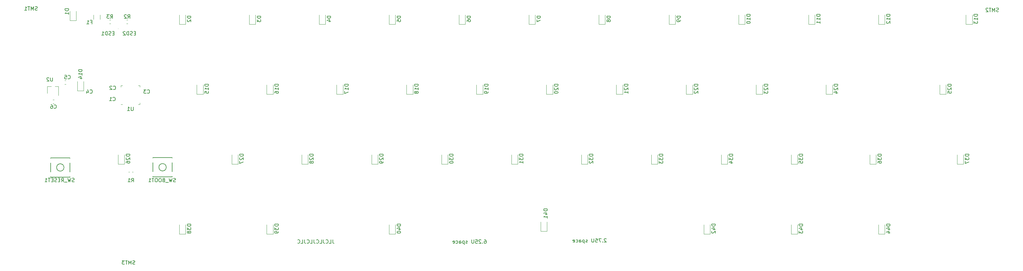
<source format=gbo>
G04 #@! TF.GenerationSoftware,KiCad,Pcbnew,(5.1.4-0-10_14)*
G04 #@! TF.CreationDate,2020-05-16T01:02:51+09:00*
G04 #@! TF.ProjectId,chavdai40,63686176-6461-4693-9430-2e6b69636164,rev?*
G04 #@! TF.SameCoordinates,Original*
G04 #@! TF.FileFunction,Legend,Bot*
G04 #@! TF.FilePolarity,Positive*
%FSLAX46Y46*%
G04 Gerber Fmt 4.6, Leading zero omitted, Abs format (unit mm)*
G04 Created by KiCad (PCBNEW (5.1.4-0-10_14)) date 2020-05-16 01:02:51*
%MOMM*%
%LPD*%
G04 APERTURE LIST*
%ADD10C,0.150000*%
%ADD11C,0.120000*%
%ADD12C,0.100000*%
%ADD13C,0.692000*%
%ADD14C,0.977000*%
%ADD15C,1.449000*%
%ADD16C,1.852000*%
%ADD17C,2.352000*%
%ADD18C,4.089800*%
%ADD19C,3.150000*%
%ADD20R,1.902000X1.202000*%
%ADD21R,0.602000X0.602000*%
%ADD22C,3.552000*%
%ADD23C,0.352000*%
%ADD24R,0.752000X1.322000*%
%ADD25O,1.102000X1.702000*%
%ADD26O,1.102000X2.202000*%
%ADD27C,0.752000*%
%ADD28R,1.102000X1.102000*%
%ADD29O,1.102000X1.102000*%
%ADD30C,1.352000*%
G04 APERTURE END LIST*
D10*
X104519047Y-86152380D02*
X104519047Y-86866666D01*
X104566666Y-87009523D01*
X104661904Y-87104761D01*
X104804761Y-87152380D01*
X104900000Y-87152380D01*
X103566666Y-87152380D02*
X104042857Y-87152380D01*
X104042857Y-86152380D01*
X102661904Y-87057142D02*
X102709523Y-87104761D01*
X102852380Y-87152380D01*
X102947619Y-87152380D01*
X103090476Y-87104761D01*
X103185714Y-87009523D01*
X103233333Y-86914285D01*
X103280952Y-86723809D01*
X103280952Y-86580952D01*
X103233333Y-86390476D01*
X103185714Y-86295238D01*
X103090476Y-86200000D01*
X102947619Y-86152380D01*
X102852380Y-86152380D01*
X102709523Y-86200000D01*
X102661904Y-86247619D01*
X101947619Y-86152380D02*
X101947619Y-86866666D01*
X101995238Y-87009523D01*
X102090476Y-87104761D01*
X102233333Y-87152380D01*
X102328571Y-87152380D01*
X100995238Y-87152380D02*
X101471428Y-87152380D01*
X101471428Y-86152380D01*
X100090476Y-87057142D02*
X100138095Y-87104761D01*
X100280952Y-87152380D01*
X100376190Y-87152380D01*
X100519047Y-87104761D01*
X100614285Y-87009523D01*
X100661904Y-86914285D01*
X100709523Y-86723809D01*
X100709523Y-86580952D01*
X100661904Y-86390476D01*
X100614285Y-86295238D01*
X100519047Y-86200000D01*
X100376190Y-86152380D01*
X100280952Y-86152380D01*
X100138095Y-86200000D01*
X100090476Y-86247619D01*
X99376190Y-86152380D02*
X99376190Y-86866666D01*
X99423809Y-87009523D01*
X99519047Y-87104761D01*
X99661904Y-87152380D01*
X99757142Y-87152380D01*
X98423809Y-87152380D02*
X98900000Y-87152380D01*
X98900000Y-86152380D01*
X97519047Y-87057142D02*
X97566666Y-87104761D01*
X97709523Y-87152380D01*
X97804761Y-87152380D01*
X97947619Y-87104761D01*
X98042857Y-87009523D01*
X98090476Y-86914285D01*
X98138095Y-86723809D01*
X98138095Y-86580952D01*
X98090476Y-86390476D01*
X98042857Y-86295238D01*
X97947619Y-86200000D01*
X97804761Y-86152380D01*
X97709523Y-86152380D01*
X97566666Y-86200000D01*
X97519047Y-86247619D01*
X96804761Y-86152380D02*
X96804761Y-86866666D01*
X96852380Y-87009523D01*
X96947619Y-87104761D01*
X97090476Y-87152380D01*
X97185714Y-87152380D01*
X95852380Y-87152380D02*
X96328571Y-87152380D01*
X96328571Y-86152380D01*
X94947619Y-87057142D02*
X94995238Y-87104761D01*
X95138095Y-87152380D01*
X95233333Y-87152380D01*
X95376190Y-87104761D01*
X95471428Y-87009523D01*
X95519047Y-86914285D01*
X95566666Y-86723809D01*
X95566666Y-86580952D01*
X95519047Y-86390476D01*
X95471428Y-86295238D01*
X95376190Y-86200000D01*
X95233333Y-86152380D01*
X95138095Y-86152380D01*
X94995238Y-86200000D01*
X94947619Y-86247619D01*
X179047619Y-85947619D02*
X179000000Y-85900000D01*
X178904761Y-85852380D01*
X178666666Y-85852380D01*
X178571428Y-85900000D01*
X178523809Y-85947619D01*
X178476190Y-86042857D01*
X178476190Y-86138095D01*
X178523809Y-86280952D01*
X179095238Y-86852380D01*
X178476190Y-86852380D01*
X178047619Y-86757142D02*
X178000000Y-86804761D01*
X178047619Y-86852380D01*
X178095238Y-86804761D01*
X178047619Y-86757142D01*
X178047619Y-86852380D01*
X177666666Y-85852380D02*
X177000000Y-85852380D01*
X177428571Y-86852380D01*
X176142857Y-85852380D02*
X176619047Y-85852380D01*
X176666666Y-86328571D01*
X176619047Y-86280952D01*
X176523809Y-86233333D01*
X176285714Y-86233333D01*
X176190476Y-86280952D01*
X176142857Y-86328571D01*
X176095238Y-86423809D01*
X176095238Y-86661904D01*
X176142857Y-86757142D01*
X176190476Y-86804761D01*
X176285714Y-86852380D01*
X176523809Y-86852380D01*
X176619047Y-86804761D01*
X176666666Y-86757142D01*
X175666666Y-85852380D02*
X175666666Y-86661904D01*
X175619047Y-86757142D01*
X175571428Y-86804761D01*
X175476190Y-86852380D01*
X175285714Y-86852380D01*
X175190476Y-86804761D01*
X175142857Y-86757142D01*
X175095238Y-86661904D01*
X175095238Y-85852380D01*
X173904761Y-86804761D02*
X173809523Y-86852380D01*
X173619047Y-86852380D01*
X173523809Y-86804761D01*
X173476190Y-86709523D01*
X173476190Y-86661904D01*
X173523809Y-86566666D01*
X173619047Y-86519047D01*
X173761904Y-86519047D01*
X173857142Y-86471428D01*
X173904761Y-86376190D01*
X173904761Y-86328571D01*
X173857142Y-86233333D01*
X173761904Y-86185714D01*
X173619047Y-86185714D01*
X173523809Y-86233333D01*
X173047619Y-86185714D02*
X173047619Y-87185714D01*
X173047619Y-86233333D02*
X172952380Y-86185714D01*
X172761904Y-86185714D01*
X172666666Y-86233333D01*
X172619047Y-86280952D01*
X172571428Y-86376190D01*
X172571428Y-86661904D01*
X172619047Y-86757142D01*
X172666666Y-86804761D01*
X172761904Y-86852380D01*
X172952380Y-86852380D01*
X173047619Y-86804761D01*
X171714285Y-86852380D02*
X171714285Y-86328571D01*
X171761904Y-86233333D01*
X171857142Y-86185714D01*
X172047619Y-86185714D01*
X172142857Y-86233333D01*
X171714285Y-86804761D02*
X171809523Y-86852380D01*
X172047619Y-86852380D01*
X172142857Y-86804761D01*
X172190476Y-86709523D01*
X172190476Y-86614285D01*
X172142857Y-86519047D01*
X172047619Y-86471428D01*
X171809523Y-86471428D01*
X171714285Y-86423809D01*
X170809523Y-86804761D02*
X170904761Y-86852380D01*
X171095238Y-86852380D01*
X171190476Y-86804761D01*
X171238095Y-86757142D01*
X171285714Y-86661904D01*
X171285714Y-86376190D01*
X171238095Y-86280952D01*
X171190476Y-86233333D01*
X171095238Y-86185714D01*
X170904761Y-86185714D01*
X170809523Y-86233333D01*
X170000000Y-86804761D02*
X170095238Y-86852380D01*
X170285714Y-86852380D01*
X170380952Y-86804761D01*
X170428571Y-86709523D01*
X170428571Y-86328571D01*
X170380952Y-86233333D01*
X170285714Y-86185714D01*
X170095238Y-86185714D01*
X170000000Y-86233333D01*
X169952380Y-86328571D01*
X169952380Y-86423809D01*
X170428571Y-86519047D01*
X145871428Y-86152380D02*
X146061904Y-86152380D01*
X146157142Y-86200000D01*
X146204761Y-86247619D01*
X146300000Y-86390476D01*
X146347619Y-86580952D01*
X146347619Y-86961904D01*
X146300000Y-87057142D01*
X146252380Y-87104761D01*
X146157142Y-87152380D01*
X145966666Y-87152380D01*
X145871428Y-87104761D01*
X145823809Y-87057142D01*
X145776190Y-86961904D01*
X145776190Y-86723809D01*
X145823809Y-86628571D01*
X145871428Y-86580952D01*
X145966666Y-86533333D01*
X146157142Y-86533333D01*
X146252380Y-86580952D01*
X146300000Y-86628571D01*
X146347619Y-86723809D01*
X145347619Y-87057142D02*
X145300000Y-87104761D01*
X145347619Y-87152380D01*
X145395238Y-87104761D01*
X145347619Y-87057142D01*
X145347619Y-87152380D01*
X144919047Y-86247619D02*
X144871428Y-86200000D01*
X144776190Y-86152380D01*
X144538095Y-86152380D01*
X144442857Y-86200000D01*
X144395238Y-86247619D01*
X144347619Y-86342857D01*
X144347619Y-86438095D01*
X144395238Y-86580952D01*
X144966666Y-87152380D01*
X144347619Y-87152380D01*
X143442857Y-86152380D02*
X143919047Y-86152380D01*
X143966666Y-86628571D01*
X143919047Y-86580952D01*
X143823809Y-86533333D01*
X143585714Y-86533333D01*
X143490476Y-86580952D01*
X143442857Y-86628571D01*
X143395238Y-86723809D01*
X143395238Y-86961904D01*
X143442857Y-87057142D01*
X143490476Y-87104761D01*
X143585714Y-87152380D01*
X143823809Y-87152380D01*
X143919047Y-87104761D01*
X143966666Y-87057142D01*
X142966666Y-86152380D02*
X142966666Y-86961904D01*
X142919047Y-87057142D01*
X142871428Y-87104761D01*
X142776190Y-87152380D01*
X142585714Y-87152380D01*
X142490476Y-87104761D01*
X142442857Y-87057142D01*
X142395238Y-86961904D01*
X142395238Y-86152380D01*
X141204761Y-87104761D02*
X141109523Y-87152380D01*
X140919047Y-87152380D01*
X140823809Y-87104761D01*
X140776190Y-87009523D01*
X140776190Y-86961904D01*
X140823809Y-86866666D01*
X140919047Y-86819047D01*
X141061904Y-86819047D01*
X141157142Y-86771428D01*
X141204761Y-86676190D01*
X141204761Y-86628571D01*
X141157142Y-86533333D01*
X141061904Y-86485714D01*
X140919047Y-86485714D01*
X140823809Y-86533333D01*
X140347619Y-86485714D02*
X140347619Y-87485714D01*
X140347619Y-86533333D02*
X140252380Y-86485714D01*
X140061904Y-86485714D01*
X139966666Y-86533333D01*
X139919047Y-86580952D01*
X139871428Y-86676190D01*
X139871428Y-86961904D01*
X139919047Y-87057142D01*
X139966666Y-87104761D01*
X140061904Y-87152380D01*
X140252380Y-87152380D01*
X140347619Y-87104761D01*
X139014285Y-87152380D02*
X139014285Y-86628571D01*
X139061904Y-86533333D01*
X139157142Y-86485714D01*
X139347619Y-86485714D01*
X139442857Y-86533333D01*
X139014285Y-87104761D02*
X139109523Y-87152380D01*
X139347619Y-87152380D01*
X139442857Y-87104761D01*
X139490476Y-87009523D01*
X139490476Y-86914285D01*
X139442857Y-86819047D01*
X139347619Y-86771428D01*
X139109523Y-86771428D01*
X139014285Y-86723809D01*
X138109523Y-87104761D02*
X138204761Y-87152380D01*
X138395238Y-87152380D01*
X138490476Y-87104761D01*
X138538095Y-87057142D01*
X138585714Y-86961904D01*
X138585714Y-86676190D01*
X138538095Y-86580952D01*
X138490476Y-86533333D01*
X138395238Y-86485714D01*
X138204761Y-86485714D01*
X138109523Y-86533333D01*
X137300000Y-87104761D02*
X137395238Y-87152380D01*
X137585714Y-87152380D01*
X137680952Y-87104761D01*
X137728571Y-87009523D01*
X137728571Y-86628571D01*
X137680952Y-86533333D01*
X137585714Y-86485714D01*
X137395238Y-86485714D01*
X137300000Y-86533333D01*
X137252380Y-86628571D01*
X137252380Y-86723809D01*
X137728571Y-86819047D01*
D11*
X28285221Y-48004000D02*
X28610779Y-48004000D01*
X28285221Y-49024000D02*
X28610779Y-49024000D01*
X31460221Y-42797000D02*
X31785779Y-42797000D01*
X31460221Y-43817000D02*
X31785779Y-43817000D01*
D10*
X31301000Y-66476000D02*
G75*
G03X31301000Y-66476000I-1000000J0D01*
G01*
X32901000Y-69076000D02*
X32901000Y-63876000D01*
X27701000Y-69076000D02*
X32901000Y-69076000D01*
X27701000Y-63876000D02*
X27701000Y-69076000D01*
X32901000Y-63876000D02*
X27701000Y-63876000D01*
D11*
X183507750Y-46532750D02*
X181807750Y-46532750D01*
X181807750Y-46532750D02*
X181807750Y-43982750D01*
X183507750Y-46532750D02*
X183507750Y-43982750D01*
X51538000Y-49321500D02*
X52013000Y-49321500D01*
X52013000Y-49321500D02*
X52013000Y-48846500D01*
X47268000Y-44101500D02*
X46793000Y-44101500D01*
X46793000Y-44101500D02*
X46793000Y-44576500D01*
X51538000Y-44101500D02*
X52013000Y-44101500D01*
X52013000Y-44101500D02*
X52013000Y-44576500D01*
X47268000Y-49321500D02*
X46793000Y-49321500D01*
X29831000Y-44449000D02*
X29831000Y-46879000D01*
X29821000Y-44429000D02*
X28821000Y-44429000D01*
X26771000Y-44429000D02*
X26771000Y-46279000D01*
X27821000Y-44429000D02*
X26771000Y-44429000D01*
D10*
X59166000Y-66421000D02*
G75*
G03X59166000Y-66421000I-1000000J0D01*
G01*
X60766000Y-69021000D02*
X60766000Y-63821000D01*
X55566000Y-69021000D02*
X60766000Y-69021000D01*
X55566000Y-63821000D02*
X55566000Y-69021000D01*
X60766000Y-63821000D02*
X55566000Y-63821000D01*
D11*
X43977779Y-26287000D02*
X43652221Y-26287000D01*
X43977779Y-27307000D02*
X43652221Y-27307000D01*
X49020000Y-67553721D02*
X49020000Y-67879279D01*
X50040000Y-67553721D02*
X50040000Y-67879279D01*
X48351221Y-27307000D02*
X48676779Y-27307000D01*
X48351221Y-26287000D02*
X48676779Y-26287000D01*
X41169000Y-26132064D02*
X41169000Y-24927936D01*
X39349000Y-26132064D02*
X39349000Y-24927936D01*
D12*
X48511000Y-28702000D02*
G75*
G03X48511000Y-28702000I-50000J0D01*
G01*
X46098000Y-28702000D02*
G75*
G03X46098000Y-28702000I-50000J0D01*
G01*
D11*
X254945250Y-84632750D02*
X253245250Y-84632750D01*
X253245250Y-84632750D02*
X253245250Y-82082750D01*
X254945250Y-84632750D02*
X254945250Y-82082750D01*
X231132750Y-84632750D02*
X229432750Y-84632750D01*
X229432750Y-84632750D02*
X229432750Y-82082750D01*
X231132750Y-84632750D02*
X231132750Y-82082750D01*
X207320250Y-84632750D02*
X205620250Y-84632750D01*
X205620250Y-84632750D02*
X205620250Y-82082750D01*
X207320250Y-84632750D02*
X207320250Y-82082750D01*
X162870250Y-83827750D02*
X161170250Y-83827750D01*
X161170250Y-83827750D02*
X161170250Y-81277750D01*
X162870250Y-83827750D02*
X162870250Y-81277750D01*
X121595250Y-84632750D02*
X119895250Y-84632750D01*
X119895250Y-84632750D02*
X119895250Y-82082750D01*
X121595250Y-84632750D02*
X121595250Y-82082750D01*
X88257750Y-84632750D02*
X86557750Y-84632750D01*
X86557750Y-84632750D02*
X86557750Y-82082750D01*
X88257750Y-84632750D02*
X88257750Y-82082750D01*
X64445250Y-84632750D02*
X62745250Y-84632750D01*
X62745250Y-84632750D02*
X62745250Y-82082750D01*
X64445250Y-84632750D02*
X64445250Y-82082750D01*
X276376500Y-65582750D02*
X274676500Y-65582750D01*
X274676500Y-65582750D02*
X274676500Y-63032750D01*
X276376500Y-65582750D02*
X276376500Y-63032750D01*
X252564000Y-65582750D02*
X250864000Y-65582750D01*
X250864000Y-65582750D02*
X250864000Y-63032750D01*
X252564000Y-65582750D02*
X252564000Y-63032750D01*
X231132750Y-65582750D02*
X229432750Y-65582750D01*
X229432750Y-65582750D02*
X229432750Y-63032750D01*
X231132750Y-65582750D02*
X231132750Y-63032750D01*
X212082750Y-65582750D02*
X210382750Y-65582750D01*
X210382750Y-65582750D02*
X210382750Y-63032750D01*
X212082750Y-65582750D02*
X212082750Y-63032750D01*
X193032750Y-65582750D02*
X191332750Y-65582750D01*
X191332750Y-65582750D02*
X191332750Y-63032750D01*
X193032750Y-65582750D02*
X193032750Y-63032750D01*
X173982750Y-65582750D02*
X172282750Y-65582750D01*
X172282750Y-65582750D02*
X172282750Y-63032750D01*
X173982750Y-65582750D02*
X173982750Y-63032750D01*
X154932750Y-65582750D02*
X153232750Y-65582750D01*
X153232750Y-65582750D02*
X153232750Y-63032750D01*
X154932750Y-65582750D02*
X154932750Y-63032750D01*
X135882750Y-65582750D02*
X134182750Y-65582750D01*
X134182750Y-65582750D02*
X134182750Y-63032750D01*
X135882750Y-65582750D02*
X135882750Y-63032750D01*
X116832750Y-65582750D02*
X115132750Y-65582750D01*
X115132750Y-65582750D02*
X115132750Y-63032750D01*
X116832750Y-65582750D02*
X116832750Y-63032750D01*
X97782750Y-65582750D02*
X96082750Y-65582750D01*
X96082750Y-65582750D02*
X96082750Y-63032750D01*
X97782750Y-65582750D02*
X97782750Y-63032750D01*
X78732750Y-65582750D02*
X77032750Y-65582750D01*
X77032750Y-65582750D02*
X77032750Y-63032750D01*
X78732750Y-65582750D02*
X78732750Y-63032750D01*
X47776500Y-65582750D02*
X46076500Y-65582750D01*
X46076500Y-65582750D02*
X46076500Y-63032750D01*
X47776500Y-65582750D02*
X47776500Y-63032750D01*
X271614000Y-46532750D02*
X269914000Y-46532750D01*
X269914000Y-46532750D02*
X269914000Y-43982750D01*
X271614000Y-46532750D02*
X271614000Y-43982750D01*
X240657750Y-46532750D02*
X238957750Y-46532750D01*
X238957750Y-46532750D02*
X238957750Y-43982750D01*
X240657750Y-46532750D02*
X240657750Y-43982750D01*
X221607750Y-46532750D02*
X219907750Y-46532750D01*
X219907750Y-46532750D02*
X219907750Y-43982750D01*
X221607750Y-46532750D02*
X221607750Y-43982750D01*
X202557750Y-46532750D02*
X200857750Y-46532750D01*
X200857750Y-46532750D02*
X200857750Y-43982750D01*
X202557750Y-46532750D02*
X202557750Y-43982750D01*
X164457750Y-46532750D02*
X162757750Y-46532750D01*
X162757750Y-46532750D02*
X162757750Y-43982750D01*
X164457750Y-46532750D02*
X164457750Y-43982750D01*
X145407750Y-46532750D02*
X143707750Y-46532750D01*
X143707750Y-46532750D02*
X143707750Y-43982750D01*
X145407750Y-46532750D02*
X145407750Y-43982750D01*
X126357750Y-46532750D02*
X124657750Y-46532750D01*
X124657750Y-46532750D02*
X124657750Y-43982750D01*
X126357750Y-46532750D02*
X126357750Y-43982750D01*
X107307750Y-46532750D02*
X105607750Y-46532750D01*
X105607750Y-46532750D02*
X105607750Y-43982750D01*
X107307750Y-46532750D02*
X107307750Y-43982750D01*
X88257750Y-46532750D02*
X86557750Y-46532750D01*
X86557750Y-46532750D02*
X86557750Y-43982750D01*
X88257750Y-46532750D02*
X88257750Y-43982750D01*
X69207750Y-46532750D02*
X67507750Y-46532750D01*
X67507750Y-46532750D02*
X67507750Y-43982750D01*
X69207750Y-46532750D02*
X69207750Y-43982750D01*
X36664000Y-45612000D02*
X34964000Y-45612000D01*
X34964000Y-45612000D02*
X34964000Y-43062000D01*
X36664000Y-45612000D02*
X36664000Y-43062000D01*
X278757750Y-27482750D02*
X277057750Y-27482750D01*
X277057750Y-27482750D02*
X277057750Y-24932750D01*
X278757750Y-27482750D02*
X278757750Y-24932750D01*
X254945250Y-27482750D02*
X253245250Y-27482750D01*
X253245250Y-27482750D02*
X253245250Y-24932750D01*
X254945250Y-27482750D02*
X254945250Y-24932750D01*
X235895250Y-27482750D02*
X234195250Y-27482750D01*
X234195250Y-27482750D02*
X234195250Y-24932750D01*
X235895250Y-27482750D02*
X235895250Y-24932750D01*
X216845250Y-27482750D02*
X215145250Y-27482750D01*
X215145250Y-27482750D02*
X215145250Y-24932750D01*
X216845250Y-27482750D02*
X216845250Y-24932750D01*
X197827000Y-27482750D02*
X196127000Y-27482750D01*
X196127000Y-27482750D02*
X196127000Y-24932750D01*
X197827000Y-27482750D02*
X197827000Y-24932750D01*
X178745250Y-27482750D02*
X177045250Y-27482750D01*
X177045250Y-27482750D02*
X177045250Y-24932750D01*
X178745250Y-27482750D02*
X178745250Y-24932750D01*
X159695250Y-27482750D02*
X157995250Y-27482750D01*
X157995250Y-27482750D02*
X157995250Y-24932750D01*
X159695250Y-27482750D02*
X159695250Y-24932750D01*
X140645250Y-27482750D02*
X138945250Y-27482750D01*
X138945250Y-27482750D02*
X138945250Y-24932750D01*
X140645250Y-27482750D02*
X140645250Y-24932750D01*
X121595250Y-27482750D02*
X119895250Y-27482750D01*
X119895250Y-27482750D02*
X119895250Y-24932750D01*
X121595250Y-27482750D02*
X121595250Y-24932750D01*
X102545250Y-27482750D02*
X100845250Y-27482750D01*
X100845250Y-27482750D02*
X100845250Y-24932750D01*
X102545250Y-27482750D02*
X102545250Y-24932750D01*
X83495250Y-27482750D02*
X81795250Y-27482750D01*
X81795250Y-27482750D02*
X81795250Y-24932750D01*
X83495250Y-27482750D02*
X83495250Y-24932750D01*
X64445250Y-27482750D02*
X62745250Y-27482750D01*
X62745250Y-27482750D02*
X62745250Y-24932750D01*
X64445250Y-27482750D02*
X64445250Y-24932750D01*
X34632000Y-26435000D02*
X32932000Y-26435000D01*
X32932000Y-26435000D02*
X32932000Y-23885000D01*
X34632000Y-26435000D02*
X34632000Y-23885000D01*
D10*
X38393666Y-46204142D02*
X38441285Y-46251761D01*
X38584142Y-46299380D01*
X38679380Y-46299380D01*
X38822238Y-46251761D01*
X38917476Y-46156523D01*
X38965095Y-46061285D01*
X39012714Y-45870809D01*
X39012714Y-45727952D01*
X38965095Y-45537476D01*
X38917476Y-45442238D01*
X38822238Y-45347000D01*
X38679380Y-45299380D01*
X38584142Y-45299380D01*
X38441285Y-45347000D01*
X38393666Y-45394619D01*
X37536523Y-45632714D02*
X37536523Y-46299380D01*
X37774619Y-45251761D02*
X38012714Y-45966047D01*
X37393666Y-45966047D01*
X54014666Y-46204142D02*
X54062285Y-46251761D01*
X54205142Y-46299380D01*
X54300380Y-46299380D01*
X54443238Y-46251761D01*
X54538476Y-46156523D01*
X54586095Y-46061285D01*
X54633714Y-45870809D01*
X54633714Y-45727952D01*
X54586095Y-45537476D01*
X54538476Y-45442238D01*
X54443238Y-45347000D01*
X54300380Y-45299380D01*
X54205142Y-45299380D01*
X54062285Y-45347000D01*
X54014666Y-45394619D01*
X53681333Y-45299380D02*
X53062285Y-45299380D01*
X53395619Y-45680333D01*
X53252761Y-45680333D01*
X53157523Y-45727952D01*
X53109904Y-45775571D01*
X53062285Y-45870809D01*
X53062285Y-46108904D01*
X53109904Y-46204142D01*
X53157523Y-46251761D01*
X53252761Y-46299380D01*
X53538476Y-46299380D01*
X53633714Y-46251761D01*
X53681333Y-46204142D01*
X44743666Y-45188142D02*
X44791285Y-45235761D01*
X44934142Y-45283380D01*
X45029380Y-45283380D01*
X45172238Y-45235761D01*
X45267476Y-45140523D01*
X45315095Y-45045285D01*
X45362714Y-44854809D01*
X45362714Y-44711952D01*
X45315095Y-44521476D01*
X45267476Y-44426238D01*
X45172238Y-44331000D01*
X45029380Y-44283380D01*
X44934142Y-44283380D01*
X44791285Y-44331000D01*
X44743666Y-44378619D01*
X44362714Y-44378619D02*
X44315095Y-44331000D01*
X44219857Y-44283380D01*
X43981761Y-44283380D01*
X43886523Y-44331000D01*
X43838904Y-44378619D01*
X43791285Y-44473857D01*
X43791285Y-44569095D01*
X43838904Y-44711952D01*
X44410333Y-45283380D01*
X43791285Y-45283380D01*
X44642166Y-48236142D02*
X44689785Y-48283761D01*
X44832642Y-48331380D01*
X44927880Y-48331380D01*
X45070738Y-48283761D01*
X45165976Y-48188523D01*
X45213595Y-48093285D01*
X45261214Y-47902809D01*
X45261214Y-47759952D01*
X45213595Y-47569476D01*
X45165976Y-47474238D01*
X45070738Y-47379000D01*
X44927880Y-47331380D01*
X44832642Y-47331380D01*
X44689785Y-47379000D01*
X44642166Y-47426619D01*
X43689785Y-48331380D02*
X44261214Y-48331380D01*
X43975500Y-48331380D02*
X43975500Y-47331380D01*
X44070738Y-47474238D01*
X44165976Y-47569476D01*
X44261214Y-47617095D01*
X28614666Y-50301142D02*
X28662285Y-50348761D01*
X28805142Y-50396380D01*
X28900380Y-50396380D01*
X29043238Y-50348761D01*
X29138476Y-50253523D01*
X29186095Y-50158285D01*
X29233714Y-49967809D01*
X29233714Y-49824952D01*
X29186095Y-49634476D01*
X29138476Y-49539238D01*
X29043238Y-49444000D01*
X28900380Y-49396380D01*
X28805142Y-49396380D01*
X28662285Y-49444000D01*
X28614666Y-49491619D01*
X27757523Y-49396380D02*
X27948000Y-49396380D01*
X28043238Y-49444000D01*
X28090857Y-49491619D01*
X28186095Y-49634476D01*
X28233714Y-49824952D01*
X28233714Y-50205904D01*
X28186095Y-50301142D01*
X28138476Y-50348761D01*
X28043238Y-50396380D01*
X27852761Y-50396380D01*
X27757523Y-50348761D01*
X27709904Y-50301142D01*
X27662285Y-50205904D01*
X27662285Y-49967809D01*
X27709904Y-49872571D01*
X27757523Y-49824952D01*
X27852761Y-49777333D01*
X28043238Y-49777333D01*
X28138476Y-49824952D01*
X28186095Y-49872571D01*
X28233714Y-49967809D01*
X32424666Y-42267142D02*
X32472285Y-42314761D01*
X32615142Y-42362380D01*
X32710380Y-42362380D01*
X32853238Y-42314761D01*
X32948476Y-42219523D01*
X32996095Y-42124285D01*
X33043714Y-41933809D01*
X33043714Y-41790952D01*
X32996095Y-41600476D01*
X32948476Y-41505238D01*
X32853238Y-41410000D01*
X32710380Y-41362380D01*
X32615142Y-41362380D01*
X32472285Y-41410000D01*
X32424666Y-41457619D01*
X31519904Y-41362380D02*
X31996095Y-41362380D01*
X32043714Y-41838571D01*
X31996095Y-41790952D01*
X31900857Y-41743333D01*
X31662761Y-41743333D01*
X31567523Y-41790952D01*
X31519904Y-41838571D01*
X31472285Y-41933809D01*
X31472285Y-42171904D01*
X31519904Y-42267142D01*
X31567523Y-42314761D01*
X31662761Y-42362380D01*
X31900857Y-42362380D01*
X31996095Y-42314761D01*
X32043714Y-42267142D01*
X50614285Y-92804761D02*
X50471428Y-92852380D01*
X50233333Y-92852380D01*
X50138095Y-92804761D01*
X50090476Y-92757142D01*
X50042857Y-92661904D01*
X50042857Y-92566666D01*
X50090476Y-92471428D01*
X50138095Y-92423809D01*
X50233333Y-92376190D01*
X50423809Y-92328571D01*
X50519047Y-92280952D01*
X50566666Y-92233333D01*
X50614285Y-92138095D01*
X50614285Y-92042857D01*
X50566666Y-91947619D01*
X50519047Y-91900000D01*
X50423809Y-91852380D01*
X50185714Y-91852380D01*
X50042857Y-91900000D01*
X49614285Y-92852380D02*
X49614285Y-91852380D01*
X49280952Y-92566666D01*
X48947619Y-91852380D01*
X48947619Y-92852380D01*
X48614285Y-91852380D02*
X48042857Y-91852380D01*
X48328571Y-92852380D02*
X48328571Y-91852380D01*
X47804761Y-91852380D02*
X47185714Y-91852380D01*
X47519047Y-92233333D01*
X47376190Y-92233333D01*
X47280952Y-92280952D01*
X47233333Y-92328571D01*
X47185714Y-92423809D01*
X47185714Y-92661904D01*
X47233333Y-92757142D01*
X47280952Y-92804761D01*
X47376190Y-92852380D01*
X47661904Y-92852380D01*
X47757142Y-92804761D01*
X47804761Y-92757142D01*
X285914285Y-24004761D02*
X285771428Y-24052380D01*
X285533333Y-24052380D01*
X285438095Y-24004761D01*
X285390476Y-23957142D01*
X285342857Y-23861904D01*
X285342857Y-23766666D01*
X285390476Y-23671428D01*
X285438095Y-23623809D01*
X285533333Y-23576190D01*
X285723809Y-23528571D01*
X285819047Y-23480952D01*
X285866666Y-23433333D01*
X285914285Y-23338095D01*
X285914285Y-23242857D01*
X285866666Y-23147619D01*
X285819047Y-23100000D01*
X285723809Y-23052380D01*
X285485714Y-23052380D01*
X285342857Y-23100000D01*
X284914285Y-24052380D02*
X284914285Y-23052380D01*
X284580952Y-23766666D01*
X284247619Y-23052380D01*
X284247619Y-24052380D01*
X283914285Y-23052380D02*
X283342857Y-23052380D01*
X283628571Y-24052380D02*
X283628571Y-23052380D01*
X283057142Y-23147619D02*
X283009523Y-23100000D01*
X282914285Y-23052380D01*
X282676190Y-23052380D01*
X282580952Y-23100000D01*
X282533333Y-23147619D01*
X282485714Y-23242857D01*
X282485714Y-23338095D01*
X282533333Y-23480952D01*
X283104761Y-24052380D01*
X282485714Y-24052380D01*
X24014285Y-23604761D02*
X23871428Y-23652380D01*
X23633333Y-23652380D01*
X23538095Y-23604761D01*
X23490476Y-23557142D01*
X23442857Y-23461904D01*
X23442857Y-23366666D01*
X23490476Y-23271428D01*
X23538095Y-23223809D01*
X23633333Y-23176190D01*
X23823809Y-23128571D01*
X23919047Y-23080952D01*
X23966666Y-23033333D01*
X24014285Y-22938095D01*
X24014285Y-22842857D01*
X23966666Y-22747619D01*
X23919047Y-22700000D01*
X23823809Y-22652380D01*
X23585714Y-22652380D01*
X23442857Y-22700000D01*
X23014285Y-23652380D02*
X23014285Y-22652380D01*
X22680952Y-23366666D01*
X22347619Y-22652380D01*
X22347619Y-23652380D01*
X22014285Y-22652380D02*
X21442857Y-22652380D01*
X21728571Y-23652380D02*
X21728571Y-22652380D01*
X20585714Y-23652380D02*
X21157142Y-23652380D01*
X20871428Y-23652380D02*
X20871428Y-22652380D01*
X20966666Y-22795238D01*
X21061904Y-22890476D01*
X21157142Y-22938095D01*
X34075190Y-70364761D02*
X33932333Y-70412380D01*
X33694238Y-70412380D01*
X33599000Y-70364761D01*
X33551380Y-70317142D01*
X33503761Y-70221904D01*
X33503761Y-70126666D01*
X33551380Y-70031428D01*
X33599000Y-69983809D01*
X33694238Y-69936190D01*
X33884714Y-69888571D01*
X33979952Y-69840952D01*
X34027571Y-69793333D01*
X34075190Y-69698095D01*
X34075190Y-69602857D01*
X34027571Y-69507619D01*
X33979952Y-69460000D01*
X33884714Y-69412380D01*
X33646619Y-69412380D01*
X33503761Y-69460000D01*
X33170428Y-69412380D02*
X32932333Y-70412380D01*
X32741857Y-69698095D01*
X32551380Y-70412380D01*
X32313285Y-69412380D01*
X32170428Y-70507619D02*
X31408523Y-70507619D01*
X30599000Y-70412380D02*
X30932333Y-69936190D01*
X31170428Y-70412380D02*
X31170428Y-69412380D01*
X30789476Y-69412380D01*
X30694238Y-69460000D01*
X30646619Y-69507619D01*
X30599000Y-69602857D01*
X30599000Y-69745714D01*
X30646619Y-69840952D01*
X30694238Y-69888571D01*
X30789476Y-69936190D01*
X31170428Y-69936190D01*
X30170428Y-69888571D02*
X29837095Y-69888571D01*
X29694238Y-70412380D02*
X30170428Y-70412380D01*
X30170428Y-69412380D01*
X29694238Y-69412380D01*
X29313285Y-70364761D02*
X29170428Y-70412380D01*
X28932333Y-70412380D01*
X28837095Y-70364761D01*
X28789476Y-70317142D01*
X28741857Y-70221904D01*
X28741857Y-70126666D01*
X28789476Y-70031428D01*
X28837095Y-69983809D01*
X28932333Y-69936190D01*
X29122809Y-69888571D01*
X29218047Y-69840952D01*
X29265666Y-69793333D01*
X29313285Y-69698095D01*
X29313285Y-69602857D01*
X29265666Y-69507619D01*
X29218047Y-69460000D01*
X29122809Y-69412380D01*
X28884714Y-69412380D01*
X28741857Y-69460000D01*
X28313285Y-69888571D02*
X27979952Y-69888571D01*
X27837095Y-70412380D02*
X28313285Y-70412380D01*
X28313285Y-69412380D01*
X27837095Y-69412380D01*
X27551380Y-69412380D02*
X26979952Y-69412380D01*
X27265666Y-70412380D02*
X27265666Y-69412380D01*
X26122809Y-70412380D02*
X26694238Y-70412380D01*
X26408523Y-70412380D02*
X26408523Y-69412380D01*
X26503761Y-69555238D01*
X26599000Y-69650476D01*
X26694238Y-69698095D01*
X184960130Y-43818464D02*
X183960130Y-43818464D01*
X183960130Y-44056559D01*
X184007750Y-44199416D01*
X184102988Y-44294654D01*
X184198226Y-44342273D01*
X184388702Y-44389892D01*
X184531559Y-44389892D01*
X184722035Y-44342273D01*
X184817273Y-44294654D01*
X184912511Y-44199416D01*
X184960130Y-44056559D01*
X184960130Y-43818464D01*
X184055369Y-44770845D02*
X184007750Y-44818464D01*
X183960130Y-44913702D01*
X183960130Y-45151797D01*
X184007750Y-45247035D01*
X184055369Y-45294654D01*
X184150607Y-45342273D01*
X184245845Y-45342273D01*
X184388702Y-45294654D01*
X184960130Y-44723226D01*
X184960130Y-45342273D01*
X184960130Y-46294654D02*
X184960130Y-45723226D01*
X184960130Y-46008940D02*
X183960130Y-46008940D01*
X184102988Y-45913702D01*
X184198226Y-45818464D01*
X184245845Y-45723226D01*
X50164904Y-49983880D02*
X50164904Y-50793404D01*
X50117285Y-50888642D01*
X50069666Y-50936261D01*
X49974428Y-50983880D01*
X49783952Y-50983880D01*
X49688714Y-50936261D01*
X49641095Y-50888642D01*
X49593476Y-50793404D01*
X49593476Y-49983880D01*
X48593476Y-50983880D02*
X49164904Y-50983880D01*
X48879190Y-50983880D02*
X48879190Y-49983880D01*
X48974428Y-50126738D01*
X49069666Y-50221976D01*
X49164904Y-50269595D01*
X28193904Y-41997380D02*
X28193904Y-42806904D01*
X28146285Y-42902142D01*
X28098666Y-42949761D01*
X28003428Y-42997380D01*
X27812952Y-42997380D01*
X27717714Y-42949761D01*
X27670095Y-42902142D01*
X27622476Y-42806904D01*
X27622476Y-41997380D01*
X27193904Y-42092619D02*
X27146285Y-42045000D01*
X27051047Y-41997380D01*
X26812952Y-41997380D01*
X26717714Y-42045000D01*
X26670095Y-42092619D01*
X26622476Y-42187857D01*
X26622476Y-42283095D01*
X26670095Y-42425952D01*
X27241523Y-42997380D01*
X26622476Y-42997380D01*
X61681857Y-70381761D02*
X61539000Y-70429380D01*
X61300904Y-70429380D01*
X61205666Y-70381761D01*
X61158047Y-70334142D01*
X61110428Y-70238904D01*
X61110428Y-70143666D01*
X61158047Y-70048428D01*
X61205666Y-70000809D01*
X61300904Y-69953190D01*
X61491380Y-69905571D01*
X61586619Y-69857952D01*
X61634238Y-69810333D01*
X61681857Y-69715095D01*
X61681857Y-69619857D01*
X61634238Y-69524619D01*
X61586619Y-69477000D01*
X61491380Y-69429380D01*
X61253285Y-69429380D01*
X61110428Y-69477000D01*
X60777095Y-69429380D02*
X60539000Y-70429380D01*
X60348523Y-69715095D01*
X60158047Y-70429380D01*
X59919952Y-69429380D01*
X59777095Y-70524619D02*
X59015190Y-70524619D01*
X58443761Y-69905571D02*
X58300904Y-69953190D01*
X58253285Y-70000809D01*
X58205666Y-70096047D01*
X58205666Y-70238904D01*
X58253285Y-70334142D01*
X58300904Y-70381761D01*
X58396142Y-70429380D01*
X58777095Y-70429380D01*
X58777095Y-69429380D01*
X58443761Y-69429380D01*
X58348523Y-69477000D01*
X58300904Y-69524619D01*
X58253285Y-69619857D01*
X58253285Y-69715095D01*
X58300904Y-69810333D01*
X58348523Y-69857952D01*
X58443761Y-69905571D01*
X58777095Y-69905571D01*
X57586619Y-69429380D02*
X57396142Y-69429380D01*
X57300904Y-69477000D01*
X57205666Y-69572238D01*
X57158047Y-69762714D01*
X57158047Y-70096047D01*
X57205666Y-70286523D01*
X57300904Y-70381761D01*
X57396142Y-70429380D01*
X57586619Y-70429380D01*
X57681857Y-70381761D01*
X57777095Y-70286523D01*
X57824714Y-70096047D01*
X57824714Y-69762714D01*
X57777095Y-69572238D01*
X57681857Y-69477000D01*
X57586619Y-69429380D01*
X56539000Y-69429380D02*
X56348523Y-69429380D01*
X56253285Y-69477000D01*
X56158047Y-69572238D01*
X56110428Y-69762714D01*
X56110428Y-70096047D01*
X56158047Y-70286523D01*
X56253285Y-70381761D01*
X56348523Y-70429380D01*
X56539000Y-70429380D01*
X56634238Y-70381761D01*
X56729476Y-70286523D01*
X56777095Y-70096047D01*
X56777095Y-69762714D01*
X56729476Y-69572238D01*
X56634238Y-69477000D01*
X56539000Y-69429380D01*
X55824714Y-69429380D02*
X55253285Y-69429380D01*
X55539000Y-70429380D02*
X55539000Y-69429380D01*
X54396142Y-70429380D02*
X54967571Y-70429380D01*
X54681857Y-70429380D02*
X54681857Y-69429380D01*
X54777095Y-69572238D01*
X54872333Y-69667476D01*
X54967571Y-69715095D01*
X43981666Y-25852380D02*
X44315000Y-25376190D01*
X44553095Y-25852380D02*
X44553095Y-24852380D01*
X44172142Y-24852380D01*
X44076904Y-24900000D01*
X44029285Y-24947619D01*
X43981666Y-25042857D01*
X43981666Y-25185714D01*
X44029285Y-25280952D01*
X44076904Y-25328571D01*
X44172142Y-25376190D01*
X44553095Y-25376190D01*
X43648333Y-24852380D02*
X43029285Y-24852380D01*
X43362619Y-25233333D01*
X43219761Y-25233333D01*
X43124523Y-25280952D01*
X43076904Y-25328571D01*
X43029285Y-25423809D01*
X43029285Y-25661904D01*
X43076904Y-25757142D01*
X43124523Y-25804761D01*
X43219761Y-25852380D01*
X43505476Y-25852380D01*
X43600714Y-25804761D01*
X43648333Y-25757142D01*
X49696666Y-70429380D02*
X50030000Y-69953190D01*
X50268095Y-70429380D02*
X50268095Y-69429380D01*
X49887142Y-69429380D01*
X49791904Y-69477000D01*
X49744285Y-69524619D01*
X49696666Y-69619857D01*
X49696666Y-69762714D01*
X49744285Y-69857952D01*
X49791904Y-69905571D01*
X49887142Y-69953190D01*
X50268095Y-69953190D01*
X48744285Y-70429380D02*
X49315714Y-70429380D01*
X49030000Y-70429380D02*
X49030000Y-69429380D01*
X49125238Y-69572238D01*
X49220476Y-69667476D01*
X49315714Y-69715095D01*
X48680666Y-25852380D02*
X49014000Y-25376190D01*
X49252095Y-25852380D02*
X49252095Y-24852380D01*
X48871142Y-24852380D01*
X48775904Y-24900000D01*
X48728285Y-24947619D01*
X48680666Y-25042857D01*
X48680666Y-25185714D01*
X48728285Y-25280952D01*
X48775904Y-25328571D01*
X48871142Y-25376190D01*
X49252095Y-25376190D01*
X48299714Y-24947619D02*
X48252095Y-24900000D01*
X48156857Y-24852380D01*
X47918761Y-24852380D01*
X47823523Y-24900000D01*
X47775904Y-24947619D01*
X47728285Y-25042857D01*
X47728285Y-25138095D01*
X47775904Y-25280952D01*
X48347333Y-25852380D01*
X47728285Y-25852380D01*
X38560333Y-26852571D02*
X38893666Y-26852571D01*
X38893666Y-27376380D02*
X38893666Y-26376380D01*
X38417476Y-26376380D01*
X37512714Y-27376380D02*
X38084142Y-27376380D01*
X37798428Y-27376380D02*
X37798428Y-26376380D01*
X37893666Y-26519238D01*
X37988904Y-26614476D01*
X38084142Y-26662095D01*
X50815666Y-29900571D02*
X50482333Y-29900571D01*
X50339476Y-30424380D02*
X50815666Y-30424380D01*
X50815666Y-29424380D01*
X50339476Y-29424380D01*
X49958523Y-30376761D02*
X49815666Y-30424380D01*
X49577571Y-30424380D01*
X49482333Y-30376761D01*
X49434714Y-30329142D01*
X49387095Y-30233904D01*
X49387095Y-30138666D01*
X49434714Y-30043428D01*
X49482333Y-29995809D01*
X49577571Y-29948190D01*
X49768047Y-29900571D01*
X49863285Y-29852952D01*
X49910904Y-29805333D01*
X49958523Y-29710095D01*
X49958523Y-29614857D01*
X49910904Y-29519619D01*
X49863285Y-29472000D01*
X49768047Y-29424380D01*
X49529952Y-29424380D01*
X49387095Y-29472000D01*
X48958523Y-30424380D02*
X48958523Y-29424380D01*
X48720428Y-29424380D01*
X48577571Y-29472000D01*
X48482333Y-29567238D01*
X48434714Y-29662476D01*
X48387095Y-29852952D01*
X48387095Y-29995809D01*
X48434714Y-30186285D01*
X48482333Y-30281523D01*
X48577571Y-30376761D01*
X48720428Y-30424380D01*
X48958523Y-30424380D01*
X48006142Y-29519619D02*
X47958523Y-29472000D01*
X47863285Y-29424380D01*
X47625190Y-29424380D01*
X47529952Y-29472000D01*
X47482333Y-29519619D01*
X47434714Y-29614857D01*
X47434714Y-29710095D01*
X47482333Y-29852952D01*
X48053761Y-30424380D01*
X47434714Y-30424380D01*
X44973666Y-29900571D02*
X44640333Y-29900571D01*
X44497476Y-30424380D02*
X44973666Y-30424380D01*
X44973666Y-29424380D01*
X44497476Y-29424380D01*
X44116523Y-30376761D02*
X43973666Y-30424380D01*
X43735571Y-30424380D01*
X43640333Y-30376761D01*
X43592714Y-30329142D01*
X43545095Y-30233904D01*
X43545095Y-30138666D01*
X43592714Y-30043428D01*
X43640333Y-29995809D01*
X43735571Y-29948190D01*
X43926047Y-29900571D01*
X44021285Y-29852952D01*
X44068904Y-29805333D01*
X44116523Y-29710095D01*
X44116523Y-29614857D01*
X44068904Y-29519619D01*
X44021285Y-29472000D01*
X43926047Y-29424380D01*
X43687952Y-29424380D01*
X43545095Y-29472000D01*
X43116523Y-30424380D02*
X43116523Y-29424380D01*
X42878428Y-29424380D01*
X42735571Y-29472000D01*
X42640333Y-29567238D01*
X42592714Y-29662476D01*
X42545095Y-29852952D01*
X42545095Y-29995809D01*
X42592714Y-30186285D01*
X42640333Y-30281523D01*
X42735571Y-30376761D01*
X42878428Y-30424380D01*
X43116523Y-30424380D01*
X41592714Y-30424380D02*
X42164142Y-30424380D01*
X41878428Y-30424380D02*
X41878428Y-29424380D01*
X41973666Y-29567238D01*
X42068904Y-29662476D01*
X42164142Y-29710095D01*
X256397630Y-81918464D02*
X255397630Y-81918464D01*
X255397630Y-82156559D01*
X255445250Y-82299416D01*
X255540488Y-82394654D01*
X255635726Y-82442273D01*
X255826202Y-82489892D01*
X255969059Y-82489892D01*
X256159535Y-82442273D01*
X256254773Y-82394654D01*
X256350011Y-82299416D01*
X256397630Y-82156559D01*
X256397630Y-81918464D01*
X255730964Y-83347035D02*
X256397630Y-83347035D01*
X255350011Y-83108940D02*
X256064297Y-82870845D01*
X256064297Y-83489892D01*
X255730964Y-84299416D02*
X256397630Y-84299416D01*
X255350011Y-84061321D02*
X256064297Y-83823226D01*
X256064297Y-84442273D01*
X232585130Y-81918464D02*
X231585130Y-81918464D01*
X231585130Y-82156559D01*
X231632750Y-82299416D01*
X231727988Y-82394654D01*
X231823226Y-82442273D01*
X232013702Y-82489892D01*
X232156559Y-82489892D01*
X232347035Y-82442273D01*
X232442273Y-82394654D01*
X232537511Y-82299416D01*
X232585130Y-82156559D01*
X232585130Y-81918464D01*
X231918464Y-83347035D02*
X232585130Y-83347035D01*
X231537511Y-83108940D02*
X232251797Y-82870845D01*
X232251797Y-83489892D01*
X231585130Y-83775607D02*
X231585130Y-84394654D01*
X231966083Y-84061321D01*
X231966083Y-84204178D01*
X232013702Y-84299416D01*
X232061321Y-84347035D01*
X232156559Y-84394654D01*
X232394654Y-84394654D01*
X232489892Y-84347035D01*
X232537511Y-84299416D01*
X232585130Y-84204178D01*
X232585130Y-83918464D01*
X232537511Y-83823226D01*
X232489892Y-83775607D01*
X208772630Y-81918464D02*
X207772630Y-81918464D01*
X207772630Y-82156559D01*
X207820250Y-82299416D01*
X207915488Y-82394654D01*
X208010726Y-82442273D01*
X208201202Y-82489892D01*
X208344059Y-82489892D01*
X208534535Y-82442273D01*
X208629773Y-82394654D01*
X208725011Y-82299416D01*
X208772630Y-82156559D01*
X208772630Y-81918464D01*
X208105964Y-83347035D02*
X208772630Y-83347035D01*
X207725011Y-83108940D02*
X208439297Y-82870845D01*
X208439297Y-83489892D01*
X207867869Y-83823226D02*
X207820250Y-83870845D01*
X207772630Y-83966083D01*
X207772630Y-84204178D01*
X207820250Y-84299416D01*
X207867869Y-84347035D01*
X207963107Y-84394654D01*
X208058345Y-84394654D01*
X208201202Y-84347035D01*
X208772630Y-83775607D01*
X208772630Y-84394654D01*
X163012380Y-77779714D02*
X162012380Y-77779714D01*
X162012380Y-78017809D01*
X162060000Y-78160666D01*
X162155238Y-78255904D01*
X162250476Y-78303523D01*
X162440952Y-78351142D01*
X162583809Y-78351142D01*
X162774285Y-78303523D01*
X162869523Y-78255904D01*
X162964761Y-78160666D01*
X163012380Y-78017809D01*
X163012380Y-77779714D01*
X162345714Y-79208285D02*
X163012380Y-79208285D01*
X161964761Y-78970190D02*
X162679047Y-78732095D01*
X162679047Y-79351142D01*
X163012380Y-80255904D02*
X163012380Y-79684476D01*
X163012380Y-79970190D02*
X162012380Y-79970190D01*
X162155238Y-79874952D01*
X162250476Y-79779714D01*
X162298095Y-79684476D01*
X123047630Y-81918464D02*
X122047630Y-81918464D01*
X122047630Y-82156559D01*
X122095250Y-82299416D01*
X122190488Y-82394654D01*
X122285726Y-82442273D01*
X122476202Y-82489892D01*
X122619059Y-82489892D01*
X122809535Y-82442273D01*
X122904773Y-82394654D01*
X123000011Y-82299416D01*
X123047630Y-82156559D01*
X123047630Y-81918464D01*
X122380964Y-83347035D02*
X123047630Y-83347035D01*
X122000011Y-83108940D02*
X122714297Y-82870845D01*
X122714297Y-83489892D01*
X122047630Y-84061321D02*
X122047630Y-84156559D01*
X122095250Y-84251797D01*
X122142869Y-84299416D01*
X122238107Y-84347035D01*
X122428583Y-84394654D01*
X122666678Y-84394654D01*
X122857154Y-84347035D01*
X122952392Y-84299416D01*
X123000011Y-84251797D01*
X123047630Y-84156559D01*
X123047630Y-84061321D01*
X123000011Y-83966083D01*
X122952392Y-83918464D01*
X122857154Y-83870845D01*
X122666678Y-83823226D01*
X122428583Y-83823226D01*
X122238107Y-83870845D01*
X122142869Y-83918464D01*
X122095250Y-83966083D01*
X122047630Y-84061321D01*
X89710130Y-81918464D02*
X88710130Y-81918464D01*
X88710130Y-82156559D01*
X88757750Y-82299416D01*
X88852988Y-82394654D01*
X88948226Y-82442273D01*
X89138702Y-82489892D01*
X89281559Y-82489892D01*
X89472035Y-82442273D01*
X89567273Y-82394654D01*
X89662511Y-82299416D01*
X89710130Y-82156559D01*
X89710130Y-81918464D01*
X88710130Y-82823226D02*
X88710130Y-83442273D01*
X89091083Y-83108940D01*
X89091083Y-83251797D01*
X89138702Y-83347035D01*
X89186321Y-83394654D01*
X89281559Y-83442273D01*
X89519654Y-83442273D01*
X89614892Y-83394654D01*
X89662511Y-83347035D01*
X89710130Y-83251797D01*
X89710130Y-82966083D01*
X89662511Y-82870845D01*
X89614892Y-82823226D01*
X89710130Y-83918464D02*
X89710130Y-84108940D01*
X89662511Y-84204178D01*
X89614892Y-84251797D01*
X89472035Y-84347035D01*
X89281559Y-84394654D01*
X88900607Y-84394654D01*
X88805369Y-84347035D01*
X88757750Y-84299416D01*
X88710130Y-84204178D01*
X88710130Y-84013702D01*
X88757750Y-83918464D01*
X88805369Y-83870845D01*
X88900607Y-83823226D01*
X89138702Y-83823226D01*
X89233940Y-83870845D01*
X89281559Y-83918464D01*
X89329178Y-84013702D01*
X89329178Y-84204178D01*
X89281559Y-84299416D01*
X89233940Y-84347035D01*
X89138702Y-84394654D01*
X65897630Y-81918464D02*
X64897630Y-81918464D01*
X64897630Y-82156559D01*
X64945250Y-82299416D01*
X65040488Y-82394654D01*
X65135726Y-82442273D01*
X65326202Y-82489892D01*
X65469059Y-82489892D01*
X65659535Y-82442273D01*
X65754773Y-82394654D01*
X65850011Y-82299416D01*
X65897630Y-82156559D01*
X65897630Y-81918464D01*
X64897630Y-82823226D02*
X64897630Y-83442273D01*
X65278583Y-83108940D01*
X65278583Y-83251797D01*
X65326202Y-83347035D01*
X65373821Y-83394654D01*
X65469059Y-83442273D01*
X65707154Y-83442273D01*
X65802392Y-83394654D01*
X65850011Y-83347035D01*
X65897630Y-83251797D01*
X65897630Y-82966083D01*
X65850011Y-82870845D01*
X65802392Y-82823226D01*
X65326202Y-84013702D02*
X65278583Y-83918464D01*
X65230964Y-83870845D01*
X65135726Y-83823226D01*
X65088107Y-83823226D01*
X64992869Y-83870845D01*
X64945250Y-83918464D01*
X64897630Y-84013702D01*
X64897630Y-84204178D01*
X64945250Y-84299416D01*
X64992869Y-84347035D01*
X65088107Y-84394654D01*
X65135726Y-84394654D01*
X65230964Y-84347035D01*
X65278583Y-84299416D01*
X65326202Y-84204178D01*
X65326202Y-84013702D01*
X65373821Y-83918464D01*
X65421440Y-83870845D01*
X65516678Y-83823226D01*
X65707154Y-83823226D01*
X65802392Y-83870845D01*
X65850011Y-83918464D01*
X65897630Y-84013702D01*
X65897630Y-84204178D01*
X65850011Y-84299416D01*
X65802392Y-84347035D01*
X65707154Y-84394654D01*
X65516678Y-84394654D01*
X65421440Y-84347035D01*
X65373821Y-84299416D01*
X65326202Y-84204178D01*
X277828880Y-62868464D02*
X276828880Y-62868464D01*
X276828880Y-63106559D01*
X276876500Y-63249416D01*
X276971738Y-63344654D01*
X277066976Y-63392273D01*
X277257452Y-63439892D01*
X277400309Y-63439892D01*
X277590785Y-63392273D01*
X277686023Y-63344654D01*
X277781261Y-63249416D01*
X277828880Y-63106559D01*
X277828880Y-62868464D01*
X276828880Y-63773226D02*
X276828880Y-64392273D01*
X277209833Y-64058940D01*
X277209833Y-64201797D01*
X277257452Y-64297035D01*
X277305071Y-64344654D01*
X277400309Y-64392273D01*
X277638404Y-64392273D01*
X277733642Y-64344654D01*
X277781261Y-64297035D01*
X277828880Y-64201797D01*
X277828880Y-63916083D01*
X277781261Y-63820845D01*
X277733642Y-63773226D01*
X276828880Y-64725607D02*
X276828880Y-65392273D01*
X277828880Y-64963702D01*
X254016380Y-62868464D02*
X253016380Y-62868464D01*
X253016380Y-63106559D01*
X253064000Y-63249416D01*
X253159238Y-63344654D01*
X253254476Y-63392273D01*
X253444952Y-63439892D01*
X253587809Y-63439892D01*
X253778285Y-63392273D01*
X253873523Y-63344654D01*
X253968761Y-63249416D01*
X254016380Y-63106559D01*
X254016380Y-62868464D01*
X253016380Y-63773226D02*
X253016380Y-64392273D01*
X253397333Y-64058940D01*
X253397333Y-64201797D01*
X253444952Y-64297035D01*
X253492571Y-64344654D01*
X253587809Y-64392273D01*
X253825904Y-64392273D01*
X253921142Y-64344654D01*
X253968761Y-64297035D01*
X254016380Y-64201797D01*
X254016380Y-63916083D01*
X253968761Y-63820845D01*
X253921142Y-63773226D01*
X253016380Y-65249416D02*
X253016380Y-65058940D01*
X253064000Y-64963702D01*
X253111619Y-64916083D01*
X253254476Y-64820845D01*
X253444952Y-64773226D01*
X253825904Y-64773226D01*
X253921142Y-64820845D01*
X253968761Y-64868464D01*
X254016380Y-64963702D01*
X254016380Y-65154178D01*
X253968761Y-65249416D01*
X253921142Y-65297035D01*
X253825904Y-65344654D01*
X253587809Y-65344654D01*
X253492571Y-65297035D01*
X253444952Y-65249416D01*
X253397333Y-65154178D01*
X253397333Y-64963702D01*
X253444952Y-64868464D01*
X253492571Y-64820845D01*
X253587809Y-64773226D01*
X232585130Y-62868464D02*
X231585130Y-62868464D01*
X231585130Y-63106559D01*
X231632750Y-63249416D01*
X231727988Y-63344654D01*
X231823226Y-63392273D01*
X232013702Y-63439892D01*
X232156559Y-63439892D01*
X232347035Y-63392273D01*
X232442273Y-63344654D01*
X232537511Y-63249416D01*
X232585130Y-63106559D01*
X232585130Y-62868464D01*
X231585130Y-63773226D02*
X231585130Y-64392273D01*
X231966083Y-64058940D01*
X231966083Y-64201797D01*
X232013702Y-64297035D01*
X232061321Y-64344654D01*
X232156559Y-64392273D01*
X232394654Y-64392273D01*
X232489892Y-64344654D01*
X232537511Y-64297035D01*
X232585130Y-64201797D01*
X232585130Y-63916083D01*
X232537511Y-63820845D01*
X232489892Y-63773226D01*
X231585130Y-65297035D02*
X231585130Y-64820845D01*
X232061321Y-64773226D01*
X232013702Y-64820845D01*
X231966083Y-64916083D01*
X231966083Y-65154178D01*
X232013702Y-65249416D01*
X232061321Y-65297035D01*
X232156559Y-65344654D01*
X232394654Y-65344654D01*
X232489892Y-65297035D01*
X232537511Y-65249416D01*
X232585130Y-65154178D01*
X232585130Y-64916083D01*
X232537511Y-64820845D01*
X232489892Y-64773226D01*
X213535130Y-62868464D02*
X212535130Y-62868464D01*
X212535130Y-63106559D01*
X212582750Y-63249416D01*
X212677988Y-63344654D01*
X212773226Y-63392273D01*
X212963702Y-63439892D01*
X213106559Y-63439892D01*
X213297035Y-63392273D01*
X213392273Y-63344654D01*
X213487511Y-63249416D01*
X213535130Y-63106559D01*
X213535130Y-62868464D01*
X212535130Y-63773226D02*
X212535130Y-64392273D01*
X212916083Y-64058940D01*
X212916083Y-64201797D01*
X212963702Y-64297035D01*
X213011321Y-64344654D01*
X213106559Y-64392273D01*
X213344654Y-64392273D01*
X213439892Y-64344654D01*
X213487511Y-64297035D01*
X213535130Y-64201797D01*
X213535130Y-63916083D01*
X213487511Y-63820845D01*
X213439892Y-63773226D01*
X212868464Y-65249416D02*
X213535130Y-65249416D01*
X212487511Y-65011321D02*
X213201797Y-64773226D01*
X213201797Y-65392273D01*
X194485130Y-62868464D02*
X193485130Y-62868464D01*
X193485130Y-63106559D01*
X193532750Y-63249416D01*
X193627988Y-63344654D01*
X193723226Y-63392273D01*
X193913702Y-63439892D01*
X194056559Y-63439892D01*
X194247035Y-63392273D01*
X194342273Y-63344654D01*
X194437511Y-63249416D01*
X194485130Y-63106559D01*
X194485130Y-62868464D01*
X193485130Y-63773226D02*
X193485130Y-64392273D01*
X193866083Y-64058940D01*
X193866083Y-64201797D01*
X193913702Y-64297035D01*
X193961321Y-64344654D01*
X194056559Y-64392273D01*
X194294654Y-64392273D01*
X194389892Y-64344654D01*
X194437511Y-64297035D01*
X194485130Y-64201797D01*
X194485130Y-63916083D01*
X194437511Y-63820845D01*
X194389892Y-63773226D01*
X193485130Y-64725607D02*
X193485130Y-65344654D01*
X193866083Y-65011321D01*
X193866083Y-65154178D01*
X193913702Y-65249416D01*
X193961321Y-65297035D01*
X194056559Y-65344654D01*
X194294654Y-65344654D01*
X194389892Y-65297035D01*
X194437511Y-65249416D01*
X194485130Y-65154178D01*
X194485130Y-64868464D01*
X194437511Y-64773226D01*
X194389892Y-64725607D01*
X175435130Y-62868464D02*
X174435130Y-62868464D01*
X174435130Y-63106559D01*
X174482750Y-63249416D01*
X174577988Y-63344654D01*
X174673226Y-63392273D01*
X174863702Y-63439892D01*
X175006559Y-63439892D01*
X175197035Y-63392273D01*
X175292273Y-63344654D01*
X175387511Y-63249416D01*
X175435130Y-63106559D01*
X175435130Y-62868464D01*
X174435130Y-63773226D02*
X174435130Y-64392273D01*
X174816083Y-64058940D01*
X174816083Y-64201797D01*
X174863702Y-64297035D01*
X174911321Y-64344654D01*
X175006559Y-64392273D01*
X175244654Y-64392273D01*
X175339892Y-64344654D01*
X175387511Y-64297035D01*
X175435130Y-64201797D01*
X175435130Y-63916083D01*
X175387511Y-63820845D01*
X175339892Y-63773226D01*
X174530369Y-64773226D02*
X174482750Y-64820845D01*
X174435130Y-64916083D01*
X174435130Y-65154178D01*
X174482750Y-65249416D01*
X174530369Y-65297035D01*
X174625607Y-65344654D01*
X174720845Y-65344654D01*
X174863702Y-65297035D01*
X175435130Y-64725607D01*
X175435130Y-65344654D01*
X156385130Y-62868464D02*
X155385130Y-62868464D01*
X155385130Y-63106559D01*
X155432750Y-63249416D01*
X155527988Y-63344654D01*
X155623226Y-63392273D01*
X155813702Y-63439892D01*
X155956559Y-63439892D01*
X156147035Y-63392273D01*
X156242273Y-63344654D01*
X156337511Y-63249416D01*
X156385130Y-63106559D01*
X156385130Y-62868464D01*
X155385130Y-63773226D02*
X155385130Y-64392273D01*
X155766083Y-64058940D01*
X155766083Y-64201797D01*
X155813702Y-64297035D01*
X155861321Y-64344654D01*
X155956559Y-64392273D01*
X156194654Y-64392273D01*
X156289892Y-64344654D01*
X156337511Y-64297035D01*
X156385130Y-64201797D01*
X156385130Y-63916083D01*
X156337511Y-63820845D01*
X156289892Y-63773226D01*
X156385130Y-65344654D02*
X156385130Y-64773226D01*
X156385130Y-65058940D02*
X155385130Y-65058940D01*
X155527988Y-64963702D01*
X155623226Y-64868464D01*
X155670845Y-64773226D01*
X137335130Y-62868464D02*
X136335130Y-62868464D01*
X136335130Y-63106559D01*
X136382750Y-63249416D01*
X136477988Y-63344654D01*
X136573226Y-63392273D01*
X136763702Y-63439892D01*
X136906559Y-63439892D01*
X137097035Y-63392273D01*
X137192273Y-63344654D01*
X137287511Y-63249416D01*
X137335130Y-63106559D01*
X137335130Y-62868464D01*
X136335130Y-63773226D02*
X136335130Y-64392273D01*
X136716083Y-64058940D01*
X136716083Y-64201797D01*
X136763702Y-64297035D01*
X136811321Y-64344654D01*
X136906559Y-64392273D01*
X137144654Y-64392273D01*
X137239892Y-64344654D01*
X137287511Y-64297035D01*
X137335130Y-64201797D01*
X137335130Y-63916083D01*
X137287511Y-63820845D01*
X137239892Y-63773226D01*
X136335130Y-65011321D02*
X136335130Y-65106559D01*
X136382750Y-65201797D01*
X136430369Y-65249416D01*
X136525607Y-65297035D01*
X136716083Y-65344654D01*
X136954178Y-65344654D01*
X137144654Y-65297035D01*
X137239892Y-65249416D01*
X137287511Y-65201797D01*
X137335130Y-65106559D01*
X137335130Y-65011321D01*
X137287511Y-64916083D01*
X137239892Y-64868464D01*
X137144654Y-64820845D01*
X136954178Y-64773226D01*
X136716083Y-64773226D01*
X136525607Y-64820845D01*
X136430369Y-64868464D01*
X136382750Y-64916083D01*
X136335130Y-65011321D01*
X118285130Y-62868464D02*
X117285130Y-62868464D01*
X117285130Y-63106559D01*
X117332750Y-63249416D01*
X117427988Y-63344654D01*
X117523226Y-63392273D01*
X117713702Y-63439892D01*
X117856559Y-63439892D01*
X118047035Y-63392273D01*
X118142273Y-63344654D01*
X118237511Y-63249416D01*
X118285130Y-63106559D01*
X118285130Y-62868464D01*
X117380369Y-63820845D02*
X117332750Y-63868464D01*
X117285130Y-63963702D01*
X117285130Y-64201797D01*
X117332750Y-64297035D01*
X117380369Y-64344654D01*
X117475607Y-64392273D01*
X117570845Y-64392273D01*
X117713702Y-64344654D01*
X118285130Y-63773226D01*
X118285130Y-64392273D01*
X118285130Y-64868464D02*
X118285130Y-65058940D01*
X118237511Y-65154178D01*
X118189892Y-65201797D01*
X118047035Y-65297035D01*
X117856559Y-65344654D01*
X117475607Y-65344654D01*
X117380369Y-65297035D01*
X117332750Y-65249416D01*
X117285130Y-65154178D01*
X117285130Y-64963702D01*
X117332750Y-64868464D01*
X117380369Y-64820845D01*
X117475607Y-64773226D01*
X117713702Y-64773226D01*
X117808940Y-64820845D01*
X117856559Y-64868464D01*
X117904178Y-64963702D01*
X117904178Y-65154178D01*
X117856559Y-65249416D01*
X117808940Y-65297035D01*
X117713702Y-65344654D01*
X99235130Y-62868464D02*
X98235130Y-62868464D01*
X98235130Y-63106559D01*
X98282750Y-63249416D01*
X98377988Y-63344654D01*
X98473226Y-63392273D01*
X98663702Y-63439892D01*
X98806559Y-63439892D01*
X98997035Y-63392273D01*
X99092273Y-63344654D01*
X99187511Y-63249416D01*
X99235130Y-63106559D01*
X99235130Y-62868464D01*
X98330369Y-63820845D02*
X98282750Y-63868464D01*
X98235130Y-63963702D01*
X98235130Y-64201797D01*
X98282750Y-64297035D01*
X98330369Y-64344654D01*
X98425607Y-64392273D01*
X98520845Y-64392273D01*
X98663702Y-64344654D01*
X99235130Y-63773226D01*
X99235130Y-64392273D01*
X98663702Y-64963702D02*
X98616083Y-64868464D01*
X98568464Y-64820845D01*
X98473226Y-64773226D01*
X98425607Y-64773226D01*
X98330369Y-64820845D01*
X98282750Y-64868464D01*
X98235130Y-64963702D01*
X98235130Y-65154178D01*
X98282750Y-65249416D01*
X98330369Y-65297035D01*
X98425607Y-65344654D01*
X98473226Y-65344654D01*
X98568464Y-65297035D01*
X98616083Y-65249416D01*
X98663702Y-65154178D01*
X98663702Y-64963702D01*
X98711321Y-64868464D01*
X98758940Y-64820845D01*
X98854178Y-64773226D01*
X99044654Y-64773226D01*
X99139892Y-64820845D01*
X99187511Y-64868464D01*
X99235130Y-64963702D01*
X99235130Y-65154178D01*
X99187511Y-65249416D01*
X99139892Y-65297035D01*
X99044654Y-65344654D01*
X98854178Y-65344654D01*
X98758940Y-65297035D01*
X98711321Y-65249416D01*
X98663702Y-65154178D01*
X80185130Y-62868464D02*
X79185130Y-62868464D01*
X79185130Y-63106559D01*
X79232750Y-63249416D01*
X79327988Y-63344654D01*
X79423226Y-63392273D01*
X79613702Y-63439892D01*
X79756559Y-63439892D01*
X79947035Y-63392273D01*
X80042273Y-63344654D01*
X80137511Y-63249416D01*
X80185130Y-63106559D01*
X80185130Y-62868464D01*
X79280369Y-63820845D02*
X79232750Y-63868464D01*
X79185130Y-63963702D01*
X79185130Y-64201797D01*
X79232750Y-64297035D01*
X79280369Y-64344654D01*
X79375607Y-64392273D01*
X79470845Y-64392273D01*
X79613702Y-64344654D01*
X80185130Y-63773226D01*
X80185130Y-64392273D01*
X79185130Y-64725607D02*
X79185130Y-65392273D01*
X80185130Y-64963702D01*
X49228880Y-62868464D02*
X48228880Y-62868464D01*
X48228880Y-63106559D01*
X48276500Y-63249416D01*
X48371738Y-63344654D01*
X48466976Y-63392273D01*
X48657452Y-63439892D01*
X48800309Y-63439892D01*
X48990785Y-63392273D01*
X49086023Y-63344654D01*
X49181261Y-63249416D01*
X49228880Y-63106559D01*
X49228880Y-62868464D01*
X48324119Y-63820845D02*
X48276500Y-63868464D01*
X48228880Y-63963702D01*
X48228880Y-64201797D01*
X48276500Y-64297035D01*
X48324119Y-64344654D01*
X48419357Y-64392273D01*
X48514595Y-64392273D01*
X48657452Y-64344654D01*
X49228880Y-63773226D01*
X49228880Y-64392273D01*
X48228880Y-65249416D02*
X48228880Y-65058940D01*
X48276500Y-64963702D01*
X48324119Y-64916083D01*
X48466976Y-64820845D01*
X48657452Y-64773226D01*
X49038404Y-64773226D01*
X49133642Y-64820845D01*
X49181261Y-64868464D01*
X49228880Y-64963702D01*
X49228880Y-65154178D01*
X49181261Y-65249416D01*
X49133642Y-65297035D01*
X49038404Y-65344654D01*
X48800309Y-65344654D01*
X48705071Y-65297035D01*
X48657452Y-65249416D01*
X48609833Y-65154178D01*
X48609833Y-64963702D01*
X48657452Y-64868464D01*
X48705071Y-64820845D01*
X48800309Y-64773226D01*
X273066380Y-43818464D02*
X272066380Y-43818464D01*
X272066380Y-44056559D01*
X272114000Y-44199416D01*
X272209238Y-44294654D01*
X272304476Y-44342273D01*
X272494952Y-44389892D01*
X272637809Y-44389892D01*
X272828285Y-44342273D01*
X272923523Y-44294654D01*
X273018761Y-44199416D01*
X273066380Y-44056559D01*
X273066380Y-43818464D01*
X272161619Y-44770845D02*
X272114000Y-44818464D01*
X272066380Y-44913702D01*
X272066380Y-45151797D01*
X272114000Y-45247035D01*
X272161619Y-45294654D01*
X272256857Y-45342273D01*
X272352095Y-45342273D01*
X272494952Y-45294654D01*
X273066380Y-44723226D01*
X273066380Y-45342273D01*
X272066380Y-46247035D02*
X272066380Y-45770845D01*
X272542571Y-45723226D01*
X272494952Y-45770845D01*
X272447333Y-45866083D01*
X272447333Y-46104178D01*
X272494952Y-46199416D01*
X272542571Y-46247035D01*
X272637809Y-46294654D01*
X272875904Y-46294654D01*
X272971142Y-46247035D01*
X273018761Y-46199416D01*
X273066380Y-46104178D01*
X273066380Y-45866083D01*
X273018761Y-45770845D01*
X272971142Y-45723226D01*
X242110130Y-43818464D02*
X241110130Y-43818464D01*
X241110130Y-44056559D01*
X241157750Y-44199416D01*
X241252988Y-44294654D01*
X241348226Y-44342273D01*
X241538702Y-44389892D01*
X241681559Y-44389892D01*
X241872035Y-44342273D01*
X241967273Y-44294654D01*
X242062511Y-44199416D01*
X242110130Y-44056559D01*
X242110130Y-43818464D01*
X241205369Y-44770845D02*
X241157750Y-44818464D01*
X241110130Y-44913702D01*
X241110130Y-45151797D01*
X241157750Y-45247035D01*
X241205369Y-45294654D01*
X241300607Y-45342273D01*
X241395845Y-45342273D01*
X241538702Y-45294654D01*
X242110130Y-44723226D01*
X242110130Y-45342273D01*
X241443464Y-46199416D02*
X242110130Y-46199416D01*
X241062511Y-45961321D02*
X241776797Y-45723226D01*
X241776797Y-46342273D01*
X223060130Y-43818464D02*
X222060130Y-43818464D01*
X222060130Y-44056559D01*
X222107750Y-44199416D01*
X222202988Y-44294654D01*
X222298226Y-44342273D01*
X222488702Y-44389892D01*
X222631559Y-44389892D01*
X222822035Y-44342273D01*
X222917273Y-44294654D01*
X223012511Y-44199416D01*
X223060130Y-44056559D01*
X223060130Y-43818464D01*
X222155369Y-44770845D02*
X222107750Y-44818464D01*
X222060130Y-44913702D01*
X222060130Y-45151797D01*
X222107750Y-45247035D01*
X222155369Y-45294654D01*
X222250607Y-45342273D01*
X222345845Y-45342273D01*
X222488702Y-45294654D01*
X223060130Y-44723226D01*
X223060130Y-45342273D01*
X222060130Y-45675607D02*
X222060130Y-46294654D01*
X222441083Y-45961321D01*
X222441083Y-46104178D01*
X222488702Y-46199416D01*
X222536321Y-46247035D01*
X222631559Y-46294654D01*
X222869654Y-46294654D01*
X222964892Y-46247035D01*
X223012511Y-46199416D01*
X223060130Y-46104178D01*
X223060130Y-45818464D01*
X223012511Y-45723226D01*
X222964892Y-45675607D01*
X204010130Y-43818464D02*
X203010130Y-43818464D01*
X203010130Y-44056559D01*
X203057750Y-44199416D01*
X203152988Y-44294654D01*
X203248226Y-44342273D01*
X203438702Y-44389892D01*
X203581559Y-44389892D01*
X203772035Y-44342273D01*
X203867273Y-44294654D01*
X203962511Y-44199416D01*
X204010130Y-44056559D01*
X204010130Y-43818464D01*
X203105369Y-44770845D02*
X203057750Y-44818464D01*
X203010130Y-44913702D01*
X203010130Y-45151797D01*
X203057750Y-45247035D01*
X203105369Y-45294654D01*
X203200607Y-45342273D01*
X203295845Y-45342273D01*
X203438702Y-45294654D01*
X204010130Y-44723226D01*
X204010130Y-45342273D01*
X203105369Y-45723226D02*
X203057750Y-45770845D01*
X203010130Y-45866083D01*
X203010130Y-46104178D01*
X203057750Y-46199416D01*
X203105369Y-46247035D01*
X203200607Y-46294654D01*
X203295845Y-46294654D01*
X203438702Y-46247035D01*
X204010130Y-45675607D01*
X204010130Y-46294654D01*
X165910130Y-43818464D02*
X164910130Y-43818464D01*
X164910130Y-44056559D01*
X164957750Y-44199416D01*
X165052988Y-44294654D01*
X165148226Y-44342273D01*
X165338702Y-44389892D01*
X165481559Y-44389892D01*
X165672035Y-44342273D01*
X165767273Y-44294654D01*
X165862511Y-44199416D01*
X165910130Y-44056559D01*
X165910130Y-43818464D01*
X165005369Y-44770845D02*
X164957750Y-44818464D01*
X164910130Y-44913702D01*
X164910130Y-45151797D01*
X164957750Y-45247035D01*
X165005369Y-45294654D01*
X165100607Y-45342273D01*
X165195845Y-45342273D01*
X165338702Y-45294654D01*
X165910130Y-44723226D01*
X165910130Y-45342273D01*
X164910130Y-45961321D02*
X164910130Y-46056559D01*
X164957750Y-46151797D01*
X165005369Y-46199416D01*
X165100607Y-46247035D01*
X165291083Y-46294654D01*
X165529178Y-46294654D01*
X165719654Y-46247035D01*
X165814892Y-46199416D01*
X165862511Y-46151797D01*
X165910130Y-46056559D01*
X165910130Y-45961321D01*
X165862511Y-45866083D01*
X165814892Y-45818464D01*
X165719654Y-45770845D01*
X165529178Y-45723226D01*
X165291083Y-45723226D01*
X165100607Y-45770845D01*
X165005369Y-45818464D01*
X164957750Y-45866083D01*
X164910130Y-45961321D01*
X146860130Y-43818464D02*
X145860130Y-43818464D01*
X145860130Y-44056559D01*
X145907750Y-44199416D01*
X146002988Y-44294654D01*
X146098226Y-44342273D01*
X146288702Y-44389892D01*
X146431559Y-44389892D01*
X146622035Y-44342273D01*
X146717273Y-44294654D01*
X146812511Y-44199416D01*
X146860130Y-44056559D01*
X146860130Y-43818464D01*
X146860130Y-45342273D02*
X146860130Y-44770845D01*
X146860130Y-45056559D02*
X145860130Y-45056559D01*
X146002988Y-44961321D01*
X146098226Y-44866083D01*
X146145845Y-44770845D01*
X146860130Y-45818464D02*
X146860130Y-46008940D01*
X146812511Y-46104178D01*
X146764892Y-46151797D01*
X146622035Y-46247035D01*
X146431559Y-46294654D01*
X146050607Y-46294654D01*
X145955369Y-46247035D01*
X145907750Y-46199416D01*
X145860130Y-46104178D01*
X145860130Y-45913702D01*
X145907750Y-45818464D01*
X145955369Y-45770845D01*
X146050607Y-45723226D01*
X146288702Y-45723226D01*
X146383940Y-45770845D01*
X146431559Y-45818464D01*
X146479178Y-45913702D01*
X146479178Y-46104178D01*
X146431559Y-46199416D01*
X146383940Y-46247035D01*
X146288702Y-46294654D01*
X127810130Y-43818464D02*
X126810130Y-43818464D01*
X126810130Y-44056559D01*
X126857750Y-44199416D01*
X126952988Y-44294654D01*
X127048226Y-44342273D01*
X127238702Y-44389892D01*
X127381559Y-44389892D01*
X127572035Y-44342273D01*
X127667273Y-44294654D01*
X127762511Y-44199416D01*
X127810130Y-44056559D01*
X127810130Y-43818464D01*
X127810130Y-45342273D02*
X127810130Y-44770845D01*
X127810130Y-45056559D02*
X126810130Y-45056559D01*
X126952988Y-44961321D01*
X127048226Y-44866083D01*
X127095845Y-44770845D01*
X127238702Y-45913702D02*
X127191083Y-45818464D01*
X127143464Y-45770845D01*
X127048226Y-45723226D01*
X127000607Y-45723226D01*
X126905369Y-45770845D01*
X126857750Y-45818464D01*
X126810130Y-45913702D01*
X126810130Y-46104178D01*
X126857750Y-46199416D01*
X126905369Y-46247035D01*
X127000607Y-46294654D01*
X127048226Y-46294654D01*
X127143464Y-46247035D01*
X127191083Y-46199416D01*
X127238702Y-46104178D01*
X127238702Y-45913702D01*
X127286321Y-45818464D01*
X127333940Y-45770845D01*
X127429178Y-45723226D01*
X127619654Y-45723226D01*
X127714892Y-45770845D01*
X127762511Y-45818464D01*
X127810130Y-45913702D01*
X127810130Y-46104178D01*
X127762511Y-46199416D01*
X127714892Y-46247035D01*
X127619654Y-46294654D01*
X127429178Y-46294654D01*
X127333940Y-46247035D01*
X127286321Y-46199416D01*
X127238702Y-46104178D01*
X108760130Y-43818464D02*
X107760130Y-43818464D01*
X107760130Y-44056559D01*
X107807750Y-44199416D01*
X107902988Y-44294654D01*
X107998226Y-44342273D01*
X108188702Y-44389892D01*
X108331559Y-44389892D01*
X108522035Y-44342273D01*
X108617273Y-44294654D01*
X108712511Y-44199416D01*
X108760130Y-44056559D01*
X108760130Y-43818464D01*
X108760130Y-45342273D02*
X108760130Y-44770845D01*
X108760130Y-45056559D02*
X107760130Y-45056559D01*
X107902988Y-44961321D01*
X107998226Y-44866083D01*
X108045845Y-44770845D01*
X107760130Y-45675607D02*
X107760130Y-46342273D01*
X108760130Y-45913702D01*
X89710130Y-43818464D02*
X88710130Y-43818464D01*
X88710130Y-44056559D01*
X88757750Y-44199416D01*
X88852988Y-44294654D01*
X88948226Y-44342273D01*
X89138702Y-44389892D01*
X89281559Y-44389892D01*
X89472035Y-44342273D01*
X89567273Y-44294654D01*
X89662511Y-44199416D01*
X89710130Y-44056559D01*
X89710130Y-43818464D01*
X89710130Y-45342273D02*
X89710130Y-44770845D01*
X89710130Y-45056559D02*
X88710130Y-45056559D01*
X88852988Y-44961321D01*
X88948226Y-44866083D01*
X88995845Y-44770845D01*
X88710130Y-46199416D02*
X88710130Y-46008940D01*
X88757750Y-45913702D01*
X88805369Y-45866083D01*
X88948226Y-45770845D01*
X89138702Y-45723226D01*
X89519654Y-45723226D01*
X89614892Y-45770845D01*
X89662511Y-45818464D01*
X89710130Y-45913702D01*
X89710130Y-46104178D01*
X89662511Y-46199416D01*
X89614892Y-46247035D01*
X89519654Y-46294654D01*
X89281559Y-46294654D01*
X89186321Y-46247035D01*
X89138702Y-46199416D01*
X89091083Y-46104178D01*
X89091083Y-45913702D01*
X89138702Y-45818464D01*
X89186321Y-45770845D01*
X89281559Y-45723226D01*
X70660130Y-43818464D02*
X69660130Y-43818464D01*
X69660130Y-44056559D01*
X69707750Y-44199416D01*
X69802988Y-44294654D01*
X69898226Y-44342273D01*
X70088702Y-44389892D01*
X70231559Y-44389892D01*
X70422035Y-44342273D01*
X70517273Y-44294654D01*
X70612511Y-44199416D01*
X70660130Y-44056559D01*
X70660130Y-43818464D01*
X70660130Y-45342273D02*
X70660130Y-44770845D01*
X70660130Y-45056559D02*
X69660130Y-45056559D01*
X69802988Y-44961321D01*
X69898226Y-44866083D01*
X69945845Y-44770845D01*
X69660130Y-46247035D02*
X69660130Y-45770845D01*
X70136321Y-45723226D01*
X70088702Y-45770845D01*
X70041083Y-45866083D01*
X70041083Y-46104178D01*
X70088702Y-46199416D01*
X70136321Y-46247035D01*
X70231559Y-46294654D01*
X70469654Y-46294654D01*
X70564892Y-46247035D01*
X70612511Y-46199416D01*
X70660130Y-46104178D01*
X70660130Y-45866083D01*
X70612511Y-45770845D01*
X70564892Y-45723226D01*
X36266380Y-39806714D02*
X35266380Y-39806714D01*
X35266380Y-40044809D01*
X35314000Y-40187666D01*
X35409238Y-40282904D01*
X35504476Y-40330523D01*
X35694952Y-40378142D01*
X35837809Y-40378142D01*
X36028285Y-40330523D01*
X36123523Y-40282904D01*
X36218761Y-40187666D01*
X36266380Y-40044809D01*
X36266380Y-39806714D01*
X36266380Y-41330523D02*
X36266380Y-40759095D01*
X36266380Y-41044809D02*
X35266380Y-41044809D01*
X35409238Y-40949571D01*
X35504476Y-40854333D01*
X35552095Y-40759095D01*
X35599714Y-42187666D02*
X36266380Y-42187666D01*
X35218761Y-41949571D02*
X35933047Y-41711476D01*
X35933047Y-42330523D01*
X280210130Y-24768464D02*
X279210130Y-24768464D01*
X279210130Y-25006559D01*
X279257750Y-25149416D01*
X279352988Y-25244654D01*
X279448226Y-25292273D01*
X279638702Y-25339892D01*
X279781559Y-25339892D01*
X279972035Y-25292273D01*
X280067273Y-25244654D01*
X280162511Y-25149416D01*
X280210130Y-25006559D01*
X280210130Y-24768464D01*
X280210130Y-26292273D02*
X280210130Y-25720845D01*
X280210130Y-26006559D02*
X279210130Y-26006559D01*
X279352988Y-25911321D01*
X279448226Y-25816083D01*
X279495845Y-25720845D01*
X279210130Y-26625607D02*
X279210130Y-27244654D01*
X279591083Y-26911321D01*
X279591083Y-27054178D01*
X279638702Y-27149416D01*
X279686321Y-27197035D01*
X279781559Y-27244654D01*
X280019654Y-27244654D01*
X280114892Y-27197035D01*
X280162511Y-27149416D01*
X280210130Y-27054178D01*
X280210130Y-26768464D01*
X280162511Y-26673226D01*
X280114892Y-26625607D01*
X256397630Y-24768464D02*
X255397630Y-24768464D01*
X255397630Y-25006559D01*
X255445250Y-25149416D01*
X255540488Y-25244654D01*
X255635726Y-25292273D01*
X255826202Y-25339892D01*
X255969059Y-25339892D01*
X256159535Y-25292273D01*
X256254773Y-25244654D01*
X256350011Y-25149416D01*
X256397630Y-25006559D01*
X256397630Y-24768464D01*
X256397630Y-26292273D02*
X256397630Y-25720845D01*
X256397630Y-26006559D02*
X255397630Y-26006559D01*
X255540488Y-25911321D01*
X255635726Y-25816083D01*
X255683345Y-25720845D01*
X255492869Y-26673226D02*
X255445250Y-26720845D01*
X255397630Y-26816083D01*
X255397630Y-27054178D01*
X255445250Y-27149416D01*
X255492869Y-27197035D01*
X255588107Y-27244654D01*
X255683345Y-27244654D01*
X255826202Y-27197035D01*
X256397630Y-26625607D01*
X256397630Y-27244654D01*
X237347630Y-24768464D02*
X236347630Y-24768464D01*
X236347630Y-25006559D01*
X236395250Y-25149416D01*
X236490488Y-25244654D01*
X236585726Y-25292273D01*
X236776202Y-25339892D01*
X236919059Y-25339892D01*
X237109535Y-25292273D01*
X237204773Y-25244654D01*
X237300011Y-25149416D01*
X237347630Y-25006559D01*
X237347630Y-24768464D01*
X237347630Y-26292273D02*
X237347630Y-25720845D01*
X237347630Y-26006559D02*
X236347630Y-26006559D01*
X236490488Y-25911321D01*
X236585726Y-25816083D01*
X236633345Y-25720845D01*
X237347630Y-27244654D02*
X237347630Y-26673226D01*
X237347630Y-26958940D02*
X236347630Y-26958940D01*
X236490488Y-26863702D01*
X236585726Y-26768464D01*
X236633345Y-26673226D01*
X218297630Y-24768464D02*
X217297630Y-24768464D01*
X217297630Y-25006559D01*
X217345250Y-25149416D01*
X217440488Y-25244654D01*
X217535726Y-25292273D01*
X217726202Y-25339892D01*
X217869059Y-25339892D01*
X218059535Y-25292273D01*
X218154773Y-25244654D01*
X218250011Y-25149416D01*
X218297630Y-25006559D01*
X218297630Y-24768464D01*
X218297630Y-26292273D02*
X218297630Y-25720845D01*
X218297630Y-26006559D02*
X217297630Y-26006559D01*
X217440488Y-25911321D01*
X217535726Y-25816083D01*
X217583345Y-25720845D01*
X217297630Y-26911321D02*
X217297630Y-27006559D01*
X217345250Y-27101797D01*
X217392869Y-27149416D01*
X217488107Y-27197035D01*
X217678583Y-27244654D01*
X217916678Y-27244654D01*
X218107154Y-27197035D01*
X218202392Y-27149416D01*
X218250011Y-27101797D01*
X218297630Y-27006559D01*
X218297630Y-26911321D01*
X218250011Y-26816083D01*
X218202392Y-26768464D01*
X218107154Y-26720845D01*
X217916678Y-26673226D01*
X217678583Y-26673226D01*
X217488107Y-26720845D01*
X217392869Y-26768464D01*
X217345250Y-26816083D01*
X217297630Y-26911321D01*
X199279380Y-25244654D02*
X198279380Y-25244654D01*
X198279380Y-25482750D01*
X198327000Y-25625607D01*
X198422238Y-25720845D01*
X198517476Y-25768464D01*
X198707952Y-25816083D01*
X198850809Y-25816083D01*
X199041285Y-25768464D01*
X199136523Y-25720845D01*
X199231761Y-25625607D01*
X199279380Y-25482750D01*
X199279380Y-25244654D01*
X199279380Y-26292273D02*
X199279380Y-26482750D01*
X199231761Y-26577988D01*
X199184142Y-26625607D01*
X199041285Y-26720845D01*
X198850809Y-26768464D01*
X198469857Y-26768464D01*
X198374619Y-26720845D01*
X198327000Y-26673226D01*
X198279380Y-26577988D01*
X198279380Y-26387511D01*
X198327000Y-26292273D01*
X198374619Y-26244654D01*
X198469857Y-26197035D01*
X198707952Y-26197035D01*
X198803190Y-26244654D01*
X198850809Y-26292273D01*
X198898428Y-26387511D01*
X198898428Y-26577988D01*
X198850809Y-26673226D01*
X198803190Y-26720845D01*
X198707952Y-26768464D01*
X180197630Y-25244654D02*
X179197630Y-25244654D01*
X179197630Y-25482750D01*
X179245250Y-25625607D01*
X179340488Y-25720845D01*
X179435726Y-25768464D01*
X179626202Y-25816083D01*
X179769059Y-25816083D01*
X179959535Y-25768464D01*
X180054773Y-25720845D01*
X180150011Y-25625607D01*
X180197630Y-25482750D01*
X180197630Y-25244654D01*
X179626202Y-26387511D02*
X179578583Y-26292273D01*
X179530964Y-26244654D01*
X179435726Y-26197035D01*
X179388107Y-26197035D01*
X179292869Y-26244654D01*
X179245250Y-26292273D01*
X179197630Y-26387511D01*
X179197630Y-26577988D01*
X179245250Y-26673226D01*
X179292869Y-26720845D01*
X179388107Y-26768464D01*
X179435726Y-26768464D01*
X179530964Y-26720845D01*
X179578583Y-26673226D01*
X179626202Y-26577988D01*
X179626202Y-26387511D01*
X179673821Y-26292273D01*
X179721440Y-26244654D01*
X179816678Y-26197035D01*
X180007154Y-26197035D01*
X180102392Y-26244654D01*
X180150011Y-26292273D01*
X180197630Y-26387511D01*
X180197630Y-26577988D01*
X180150011Y-26673226D01*
X180102392Y-26720845D01*
X180007154Y-26768464D01*
X179816678Y-26768464D01*
X179721440Y-26720845D01*
X179673821Y-26673226D01*
X179626202Y-26577988D01*
X161147630Y-25244654D02*
X160147630Y-25244654D01*
X160147630Y-25482750D01*
X160195250Y-25625607D01*
X160290488Y-25720845D01*
X160385726Y-25768464D01*
X160576202Y-25816083D01*
X160719059Y-25816083D01*
X160909535Y-25768464D01*
X161004773Y-25720845D01*
X161100011Y-25625607D01*
X161147630Y-25482750D01*
X161147630Y-25244654D01*
X160147630Y-26149416D02*
X160147630Y-26816083D01*
X161147630Y-26387511D01*
X142097630Y-25244654D02*
X141097630Y-25244654D01*
X141097630Y-25482750D01*
X141145250Y-25625607D01*
X141240488Y-25720845D01*
X141335726Y-25768464D01*
X141526202Y-25816083D01*
X141669059Y-25816083D01*
X141859535Y-25768464D01*
X141954773Y-25720845D01*
X142050011Y-25625607D01*
X142097630Y-25482750D01*
X142097630Y-25244654D01*
X141097630Y-26673226D02*
X141097630Y-26482750D01*
X141145250Y-26387511D01*
X141192869Y-26339892D01*
X141335726Y-26244654D01*
X141526202Y-26197035D01*
X141907154Y-26197035D01*
X142002392Y-26244654D01*
X142050011Y-26292273D01*
X142097630Y-26387511D01*
X142097630Y-26577988D01*
X142050011Y-26673226D01*
X142002392Y-26720845D01*
X141907154Y-26768464D01*
X141669059Y-26768464D01*
X141573821Y-26720845D01*
X141526202Y-26673226D01*
X141478583Y-26577988D01*
X141478583Y-26387511D01*
X141526202Y-26292273D01*
X141573821Y-26244654D01*
X141669059Y-26197035D01*
X123047630Y-25244654D02*
X122047630Y-25244654D01*
X122047630Y-25482750D01*
X122095250Y-25625607D01*
X122190488Y-25720845D01*
X122285726Y-25768464D01*
X122476202Y-25816083D01*
X122619059Y-25816083D01*
X122809535Y-25768464D01*
X122904773Y-25720845D01*
X123000011Y-25625607D01*
X123047630Y-25482750D01*
X123047630Y-25244654D01*
X122047630Y-26720845D02*
X122047630Y-26244654D01*
X122523821Y-26197035D01*
X122476202Y-26244654D01*
X122428583Y-26339892D01*
X122428583Y-26577988D01*
X122476202Y-26673226D01*
X122523821Y-26720845D01*
X122619059Y-26768464D01*
X122857154Y-26768464D01*
X122952392Y-26720845D01*
X123000011Y-26673226D01*
X123047630Y-26577988D01*
X123047630Y-26339892D01*
X123000011Y-26244654D01*
X122952392Y-26197035D01*
X103997630Y-25244654D02*
X102997630Y-25244654D01*
X102997630Y-25482750D01*
X103045250Y-25625607D01*
X103140488Y-25720845D01*
X103235726Y-25768464D01*
X103426202Y-25816083D01*
X103569059Y-25816083D01*
X103759535Y-25768464D01*
X103854773Y-25720845D01*
X103950011Y-25625607D01*
X103997630Y-25482750D01*
X103997630Y-25244654D01*
X103330964Y-26673226D02*
X103997630Y-26673226D01*
X102950011Y-26435130D02*
X103664297Y-26197035D01*
X103664297Y-26816083D01*
X84947630Y-25244654D02*
X83947630Y-25244654D01*
X83947630Y-25482750D01*
X83995250Y-25625607D01*
X84090488Y-25720845D01*
X84185726Y-25768464D01*
X84376202Y-25816083D01*
X84519059Y-25816083D01*
X84709535Y-25768464D01*
X84804773Y-25720845D01*
X84900011Y-25625607D01*
X84947630Y-25482750D01*
X84947630Y-25244654D01*
X83947630Y-26149416D02*
X83947630Y-26768464D01*
X84328583Y-26435130D01*
X84328583Y-26577988D01*
X84376202Y-26673226D01*
X84423821Y-26720845D01*
X84519059Y-26768464D01*
X84757154Y-26768464D01*
X84852392Y-26720845D01*
X84900011Y-26673226D01*
X84947630Y-26577988D01*
X84947630Y-26292273D01*
X84900011Y-26197035D01*
X84852392Y-26149416D01*
X65897630Y-25244654D02*
X64897630Y-25244654D01*
X64897630Y-25482750D01*
X64945250Y-25625607D01*
X65040488Y-25720845D01*
X65135726Y-25768464D01*
X65326202Y-25816083D01*
X65469059Y-25816083D01*
X65659535Y-25768464D01*
X65754773Y-25720845D01*
X65850011Y-25625607D01*
X65897630Y-25482750D01*
X65897630Y-25244654D01*
X64992869Y-26197035D02*
X64945250Y-26244654D01*
X64897630Y-26339892D01*
X64897630Y-26577988D01*
X64945250Y-26673226D01*
X64992869Y-26720845D01*
X65088107Y-26768464D01*
X65183345Y-26768464D01*
X65326202Y-26720845D01*
X65897630Y-26149416D01*
X65897630Y-26768464D01*
X32583380Y-23264904D02*
X31583380Y-23264904D01*
X31583380Y-23503000D01*
X31631000Y-23645857D01*
X31726238Y-23741095D01*
X31821476Y-23788714D01*
X32011952Y-23836333D01*
X32154809Y-23836333D01*
X32345285Y-23788714D01*
X32440523Y-23741095D01*
X32535761Y-23645857D01*
X32583380Y-23503000D01*
X32583380Y-23264904D01*
X32583380Y-24788714D02*
X32583380Y-24217285D01*
X32583380Y-24503000D02*
X31583380Y-24503000D01*
X31726238Y-24407761D01*
X31821476Y-24312523D01*
X31869095Y-24217285D01*
%LPC*%
D12*
G36*
X39965957Y-46850333D02*
G01*
X39982751Y-46852824D01*
X39999219Y-46856949D01*
X40015204Y-46862669D01*
X40030552Y-46869928D01*
X40045114Y-46878656D01*
X40058750Y-46888769D01*
X40071329Y-46900171D01*
X40082731Y-46912750D01*
X40092844Y-46926386D01*
X40101572Y-46940948D01*
X40108831Y-46956296D01*
X40114551Y-46972281D01*
X40118676Y-46988749D01*
X40121167Y-47005543D01*
X40122000Y-47022500D01*
X40122000Y-47368500D01*
X40121167Y-47385457D01*
X40118676Y-47402251D01*
X40114551Y-47418719D01*
X40108831Y-47434704D01*
X40101572Y-47450052D01*
X40092844Y-47464614D01*
X40082731Y-47478250D01*
X40071329Y-47490829D01*
X40058750Y-47502231D01*
X40045114Y-47512344D01*
X40030552Y-47521072D01*
X40015204Y-47528331D01*
X39999219Y-47534051D01*
X39982751Y-47538176D01*
X39965957Y-47540667D01*
X39949000Y-47541500D01*
X39553000Y-47541500D01*
X39536043Y-47540667D01*
X39519249Y-47538176D01*
X39502781Y-47534051D01*
X39486796Y-47528331D01*
X39471448Y-47521072D01*
X39456886Y-47512344D01*
X39443250Y-47502231D01*
X39430671Y-47490829D01*
X39419269Y-47478250D01*
X39409156Y-47464614D01*
X39400428Y-47450052D01*
X39393169Y-47434704D01*
X39387449Y-47418719D01*
X39383324Y-47402251D01*
X39380833Y-47385457D01*
X39380000Y-47368500D01*
X39380000Y-47022500D01*
X39380833Y-47005543D01*
X39383324Y-46988749D01*
X39387449Y-46972281D01*
X39393169Y-46956296D01*
X39400428Y-46940948D01*
X39409156Y-46926386D01*
X39419269Y-46912750D01*
X39430671Y-46900171D01*
X39443250Y-46888769D01*
X39456886Y-46878656D01*
X39471448Y-46869928D01*
X39486796Y-46862669D01*
X39502781Y-46856949D01*
X39519249Y-46852824D01*
X39536043Y-46850333D01*
X39553000Y-46849500D01*
X39949000Y-46849500D01*
X39965957Y-46850333D01*
X39965957Y-46850333D01*
G37*
D13*
X39751000Y-47195500D03*
D12*
G36*
X39965957Y-45880333D02*
G01*
X39982751Y-45882824D01*
X39999219Y-45886949D01*
X40015204Y-45892669D01*
X40030552Y-45899928D01*
X40045114Y-45908656D01*
X40058750Y-45918769D01*
X40071329Y-45930171D01*
X40082731Y-45942750D01*
X40092844Y-45956386D01*
X40101572Y-45970948D01*
X40108831Y-45986296D01*
X40114551Y-46002281D01*
X40118676Y-46018749D01*
X40121167Y-46035543D01*
X40122000Y-46052500D01*
X40122000Y-46398500D01*
X40121167Y-46415457D01*
X40118676Y-46432251D01*
X40114551Y-46448719D01*
X40108831Y-46464704D01*
X40101572Y-46480052D01*
X40092844Y-46494614D01*
X40082731Y-46508250D01*
X40071329Y-46520829D01*
X40058750Y-46532231D01*
X40045114Y-46542344D01*
X40030552Y-46551072D01*
X40015204Y-46558331D01*
X39999219Y-46564051D01*
X39982751Y-46568176D01*
X39965957Y-46570667D01*
X39949000Y-46571500D01*
X39553000Y-46571500D01*
X39536043Y-46570667D01*
X39519249Y-46568176D01*
X39502781Y-46564051D01*
X39486796Y-46558331D01*
X39471448Y-46551072D01*
X39456886Y-46542344D01*
X39443250Y-46532231D01*
X39430671Y-46520829D01*
X39419269Y-46508250D01*
X39409156Y-46494614D01*
X39400428Y-46480052D01*
X39393169Y-46464704D01*
X39387449Y-46448719D01*
X39383324Y-46432251D01*
X39380833Y-46415457D01*
X39380000Y-46398500D01*
X39380000Y-46052500D01*
X39380833Y-46035543D01*
X39383324Y-46018749D01*
X39387449Y-46002281D01*
X39393169Y-45986296D01*
X39400428Y-45970948D01*
X39409156Y-45956386D01*
X39419269Y-45942750D01*
X39430671Y-45930171D01*
X39443250Y-45918769D01*
X39456886Y-45908656D01*
X39471448Y-45899928D01*
X39486796Y-45892669D01*
X39502781Y-45886949D01*
X39519249Y-45882824D01*
X39536043Y-45880333D01*
X39553000Y-45879500D01*
X39949000Y-45879500D01*
X39965957Y-45880333D01*
X39965957Y-45880333D01*
G37*
D13*
X39751000Y-46225500D03*
D12*
G36*
X54880957Y-44206833D02*
G01*
X54897751Y-44209324D01*
X54914219Y-44213449D01*
X54930204Y-44219169D01*
X54945552Y-44226428D01*
X54960114Y-44235156D01*
X54973750Y-44245269D01*
X54986329Y-44256671D01*
X54997731Y-44269250D01*
X55007844Y-44282886D01*
X55016572Y-44297448D01*
X55023831Y-44312796D01*
X55029551Y-44328781D01*
X55033676Y-44345249D01*
X55036167Y-44362043D01*
X55037000Y-44379000D01*
X55037000Y-44775000D01*
X55036167Y-44791957D01*
X55033676Y-44808751D01*
X55029551Y-44825219D01*
X55023831Y-44841204D01*
X55016572Y-44856552D01*
X55007844Y-44871114D01*
X54997731Y-44884750D01*
X54986329Y-44897329D01*
X54973750Y-44908731D01*
X54960114Y-44918844D01*
X54945552Y-44927572D01*
X54930204Y-44934831D01*
X54914219Y-44940551D01*
X54897751Y-44944676D01*
X54880957Y-44947167D01*
X54864000Y-44948000D01*
X54518000Y-44948000D01*
X54501043Y-44947167D01*
X54484249Y-44944676D01*
X54467781Y-44940551D01*
X54451796Y-44934831D01*
X54436448Y-44927572D01*
X54421886Y-44918844D01*
X54408250Y-44908731D01*
X54395671Y-44897329D01*
X54384269Y-44884750D01*
X54374156Y-44871114D01*
X54365428Y-44856552D01*
X54358169Y-44841204D01*
X54352449Y-44825219D01*
X54348324Y-44808751D01*
X54345833Y-44791957D01*
X54345000Y-44775000D01*
X54345000Y-44379000D01*
X54345833Y-44362043D01*
X54348324Y-44345249D01*
X54352449Y-44328781D01*
X54358169Y-44312796D01*
X54365428Y-44297448D01*
X54374156Y-44282886D01*
X54384269Y-44269250D01*
X54395671Y-44256671D01*
X54408250Y-44245269D01*
X54421886Y-44235156D01*
X54436448Y-44226428D01*
X54451796Y-44219169D01*
X54467781Y-44213449D01*
X54484249Y-44209324D01*
X54501043Y-44206833D01*
X54518000Y-44206000D01*
X54864000Y-44206000D01*
X54880957Y-44206833D01*
X54880957Y-44206833D01*
G37*
D13*
X54691000Y-44577000D03*
D12*
G36*
X53910957Y-44206833D02*
G01*
X53927751Y-44209324D01*
X53944219Y-44213449D01*
X53960204Y-44219169D01*
X53975552Y-44226428D01*
X53990114Y-44235156D01*
X54003750Y-44245269D01*
X54016329Y-44256671D01*
X54027731Y-44269250D01*
X54037844Y-44282886D01*
X54046572Y-44297448D01*
X54053831Y-44312796D01*
X54059551Y-44328781D01*
X54063676Y-44345249D01*
X54066167Y-44362043D01*
X54067000Y-44379000D01*
X54067000Y-44775000D01*
X54066167Y-44791957D01*
X54063676Y-44808751D01*
X54059551Y-44825219D01*
X54053831Y-44841204D01*
X54046572Y-44856552D01*
X54037844Y-44871114D01*
X54027731Y-44884750D01*
X54016329Y-44897329D01*
X54003750Y-44908731D01*
X53990114Y-44918844D01*
X53975552Y-44927572D01*
X53960204Y-44934831D01*
X53944219Y-44940551D01*
X53927751Y-44944676D01*
X53910957Y-44947167D01*
X53894000Y-44948000D01*
X53548000Y-44948000D01*
X53531043Y-44947167D01*
X53514249Y-44944676D01*
X53497781Y-44940551D01*
X53481796Y-44934831D01*
X53466448Y-44927572D01*
X53451886Y-44918844D01*
X53438250Y-44908731D01*
X53425671Y-44897329D01*
X53414269Y-44884750D01*
X53404156Y-44871114D01*
X53395428Y-44856552D01*
X53388169Y-44841204D01*
X53382449Y-44825219D01*
X53378324Y-44808751D01*
X53375833Y-44791957D01*
X53375000Y-44775000D01*
X53375000Y-44379000D01*
X53375833Y-44362043D01*
X53378324Y-44345249D01*
X53382449Y-44328781D01*
X53388169Y-44312796D01*
X53395428Y-44297448D01*
X53404156Y-44282886D01*
X53414269Y-44269250D01*
X53425671Y-44256671D01*
X53438250Y-44245269D01*
X53451886Y-44235156D01*
X53466448Y-44226428D01*
X53481796Y-44219169D01*
X53497781Y-44213449D01*
X53514249Y-44209324D01*
X53531043Y-44206833D01*
X53548000Y-44206000D01*
X53894000Y-44206000D01*
X53910957Y-44206833D01*
X53910957Y-44206833D01*
G37*
D13*
X53721000Y-44577000D03*
D12*
G36*
X43138957Y-45603833D02*
G01*
X43155751Y-45606324D01*
X43172219Y-45610449D01*
X43188204Y-45616169D01*
X43203552Y-45623428D01*
X43218114Y-45632156D01*
X43231750Y-45642269D01*
X43244329Y-45653671D01*
X43255731Y-45666250D01*
X43265844Y-45679886D01*
X43274572Y-45694448D01*
X43281831Y-45709796D01*
X43287551Y-45725781D01*
X43291676Y-45742249D01*
X43294167Y-45759043D01*
X43295000Y-45776000D01*
X43295000Y-46172000D01*
X43294167Y-46188957D01*
X43291676Y-46205751D01*
X43287551Y-46222219D01*
X43281831Y-46238204D01*
X43274572Y-46253552D01*
X43265844Y-46268114D01*
X43255731Y-46281750D01*
X43244329Y-46294329D01*
X43231750Y-46305731D01*
X43218114Y-46315844D01*
X43203552Y-46324572D01*
X43188204Y-46331831D01*
X43172219Y-46337551D01*
X43155751Y-46341676D01*
X43138957Y-46344167D01*
X43122000Y-46345000D01*
X42776000Y-46345000D01*
X42759043Y-46344167D01*
X42742249Y-46341676D01*
X42725781Y-46337551D01*
X42709796Y-46331831D01*
X42694448Y-46324572D01*
X42679886Y-46315844D01*
X42666250Y-46305731D01*
X42653671Y-46294329D01*
X42642269Y-46281750D01*
X42632156Y-46268114D01*
X42623428Y-46253552D01*
X42616169Y-46238204D01*
X42610449Y-46222219D01*
X42606324Y-46205751D01*
X42603833Y-46188957D01*
X42603000Y-46172000D01*
X42603000Y-45776000D01*
X42603833Y-45759043D01*
X42606324Y-45742249D01*
X42610449Y-45725781D01*
X42616169Y-45709796D01*
X42623428Y-45694448D01*
X42632156Y-45679886D01*
X42642269Y-45666250D01*
X42653671Y-45653671D01*
X42666250Y-45642269D01*
X42679886Y-45632156D01*
X42694448Y-45623428D01*
X42709796Y-45616169D01*
X42725781Y-45610449D01*
X42742249Y-45606324D01*
X42759043Y-45603833D01*
X42776000Y-45603000D01*
X43122000Y-45603000D01*
X43138957Y-45603833D01*
X43138957Y-45603833D01*
G37*
D13*
X42949000Y-45974000D03*
D12*
G36*
X44108957Y-45603833D02*
G01*
X44125751Y-45606324D01*
X44142219Y-45610449D01*
X44158204Y-45616169D01*
X44173552Y-45623428D01*
X44188114Y-45632156D01*
X44201750Y-45642269D01*
X44214329Y-45653671D01*
X44225731Y-45666250D01*
X44235844Y-45679886D01*
X44244572Y-45694448D01*
X44251831Y-45709796D01*
X44257551Y-45725781D01*
X44261676Y-45742249D01*
X44264167Y-45759043D01*
X44265000Y-45776000D01*
X44265000Y-46172000D01*
X44264167Y-46188957D01*
X44261676Y-46205751D01*
X44257551Y-46222219D01*
X44251831Y-46238204D01*
X44244572Y-46253552D01*
X44235844Y-46268114D01*
X44225731Y-46281750D01*
X44214329Y-46294329D01*
X44201750Y-46305731D01*
X44188114Y-46315844D01*
X44173552Y-46324572D01*
X44158204Y-46331831D01*
X44142219Y-46337551D01*
X44125751Y-46341676D01*
X44108957Y-46344167D01*
X44092000Y-46345000D01*
X43746000Y-46345000D01*
X43729043Y-46344167D01*
X43712249Y-46341676D01*
X43695781Y-46337551D01*
X43679796Y-46331831D01*
X43664448Y-46324572D01*
X43649886Y-46315844D01*
X43636250Y-46305731D01*
X43623671Y-46294329D01*
X43612269Y-46281750D01*
X43602156Y-46268114D01*
X43593428Y-46253552D01*
X43586169Y-46238204D01*
X43580449Y-46222219D01*
X43576324Y-46205751D01*
X43573833Y-46188957D01*
X43573000Y-46172000D01*
X43573000Y-45776000D01*
X43573833Y-45759043D01*
X43576324Y-45742249D01*
X43580449Y-45725781D01*
X43586169Y-45709796D01*
X43593428Y-45694448D01*
X43602156Y-45679886D01*
X43612269Y-45666250D01*
X43623671Y-45653671D01*
X43636250Y-45642269D01*
X43649886Y-45632156D01*
X43664448Y-45623428D01*
X43679796Y-45616169D01*
X43695781Y-45610449D01*
X43712249Y-45606324D01*
X43729043Y-45603833D01*
X43746000Y-45603000D01*
X44092000Y-45603000D01*
X44108957Y-45603833D01*
X44108957Y-45603833D01*
G37*
D13*
X43919000Y-45974000D03*
D12*
G36*
X44535957Y-48651833D02*
G01*
X44552751Y-48654324D01*
X44569219Y-48658449D01*
X44585204Y-48664169D01*
X44600552Y-48671428D01*
X44615114Y-48680156D01*
X44628750Y-48690269D01*
X44641329Y-48701671D01*
X44652731Y-48714250D01*
X44662844Y-48727886D01*
X44671572Y-48742448D01*
X44678831Y-48757796D01*
X44684551Y-48773781D01*
X44688676Y-48790249D01*
X44691167Y-48807043D01*
X44692000Y-48824000D01*
X44692000Y-49220000D01*
X44691167Y-49236957D01*
X44688676Y-49253751D01*
X44684551Y-49270219D01*
X44678831Y-49286204D01*
X44671572Y-49301552D01*
X44662844Y-49316114D01*
X44652731Y-49329750D01*
X44641329Y-49342329D01*
X44628750Y-49353731D01*
X44615114Y-49363844D01*
X44600552Y-49372572D01*
X44585204Y-49379831D01*
X44569219Y-49385551D01*
X44552751Y-49389676D01*
X44535957Y-49392167D01*
X44519000Y-49393000D01*
X44173000Y-49393000D01*
X44156043Y-49392167D01*
X44139249Y-49389676D01*
X44122781Y-49385551D01*
X44106796Y-49379831D01*
X44091448Y-49372572D01*
X44076886Y-49363844D01*
X44063250Y-49353731D01*
X44050671Y-49342329D01*
X44039269Y-49329750D01*
X44029156Y-49316114D01*
X44020428Y-49301552D01*
X44013169Y-49286204D01*
X44007449Y-49270219D01*
X44003324Y-49253751D01*
X44000833Y-49236957D01*
X44000000Y-49220000D01*
X44000000Y-48824000D01*
X44000833Y-48807043D01*
X44003324Y-48790249D01*
X44007449Y-48773781D01*
X44013169Y-48757796D01*
X44020428Y-48742448D01*
X44029156Y-48727886D01*
X44039269Y-48714250D01*
X44050671Y-48701671D01*
X44063250Y-48690269D01*
X44076886Y-48680156D01*
X44091448Y-48671428D01*
X44106796Y-48664169D01*
X44122781Y-48658449D01*
X44139249Y-48654324D01*
X44156043Y-48651833D01*
X44173000Y-48651000D01*
X44519000Y-48651000D01*
X44535957Y-48651833D01*
X44535957Y-48651833D01*
G37*
D13*
X44346000Y-49022000D03*
D12*
G36*
X45505957Y-48651833D02*
G01*
X45522751Y-48654324D01*
X45539219Y-48658449D01*
X45555204Y-48664169D01*
X45570552Y-48671428D01*
X45585114Y-48680156D01*
X45598750Y-48690269D01*
X45611329Y-48701671D01*
X45622731Y-48714250D01*
X45632844Y-48727886D01*
X45641572Y-48742448D01*
X45648831Y-48757796D01*
X45654551Y-48773781D01*
X45658676Y-48790249D01*
X45661167Y-48807043D01*
X45662000Y-48824000D01*
X45662000Y-49220000D01*
X45661167Y-49236957D01*
X45658676Y-49253751D01*
X45654551Y-49270219D01*
X45648831Y-49286204D01*
X45641572Y-49301552D01*
X45632844Y-49316114D01*
X45622731Y-49329750D01*
X45611329Y-49342329D01*
X45598750Y-49353731D01*
X45585114Y-49363844D01*
X45570552Y-49372572D01*
X45555204Y-49379831D01*
X45539219Y-49385551D01*
X45522751Y-49389676D01*
X45505957Y-49392167D01*
X45489000Y-49393000D01*
X45143000Y-49393000D01*
X45126043Y-49392167D01*
X45109249Y-49389676D01*
X45092781Y-49385551D01*
X45076796Y-49379831D01*
X45061448Y-49372572D01*
X45046886Y-49363844D01*
X45033250Y-49353731D01*
X45020671Y-49342329D01*
X45009269Y-49329750D01*
X44999156Y-49316114D01*
X44990428Y-49301552D01*
X44983169Y-49286204D01*
X44977449Y-49270219D01*
X44973324Y-49253751D01*
X44970833Y-49236957D01*
X44970000Y-49220000D01*
X44970000Y-48824000D01*
X44970833Y-48807043D01*
X44973324Y-48790249D01*
X44977449Y-48773781D01*
X44983169Y-48757796D01*
X44990428Y-48742448D01*
X44999156Y-48727886D01*
X45009269Y-48714250D01*
X45020671Y-48701671D01*
X45033250Y-48690269D01*
X45046886Y-48680156D01*
X45061448Y-48671428D01*
X45076796Y-48664169D01*
X45092781Y-48658449D01*
X45109249Y-48654324D01*
X45126043Y-48651833D01*
X45143000Y-48651000D01*
X45489000Y-48651000D01*
X45505957Y-48651833D01*
X45505957Y-48651833D01*
G37*
D13*
X45316000Y-49022000D03*
D12*
G36*
X29503691Y-47989176D02*
G01*
X29527401Y-47992693D01*
X29550652Y-47998517D01*
X29573220Y-48006592D01*
X29594889Y-48016841D01*
X29615448Y-48029164D01*
X29634701Y-48043442D01*
X29652461Y-48059539D01*
X29668558Y-48077299D01*
X29682836Y-48096552D01*
X29695159Y-48117111D01*
X29705408Y-48138780D01*
X29713483Y-48161348D01*
X29719307Y-48184599D01*
X29722824Y-48208309D01*
X29724000Y-48232250D01*
X29724000Y-48795750D01*
X29722824Y-48819691D01*
X29719307Y-48843401D01*
X29713483Y-48866652D01*
X29705408Y-48889220D01*
X29695159Y-48910889D01*
X29682836Y-48931448D01*
X29668558Y-48950701D01*
X29652461Y-48968461D01*
X29634701Y-48984558D01*
X29615448Y-48998836D01*
X29594889Y-49011159D01*
X29573220Y-49021408D01*
X29550652Y-49029483D01*
X29527401Y-49035307D01*
X29503691Y-49038824D01*
X29479750Y-49040000D01*
X28991250Y-49040000D01*
X28967309Y-49038824D01*
X28943599Y-49035307D01*
X28920348Y-49029483D01*
X28897780Y-49021408D01*
X28876111Y-49011159D01*
X28855552Y-48998836D01*
X28836299Y-48984558D01*
X28818539Y-48968461D01*
X28802442Y-48950701D01*
X28788164Y-48931448D01*
X28775841Y-48910889D01*
X28765592Y-48889220D01*
X28757517Y-48866652D01*
X28751693Y-48843401D01*
X28748176Y-48819691D01*
X28747000Y-48795750D01*
X28747000Y-48232250D01*
X28748176Y-48208309D01*
X28751693Y-48184599D01*
X28757517Y-48161348D01*
X28765592Y-48138780D01*
X28775841Y-48117111D01*
X28788164Y-48096552D01*
X28802442Y-48077299D01*
X28818539Y-48059539D01*
X28836299Y-48043442D01*
X28855552Y-48029164D01*
X28876111Y-48016841D01*
X28897780Y-48006592D01*
X28920348Y-47998517D01*
X28943599Y-47992693D01*
X28967309Y-47989176D01*
X28991250Y-47988000D01*
X29479750Y-47988000D01*
X29503691Y-47989176D01*
X29503691Y-47989176D01*
G37*
D14*
X29235500Y-48514000D03*
D12*
G36*
X27928691Y-47989176D02*
G01*
X27952401Y-47992693D01*
X27975652Y-47998517D01*
X27998220Y-48006592D01*
X28019889Y-48016841D01*
X28040448Y-48029164D01*
X28059701Y-48043442D01*
X28077461Y-48059539D01*
X28093558Y-48077299D01*
X28107836Y-48096552D01*
X28120159Y-48117111D01*
X28130408Y-48138780D01*
X28138483Y-48161348D01*
X28144307Y-48184599D01*
X28147824Y-48208309D01*
X28149000Y-48232250D01*
X28149000Y-48795750D01*
X28147824Y-48819691D01*
X28144307Y-48843401D01*
X28138483Y-48866652D01*
X28130408Y-48889220D01*
X28120159Y-48910889D01*
X28107836Y-48931448D01*
X28093558Y-48950701D01*
X28077461Y-48968461D01*
X28059701Y-48984558D01*
X28040448Y-48998836D01*
X28019889Y-49011159D01*
X27998220Y-49021408D01*
X27975652Y-49029483D01*
X27952401Y-49035307D01*
X27928691Y-49038824D01*
X27904750Y-49040000D01*
X27416250Y-49040000D01*
X27392309Y-49038824D01*
X27368599Y-49035307D01*
X27345348Y-49029483D01*
X27322780Y-49021408D01*
X27301111Y-49011159D01*
X27280552Y-48998836D01*
X27261299Y-48984558D01*
X27243539Y-48968461D01*
X27227442Y-48950701D01*
X27213164Y-48931448D01*
X27200841Y-48910889D01*
X27190592Y-48889220D01*
X27182517Y-48866652D01*
X27176693Y-48843401D01*
X27173176Y-48819691D01*
X27172000Y-48795750D01*
X27172000Y-48232250D01*
X27173176Y-48208309D01*
X27176693Y-48184599D01*
X27182517Y-48161348D01*
X27190592Y-48138780D01*
X27200841Y-48117111D01*
X27213164Y-48096552D01*
X27227442Y-48077299D01*
X27243539Y-48059539D01*
X27261299Y-48043442D01*
X27280552Y-48029164D01*
X27301111Y-48016841D01*
X27322780Y-48006592D01*
X27345348Y-47998517D01*
X27368599Y-47992693D01*
X27392309Y-47989176D01*
X27416250Y-47988000D01*
X27904750Y-47988000D01*
X27928691Y-47989176D01*
X27928691Y-47989176D01*
G37*
D14*
X27660500Y-48514000D03*
D12*
G36*
X32678691Y-42782176D02*
G01*
X32702401Y-42785693D01*
X32725652Y-42791517D01*
X32748220Y-42799592D01*
X32769889Y-42809841D01*
X32790448Y-42822164D01*
X32809701Y-42836442D01*
X32827461Y-42852539D01*
X32843558Y-42870299D01*
X32857836Y-42889552D01*
X32870159Y-42910111D01*
X32880408Y-42931780D01*
X32888483Y-42954348D01*
X32894307Y-42977599D01*
X32897824Y-43001309D01*
X32899000Y-43025250D01*
X32899000Y-43588750D01*
X32897824Y-43612691D01*
X32894307Y-43636401D01*
X32888483Y-43659652D01*
X32880408Y-43682220D01*
X32870159Y-43703889D01*
X32857836Y-43724448D01*
X32843558Y-43743701D01*
X32827461Y-43761461D01*
X32809701Y-43777558D01*
X32790448Y-43791836D01*
X32769889Y-43804159D01*
X32748220Y-43814408D01*
X32725652Y-43822483D01*
X32702401Y-43828307D01*
X32678691Y-43831824D01*
X32654750Y-43833000D01*
X32166250Y-43833000D01*
X32142309Y-43831824D01*
X32118599Y-43828307D01*
X32095348Y-43822483D01*
X32072780Y-43814408D01*
X32051111Y-43804159D01*
X32030552Y-43791836D01*
X32011299Y-43777558D01*
X31993539Y-43761461D01*
X31977442Y-43743701D01*
X31963164Y-43724448D01*
X31950841Y-43703889D01*
X31940592Y-43682220D01*
X31932517Y-43659652D01*
X31926693Y-43636401D01*
X31923176Y-43612691D01*
X31922000Y-43588750D01*
X31922000Y-43025250D01*
X31923176Y-43001309D01*
X31926693Y-42977599D01*
X31932517Y-42954348D01*
X31940592Y-42931780D01*
X31950841Y-42910111D01*
X31963164Y-42889552D01*
X31977442Y-42870299D01*
X31993539Y-42852539D01*
X32011299Y-42836442D01*
X32030552Y-42822164D01*
X32051111Y-42809841D01*
X32072780Y-42799592D01*
X32095348Y-42791517D01*
X32118599Y-42785693D01*
X32142309Y-42782176D01*
X32166250Y-42781000D01*
X32654750Y-42781000D01*
X32678691Y-42782176D01*
X32678691Y-42782176D01*
G37*
D14*
X32410500Y-43307000D03*
D12*
G36*
X31103691Y-42782176D02*
G01*
X31127401Y-42785693D01*
X31150652Y-42791517D01*
X31173220Y-42799592D01*
X31194889Y-42809841D01*
X31215448Y-42822164D01*
X31234701Y-42836442D01*
X31252461Y-42852539D01*
X31268558Y-42870299D01*
X31282836Y-42889552D01*
X31295159Y-42910111D01*
X31305408Y-42931780D01*
X31313483Y-42954348D01*
X31319307Y-42977599D01*
X31322824Y-43001309D01*
X31324000Y-43025250D01*
X31324000Y-43588750D01*
X31322824Y-43612691D01*
X31319307Y-43636401D01*
X31313483Y-43659652D01*
X31305408Y-43682220D01*
X31295159Y-43703889D01*
X31282836Y-43724448D01*
X31268558Y-43743701D01*
X31252461Y-43761461D01*
X31234701Y-43777558D01*
X31215448Y-43791836D01*
X31194889Y-43804159D01*
X31173220Y-43814408D01*
X31150652Y-43822483D01*
X31127401Y-43828307D01*
X31103691Y-43831824D01*
X31079750Y-43833000D01*
X30591250Y-43833000D01*
X30567309Y-43831824D01*
X30543599Y-43828307D01*
X30520348Y-43822483D01*
X30497780Y-43814408D01*
X30476111Y-43804159D01*
X30455552Y-43791836D01*
X30436299Y-43777558D01*
X30418539Y-43761461D01*
X30402442Y-43743701D01*
X30388164Y-43724448D01*
X30375841Y-43703889D01*
X30365592Y-43682220D01*
X30357517Y-43659652D01*
X30351693Y-43636401D01*
X30348176Y-43612691D01*
X30347000Y-43588750D01*
X30347000Y-43025250D01*
X30348176Y-43001309D01*
X30351693Y-42977599D01*
X30357517Y-42954348D01*
X30365592Y-42931780D01*
X30375841Y-42910111D01*
X30388164Y-42889552D01*
X30402442Y-42870299D01*
X30418539Y-42852539D01*
X30436299Y-42836442D01*
X30455552Y-42822164D01*
X30476111Y-42809841D01*
X30497780Y-42799592D01*
X30520348Y-42791517D01*
X30543599Y-42785693D01*
X30567309Y-42782176D01*
X30591250Y-42781000D01*
X31079750Y-42781000D01*
X31103691Y-42782176D01*
X31103691Y-42782176D01*
G37*
D14*
X30835500Y-43307000D03*
D15*
X48006000Y-94488000D03*
X284734000Y-21717000D03*
X21463000Y-21463000D03*
D16*
X96456500Y-67564000D03*
X86296500Y-67564000D03*
D17*
X87566500Y-65024000D03*
D18*
X91376500Y-67564000D03*
D17*
X93916500Y-62484000D03*
X155829000Y-81534000D03*
D18*
X153289000Y-86614000D03*
D17*
X149479000Y-84074000D03*
D16*
X148209000Y-86614000D03*
X158369000Y-86614000D03*
D19*
X103289100Y-93599000D03*
X203288900Y-93599000D03*
D18*
X103289100Y-78359000D03*
X203288900Y-78359000D03*
D17*
X165354000Y-81534000D03*
D18*
X162814000Y-86614000D03*
D17*
X159004000Y-84074000D03*
D16*
X157734000Y-86614000D03*
X167894000Y-86614000D03*
D19*
X150907750Y-93599000D03*
X174720250Y-93599000D03*
D18*
X150907750Y-78359000D03*
X174720250Y-78359000D03*
D17*
X117729000Y-81534000D03*
D18*
X115189000Y-86614000D03*
D17*
X111379000Y-84074000D03*
D16*
X110109000Y-86614000D03*
X120269000Y-86614000D03*
D19*
X103282750Y-93599000D03*
X127095250Y-93599000D03*
D18*
X103282750Y-78359000D03*
X127095250Y-78359000D03*
D17*
X43910250Y-62484000D03*
D18*
X41370250Y-67564000D03*
D17*
X37560250Y-65024000D03*
D16*
X36290250Y-67564000D03*
X46450250Y-67564000D03*
D19*
X29464000Y-74549000D03*
X53276500Y-74549000D03*
D18*
X29464000Y-59309000D03*
X53276500Y-59309000D03*
D20*
X27201000Y-68326000D03*
X33401000Y-64626000D03*
X27201000Y-64626000D03*
X33401000Y-68326000D03*
D16*
X41687750Y-48514000D03*
X31527750Y-48514000D03*
D17*
X32797750Y-45974000D03*
D18*
X36607750Y-48514000D03*
D17*
X39147750Y-43434000D03*
D16*
X39306500Y-29464000D03*
X29146500Y-29464000D03*
D17*
X30416500Y-26924000D03*
D18*
X34226500Y-29464000D03*
D17*
X36766500Y-24384000D03*
D16*
X67881500Y-48514000D03*
X57721500Y-48514000D03*
D17*
X58991500Y-45974000D03*
D18*
X62801500Y-48514000D03*
D17*
X65341500Y-43434000D03*
D21*
X182657750Y-46132750D03*
X182657750Y-43932750D03*
D18*
X277114000Y-56769000D03*
X253301500Y-56769000D03*
D19*
X277114000Y-41529000D03*
X253301500Y-41529000D03*
D16*
X270287750Y-48514000D03*
X260127750Y-48514000D03*
D17*
X261397750Y-45974000D03*
D18*
X265207750Y-48514000D03*
D17*
X267747750Y-43434000D03*
D12*
G36*
X50946837Y-44936739D02*
G01*
X50971823Y-44940446D01*
X50996325Y-44946583D01*
X51020108Y-44955093D01*
X51042942Y-44965893D01*
X51064607Y-44978878D01*
X51084896Y-44993925D01*
X51103612Y-45010888D01*
X51120575Y-45029604D01*
X51135622Y-45049893D01*
X51148607Y-45071558D01*
X51159407Y-45094392D01*
X51167917Y-45118175D01*
X51174054Y-45142677D01*
X51177761Y-45167663D01*
X51179000Y-45192892D01*
X51179000Y-48230108D01*
X51177761Y-48255337D01*
X51174054Y-48280323D01*
X51167917Y-48304825D01*
X51159407Y-48328608D01*
X51148607Y-48351442D01*
X51135622Y-48373107D01*
X51120575Y-48393396D01*
X51103612Y-48412112D01*
X51084896Y-48429075D01*
X51064607Y-48444122D01*
X51042942Y-48457107D01*
X51020108Y-48467907D01*
X50996325Y-48476417D01*
X50971823Y-48482554D01*
X50946837Y-48486261D01*
X50921608Y-48487500D01*
X47884392Y-48487500D01*
X47859163Y-48486261D01*
X47834177Y-48482554D01*
X47809675Y-48476417D01*
X47785892Y-48467907D01*
X47763058Y-48457107D01*
X47741393Y-48444122D01*
X47721104Y-48429075D01*
X47702388Y-48412112D01*
X47685425Y-48393396D01*
X47670378Y-48373107D01*
X47657393Y-48351442D01*
X47646593Y-48328608D01*
X47638083Y-48304825D01*
X47631946Y-48280323D01*
X47628239Y-48255337D01*
X47627000Y-48230108D01*
X47627000Y-45192892D01*
X47628239Y-45167663D01*
X47631946Y-45142677D01*
X47638083Y-45118175D01*
X47646593Y-45094392D01*
X47657393Y-45071558D01*
X47670378Y-45049893D01*
X47685425Y-45029604D01*
X47702388Y-45010888D01*
X47721104Y-44993925D01*
X47741393Y-44978878D01*
X47763058Y-44965893D01*
X47785892Y-44955093D01*
X47809675Y-44946583D01*
X47834177Y-44940446D01*
X47859163Y-44936739D01*
X47884392Y-44935500D01*
X50921608Y-44935500D01*
X50946837Y-44936739D01*
X50946837Y-44936739D01*
G37*
D22*
X49403000Y-46711500D03*
D12*
G36*
X47374626Y-48285924D02*
G01*
X47383168Y-48287191D01*
X47391545Y-48289289D01*
X47399676Y-48292199D01*
X47407483Y-48295891D01*
X47414890Y-48300331D01*
X47421827Y-48305475D01*
X47428225Y-48311275D01*
X47434025Y-48317673D01*
X47439169Y-48324610D01*
X47443609Y-48332017D01*
X47447301Y-48339824D01*
X47450211Y-48347955D01*
X47452309Y-48356332D01*
X47453576Y-48364874D01*
X47454000Y-48373500D01*
X47454000Y-48549500D01*
X47453576Y-48558126D01*
X47452309Y-48566668D01*
X47450211Y-48575045D01*
X47447301Y-48583176D01*
X47443609Y-48590983D01*
X47439169Y-48598390D01*
X47434025Y-48605327D01*
X47428225Y-48611725D01*
X47421827Y-48617525D01*
X47414890Y-48622669D01*
X47407483Y-48627109D01*
X47399676Y-48630801D01*
X47391545Y-48633711D01*
X47383168Y-48635809D01*
X47374626Y-48637076D01*
X47366000Y-48637500D01*
X46565000Y-48637500D01*
X46556374Y-48637076D01*
X46547832Y-48635809D01*
X46539455Y-48633711D01*
X46531324Y-48630801D01*
X46523517Y-48627109D01*
X46516110Y-48622669D01*
X46509173Y-48617525D01*
X46502775Y-48611725D01*
X46496975Y-48605327D01*
X46491831Y-48598390D01*
X46487391Y-48590983D01*
X46483699Y-48583176D01*
X46480789Y-48575045D01*
X46478691Y-48566668D01*
X46477424Y-48558126D01*
X46477000Y-48549500D01*
X46477000Y-48373500D01*
X46477424Y-48364874D01*
X46478691Y-48356332D01*
X46480789Y-48347955D01*
X46483699Y-48339824D01*
X46487391Y-48332017D01*
X46491831Y-48324610D01*
X46496975Y-48317673D01*
X46502775Y-48311275D01*
X46509173Y-48305475D01*
X46516110Y-48300331D01*
X46523517Y-48295891D01*
X46531324Y-48292199D01*
X46539455Y-48289289D01*
X46547832Y-48287191D01*
X46556374Y-48285924D01*
X46565000Y-48285500D01*
X47366000Y-48285500D01*
X47374626Y-48285924D01*
X47374626Y-48285924D01*
G37*
D23*
X46965500Y-48461500D03*
D12*
G36*
X47374626Y-47785924D02*
G01*
X47383168Y-47787191D01*
X47391545Y-47789289D01*
X47399676Y-47792199D01*
X47407483Y-47795891D01*
X47414890Y-47800331D01*
X47421827Y-47805475D01*
X47428225Y-47811275D01*
X47434025Y-47817673D01*
X47439169Y-47824610D01*
X47443609Y-47832017D01*
X47447301Y-47839824D01*
X47450211Y-47847955D01*
X47452309Y-47856332D01*
X47453576Y-47864874D01*
X47454000Y-47873500D01*
X47454000Y-48049500D01*
X47453576Y-48058126D01*
X47452309Y-48066668D01*
X47450211Y-48075045D01*
X47447301Y-48083176D01*
X47443609Y-48090983D01*
X47439169Y-48098390D01*
X47434025Y-48105327D01*
X47428225Y-48111725D01*
X47421827Y-48117525D01*
X47414890Y-48122669D01*
X47407483Y-48127109D01*
X47399676Y-48130801D01*
X47391545Y-48133711D01*
X47383168Y-48135809D01*
X47374626Y-48137076D01*
X47366000Y-48137500D01*
X46565000Y-48137500D01*
X46556374Y-48137076D01*
X46547832Y-48135809D01*
X46539455Y-48133711D01*
X46531324Y-48130801D01*
X46523517Y-48127109D01*
X46516110Y-48122669D01*
X46509173Y-48117525D01*
X46502775Y-48111725D01*
X46496975Y-48105327D01*
X46491831Y-48098390D01*
X46487391Y-48090983D01*
X46483699Y-48083176D01*
X46480789Y-48075045D01*
X46478691Y-48066668D01*
X46477424Y-48058126D01*
X46477000Y-48049500D01*
X46477000Y-47873500D01*
X46477424Y-47864874D01*
X46478691Y-47856332D01*
X46480789Y-47847955D01*
X46483699Y-47839824D01*
X46487391Y-47832017D01*
X46491831Y-47824610D01*
X46496975Y-47817673D01*
X46502775Y-47811275D01*
X46509173Y-47805475D01*
X46516110Y-47800331D01*
X46523517Y-47795891D01*
X46531324Y-47792199D01*
X46539455Y-47789289D01*
X46547832Y-47787191D01*
X46556374Y-47785924D01*
X46565000Y-47785500D01*
X47366000Y-47785500D01*
X47374626Y-47785924D01*
X47374626Y-47785924D01*
G37*
D23*
X46965500Y-47961500D03*
D12*
G36*
X47374626Y-47285924D02*
G01*
X47383168Y-47287191D01*
X47391545Y-47289289D01*
X47399676Y-47292199D01*
X47407483Y-47295891D01*
X47414890Y-47300331D01*
X47421827Y-47305475D01*
X47428225Y-47311275D01*
X47434025Y-47317673D01*
X47439169Y-47324610D01*
X47443609Y-47332017D01*
X47447301Y-47339824D01*
X47450211Y-47347955D01*
X47452309Y-47356332D01*
X47453576Y-47364874D01*
X47454000Y-47373500D01*
X47454000Y-47549500D01*
X47453576Y-47558126D01*
X47452309Y-47566668D01*
X47450211Y-47575045D01*
X47447301Y-47583176D01*
X47443609Y-47590983D01*
X47439169Y-47598390D01*
X47434025Y-47605327D01*
X47428225Y-47611725D01*
X47421827Y-47617525D01*
X47414890Y-47622669D01*
X47407483Y-47627109D01*
X47399676Y-47630801D01*
X47391545Y-47633711D01*
X47383168Y-47635809D01*
X47374626Y-47637076D01*
X47366000Y-47637500D01*
X46565000Y-47637500D01*
X46556374Y-47637076D01*
X46547832Y-47635809D01*
X46539455Y-47633711D01*
X46531324Y-47630801D01*
X46523517Y-47627109D01*
X46516110Y-47622669D01*
X46509173Y-47617525D01*
X46502775Y-47611725D01*
X46496975Y-47605327D01*
X46491831Y-47598390D01*
X46487391Y-47590983D01*
X46483699Y-47583176D01*
X46480789Y-47575045D01*
X46478691Y-47566668D01*
X46477424Y-47558126D01*
X46477000Y-47549500D01*
X46477000Y-47373500D01*
X46477424Y-47364874D01*
X46478691Y-47356332D01*
X46480789Y-47347955D01*
X46483699Y-47339824D01*
X46487391Y-47332017D01*
X46491831Y-47324610D01*
X46496975Y-47317673D01*
X46502775Y-47311275D01*
X46509173Y-47305475D01*
X46516110Y-47300331D01*
X46523517Y-47295891D01*
X46531324Y-47292199D01*
X46539455Y-47289289D01*
X46547832Y-47287191D01*
X46556374Y-47285924D01*
X46565000Y-47285500D01*
X47366000Y-47285500D01*
X47374626Y-47285924D01*
X47374626Y-47285924D01*
G37*
D23*
X46965500Y-47461500D03*
D12*
G36*
X47374626Y-46785924D02*
G01*
X47383168Y-46787191D01*
X47391545Y-46789289D01*
X47399676Y-46792199D01*
X47407483Y-46795891D01*
X47414890Y-46800331D01*
X47421827Y-46805475D01*
X47428225Y-46811275D01*
X47434025Y-46817673D01*
X47439169Y-46824610D01*
X47443609Y-46832017D01*
X47447301Y-46839824D01*
X47450211Y-46847955D01*
X47452309Y-46856332D01*
X47453576Y-46864874D01*
X47454000Y-46873500D01*
X47454000Y-47049500D01*
X47453576Y-47058126D01*
X47452309Y-47066668D01*
X47450211Y-47075045D01*
X47447301Y-47083176D01*
X47443609Y-47090983D01*
X47439169Y-47098390D01*
X47434025Y-47105327D01*
X47428225Y-47111725D01*
X47421827Y-47117525D01*
X47414890Y-47122669D01*
X47407483Y-47127109D01*
X47399676Y-47130801D01*
X47391545Y-47133711D01*
X47383168Y-47135809D01*
X47374626Y-47137076D01*
X47366000Y-47137500D01*
X46565000Y-47137500D01*
X46556374Y-47137076D01*
X46547832Y-47135809D01*
X46539455Y-47133711D01*
X46531324Y-47130801D01*
X46523517Y-47127109D01*
X46516110Y-47122669D01*
X46509173Y-47117525D01*
X46502775Y-47111725D01*
X46496975Y-47105327D01*
X46491831Y-47098390D01*
X46487391Y-47090983D01*
X46483699Y-47083176D01*
X46480789Y-47075045D01*
X46478691Y-47066668D01*
X46477424Y-47058126D01*
X46477000Y-47049500D01*
X46477000Y-46873500D01*
X46477424Y-46864874D01*
X46478691Y-46856332D01*
X46480789Y-46847955D01*
X46483699Y-46839824D01*
X46487391Y-46832017D01*
X46491831Y-46824610D01*
X46496975Y-46817673D01*
X46502775Y-46811275D01*
X46509173Y-46805475D01*
X46516110Y-46800331D01*
X46523517Y-46795891D01*
X46531324Y-46792199D01*
X46539455Y-46789289D01*
X46547832Y-46787191D01*
X46556374Y-46785924D01*
X46565000Y-46785500D01*
X47366000Y-46785500D01*
X47374626Y-46785924D01*
X47374626Y-46785924D01*
G37*
D23*
X46965500Y-46961500D03*
D12*
G36*
X47374626Y-46285924D02*
G01*
X47383168Y-46287191D01*
X47391545Y-46289289D01*
X47399676Y-46292199D01*
X47407483Y-46295891D01*
X47414890Y-46300331D01*
X47421827Y-46305475D01*
X47428225Y-46311275D01*
X47434025Y-46317673D01*
X47439169Y-46324610D01*
X47443609Y-46332017D01*
X47447301Y-46339824D01*
X47450211Y-46347955D01*
X47452309Y-46356332D01*
X47453576Y-46364874D01*
X47454000Y-46373500D01*
X47454000Y-46549500D01*
X47453576Y-46558126D01*
X47452309Y-46566668D01*
X47450211Y-46575045D01*
X47447301Y-46583176D01*
X47443609Y-46590983D01*
X47439169Y-46598390D01*
X47434025Y-46605327D01*
X47428225Y-46611725D01*
X47421827Y-46617525D01*
X47414890Y-46622669D01*
X47407483Y-46627109D01*
X47399676Y-46630801D01*
X47391545Y-46633711D01*
X47383168Y-46635809D01*
X47374626Y-46637076D01*
X47366000Y-46637500D01*
X46565000Y-46637500D01*
X46556374Y-46637076D01*
X46547832Y-46635809D01*
X46539455Y-46633711D01*
X46531324Y-46630801D01*
X46523517Y-46627109D01*
X46516110Y-46622669D01*
X46509173Y-46617525D01*
X46502775Y-46611725D01*
X46496975Y-46605327D01*
X46491831Y-46598390D01*
X46487391Y-46590983D01*
X46483699Y-46583176D01*
X46480789Y-46575045D01*
X46478691Y-46566668D01*
X46477424Y-46558126D01*
X46477000Y-46549500D01*
X46477000Y-46373500D01*
X46477424Y-46364874D01*
X46478691Y-46356332D01*
X46480789Y-46347955D01*
X46483699Y-46339824D01*
X46487391Y-46332017D01*
X46491831Y-46324610D01*
X46496975Y-46317673D01*
X46502775Y-46311275D01*
X46509173Y-46305475D01*
X46516110Y-46300331D01*
X46523517Y-46295891D01*
X46531324Y-46292199D01*
X46539455Y-46289289D01*
X46547832Y-46287191D01*
X46556374Y-46285924D01*
X46565000Y-46285500D01*
X47366000Y-46285500D01*
X47374626Y-46285924D01*
X47374626Y-46285924D01*
G37*
D23*
X46965500Y-46461500D03*
D12*
G36*
X47374626Y-45785924D02*
G01*
X47383168Y-45787191D01*
X47391545Y-45789289D01*
X47399676Y-45792199D01*
X47407483Y-45795891D01*
X47414890Y-45800331D01*
X47421827Y-45805475D01*
X47428225Y-45811275D01*
X47434025Y-45817673D01*
X47439169Y-45824610D01*
X47443609Y-45832017D01*
X47447301Y-45839824D01*
X47450211Y-45847955D01*
X47452309Y-45856332D01*
X47453576Y-45864874D01*
X47454000Y-45873500D01*
X47454000Y-46049500D01*
X47453576Y-46058126D01*
X47452309Y-46066668D01*
X47450211Y-46075045D01*
X47447301Y-46083176D01*
X47443609Y-46090983D01*
X47439169Y-46098390D01*
X47434025Y-46105327D01*
X47428225Y-46111725D01*
X47421827Y-46117525D01*
X47414890Y-46122669D01*
X47407483Y-46127109D01*
X47399676Y-46130801D01*
X47391545Y-46133711D01*
X47383168Y-46135809D01*
X47374626Y-46137076D01*
X47366000Y-46137500D01*
X46565000Y-46137500D01*
X46556374Y-46137076D01*
X46547832Y-46135809D01*
X46539455Y-46133711D01*
X46531324Y-46130801D01*
X46523517Y-46127109D01*
X46516110Y-46122669D01*
X46509173Y-46117525D01*
X46502775Y-46111725D01*
X46496975Y-46105327D01*
X46491831Y-46098390D01*
X46487391Y-46090983D01*
X46483699Y-46083176D01*
X46480789Y-46075045D01*
X46478691Y-46066668D01*
X46477424Y-46058126D01*
X46477000Y-46049500D01*
X46477000Y-45873500D01*
X46477424Y-45864874D01*
X46478691Y-45856332D01*
X46480789Y-45847955D01*
X46483699Y-45839824D01*
X46487391Y-45832017D01*
X46491831Y-45824610D01*
X46496975Y-45817673D01*
X46502775Y-45811275D01*
X46509173Y-45805475D01*
X46516110Y-45800331D01*
X46523517Y-45795891D01*
X46531324Y-45792199D01*
X46539455Y-45789289D01*
X46547832Y-45787191D01*
X46556374Y-45785924D01*
X46565000Y-45785500D01*
X47366000Y-45785500D01*
X47374626Y-45785924D01*
X47374626Y-45785924D01*
G37*
D23*
X46965500Y-45961500D03*
D12*
G36*
X47374626Y-45285924D02*
G01*
X47383168Y-45287191D01*
X47391545Y-45289289D01*
X47399676Y-45292199D01*
X47407483Y-45295891D01*
X47414890Y-45300331D01*
X47421827Y-45305475D01*
X47428225Y-45311275D01*
X47434025Y-45317673D01*
X47439169Y-45324610D01*
X47443609Y-45332017D01*
X47447301Y-45339824D01*
X47450211Y-45347955D01*
X47452309Y-45356332D01*
X47453576Y-45364874D01*
X47454000Y-45373500D01*
X47454000Y-45549500D01*
X47453576Y-45558126D01*
X47452309Y-45566668D01*
X47450211Y-45575045D01*
X47447301Y-45583176D01*
X47443609Y-45590983D01*
X47439169Y-45598390D01*
X47434025Y-45605327D01*
X47428225Y-45611725D01*
X47421827Y-45617525D01*
X47414890Y-45622669D01*
X47407483Y-45627109D01*
X47399676Y-45630801D01*
X47391545Y-45633711D01*
X47383168Y-45635809D01*
X47374626Y-45637076D01*
X47366000Y-45637500D01*
X46565000Y-45637500D01*
X46556374Y-45637076D01*
X46547832Y-45635809D01*
X46539455Y-45633711D01*
X46531324Y-45630801D01*
X46523517Y-45627109D01*
X46516110Y-45622669D01*
X46509173Y-45617525D01*
X46502775Y-45611725D01*
X46496975Y-45605327D01*
X46491831Y-45598390D01*
X46487391Y-45590983D01*
X46483699Y-45583176D01*
X46480789Y-45575045D01*
X46478691Y-45566668D01*
X46477424Y-45558126D01*
X46477000Y-45549500D01*
X46477000Y-45373500D01*
X46477424Y-45364874D01*
X46478691Y-45356332D01*
X46480789Y-45347955D01*
X46483699Y-45339824D01*
X46487391Y-45332017D01*
X46491831Y-45324610D01*
X46496975Y-45317673D01*
X46502775Y-45311275D01*
X46509173Y-45305475D01*
X46516110Y-45300331D01*
X46523517Y-45295891D01*
X46531324Y-45292199D01*
X46539455Y-45289289D01*
X46547832Y-45287191D01*
X46556374Y-45285924D01*
X46565000Y-45285500D01*
X47366000Y-45285500D01*
X47374626Y-45285924D01*
X47374626Y-45285924D01*
G37*
D23*
X46965500Y-45461500D03*
D12*
G36*
X47374626Y-44785924D02*
G01*
X47383168Y-44787191D01*
X47391545Y-44789289D01*
X47399676Y-44792199D01*
X47407483Y-44795891D01*
X47414890Y-44800331D01*
X47421827Y-44805475D01*
X47428225Y-44811275D01*
X47434025Y-44817673D01*
X47439169Y-44824610D01*
X47443609Y-44832017D01*
X47447301Y-44839824D01*
X47450211Y-44847955D01*
X47452309Y-44856332D01*
X47453576Y-44864874D01*
X47454000Y-44873500D01*
X47454000Y-45049500D01*
X47453576Y-45058126D01*
X47452309Y-45066668D01*
X47450211Y-45075045D01*
X47447301Y-45083176D01*
X47443609Y-45090983D01*
X47439169Y-45098390D01*
X47434025Y-45105327D01*
X47428225Y-45111725D01*
X47421827Y-45117525D01*
X47414890Y-45122669D01*
X47407483Y-45127109D01*
X47399676Y-45130801D01*
X47391545Y-45133711D01*
X47383168Y-45135809D01*
X47374626Y-45137076D01*
X47366000Y-45137500D01*
X46565000Y-45137500D01*
X46556374Y-45137076D01*
X46547832Y-45135809D01*
X46539455Y-45133711D01*
X46531324Y-45130801D01*
X46523517Y-45127109D01*
X46516110Y-45122669D01*
X46509173Y-45117525D01*
X46502775Y-45111725D01*
X46496975Y-45105327D01*
X46491831Y-45098390D01*
X46487391Y-45090983D01*
X46483699Y-45083176D01*
X46480789Y-45075045D01*
X46478691Y-45066668D01*
X46477424Y-45058126D01*
X46477000Y-45049500D01*
X46477000Y-44873500D01*
X46477424Y-44864874D01*
X46478691Y-44856332D01*
X46480789Y-44847955D01*
X46483699Y-44839824D01*
X46487391Y-44832017D01*
X46491831Y-44824610D01*
X46496975Y-44817673D01*
X46502775Y-44811275D01*
X46509173Y-44805475D01*
X46516110Y-44800331D01*
X46523517Y-44795891D01*
X46531324Y-44792199D01*
X46539455Y-44789289D01*
X46547832Y-44787191D01*
X46556374Y-44785924D01*
X46565000Y-44785500D01*
X47366000Y-44785500D01*
X47374626Y-44785924D01*
X47374626Y-44785924D01*
G37*
D23*
X46965500Y-44961500D03*
D12*
G36*
X47749626Y-43785924D02*
G01*
X47758168Y-43787191D01*
X47766545Y-43789289D01*
X47774676Y-43792199D01*
X47782483Y-43795891D01*
X47789890Y-43800331D01*
X47796827Y-43805475D01*
X47803225Y-43811275D01*
X47809025Y-43817673D01*
X47814169Y-43824610D01*
X47818609Y-43832017D01*
X47822301Y-43839824D01*
X47825211Y-43847955D01*
X47827309Y-43856332D01*
X47828576Y-43864874D01*
X47829000Y-43873500D01*
X47829000Y-44674500D01*
X47828576Y-44683126D01*
X47827309Y-44691668D01*
X47825211Y-44700045D01*
X47822301Y-44708176D01*
X47818609Y-44715983D01*
X47814169Y-44723390D01*
X47809025Y-44730327D01*
X47803225Y-44736725D01*
X47796827Y-44742525D01*
X47789890Y-44747669D01*
X47782483Y-44752109D01*
X47774676Y-44755801D01*
X47766545Y-44758711D01*
X47758168Y-44760809D01*
X47749626Y-44762076D01*
X47741000Y-44762500D01*
X47565000Y-44762500D01*
X47556374Y-44762076D01*
X47547832Y-44760809D01*
X47539455Y-44758711D01*
X47531324Y-44755801D01*
X47523517Y-44752109D01*
X47516110Y-44747669D01*
X47509173Y-44742525D01*
X47502775Y-44736725D01*
X47496975Y-44730327D01*
X47491831Y-44723390D01*
X47487391Y-44715983D01*
X47483699Y-44708176D01*
X47480789Y-44700045D01*
X47478691Y-44691668D01*
X47477424Y-44683126D01*
X47477000Y-44674500D01*
X47477000Y-43873500D01*
X47477424Y-43864874D01*
X47478691Y-43856332D01*
X47480789Y-43847955D01*
X47483699Y-43839824D01*
X47487391Y-43832017D01*
X47491831Y-43824610D01*
X47496975Y-43817673D01*
X47502775Y-43811275D01*
X47509173Y-43805475D01*
X47516110Y-43800331D01*
X47523517Y-43795891D01*
X47531324Y-43792199D01*
X47539455Y-43789289D01*
X47547832Y-43787191D01*
X47556374Y-43785924D01*
X47565000Y-43785500D01*
X47741000Y-43785500D01*
X47749626Y-43785924D01*
X47749626Y-43785924D01*
G37*
D23*
X47653000Y-44274000D03*
D12*
G36*
X48249626Y-43785924D02*
G01*
X48258168Y-43787191D01*
X48266545Y-43789289D01*
X48274676Y-43792199D01*
X48282483Y-43795891D01*
X48289890Y-43800331D01*
X48296827Y-43805475D01*
X48303225Y-43811275D01*
X48309025Y-43817673D01*
X48314169Y-43824610D01*
X48318609Y-43832017D01*
X48322301Y-43839824D01*
X48325211Y-43847955D01*
X48327309Y-43856332D01*
X48328576Y-43864874D01*
X48329000Y-43873500D01*
X48329000Y-44674500D01*
X48328576Y-44683126D01*
X48327309Y-44691668D01*
X48325211Y-44700045D01*
X48322301Y-44708176D01*
X48318609Y-44715983D01*
X48314169Y-44723390D01*
X48309025Y-44730327D01*
X48303225Y-44736725D01*
X48296827Y-44742525D01*
X48289890Y-44747669D01*
X48282483Y-44752109D01*
X48274676Y-44755801D01*
X48266545Y-44758711D01*
X48258168Y-44760809D01*
X48249626Y-44762076D01*
X48241000Y-44762500D01*
X48065000Y-44762500D01*
X48056374Y-44762076D01*
X48047832Y-44760809D01*
X48039455Y-44758711D01*
X48031324Y-44755801D01*
X48023517Y-44752109D01*
X48016110Y-44747669D01*
X48009173Y-44742525D01*
X48002775Y-44736725D01*
X47996975Y-44730327D01*
X47991831Y-44723390D01*
X47987391Y-44715983D01*
X47983699Y-44708176D01*
X47980789Y-44700045D01*
X47978691Y-44691668D01*
X47977424Y-44683126D01*
X47977000Y-44674500D01*
X47977000Y-43873500D01*
X47977424Y-43864874D01*
X47978691Y-43856332D01*
X47980789Y-43847955D01*
X47983699Y-43839824D01*
X47987391Y-43832017D01*
X47991831Y-43824610D01*
X47996975Y-43817673D01*
X48002775Y-43811275D01*
X48009173Y-43805475D01*
X48016110Y-43800331D01*
X48023517Y-43795891D01*
X48031324Y-43792199D01*
X48039455Y-43789289D01*
X48047832Y-43787191D01*
X48056374Y-43785924D01*
X48065000Y-43785500D01*
X48241000Y-43785500D01*
X48249626Y-43785924D01*
X48249626Y-43785924D01*
G37*
D23*
X48153000Y-44274000D03*
D12*
G36*
X48749626Y-43785924D02*
G01*
X48758168Y-43787191D01*
X48766545Y-43789289D01*
X48774676Y-43792199D01*
X48782483Y-43795891D01*
X48789890Y-43800331D01*
X48796827Y-43805475D01*
X48803225Y-43811275D01*
X48809025Y-43817673D01*
X48814169Y-43824610D01*
X48818609Y-43832017D01*
X48822301Y-43839824D01*
X48825211Y-43847955D01*
X48827309Y-43856332D01*
X48828576Y-43864874D01*
X48829000Y-43873500D01*
X48829000Y-44674500D01*
X48828576Y-44683126D01*
X48827309Y-44691668D01*
X48825211Y-44700045D01*
X48822301Y-44708176D01*
X48818609Y-44715983D01*
X48814169Y-44723390D01*
X48809025Y-44730327D01*
X48803225Y-44736725D01*
X48796827Y-44742525D01*
X48789890Y-44747669D01*
X48782483Y-44752109D01*
X48774676Y-44755801D01*
X48766545Y-44758711D01*
X48758168Y-44760809D01*
X48749626Y-44762076D01*
X48741000Y-44762500D01*
X48565000Y-44762500D01*
X48556374Y-44762076D01*
X48547832Y-44760809D01*
X48539455Y-44758711D01*
X48531324Y-44755801D01*
X48523517Y-44752109D01*
X48516110Y-44747669D01*
X48509173Y-44742525D01*
X48502775Y-44736725D01*
X48496975Y-44730327D01*
X48491831Y-44723390D01*
X48487391Y-44715983D01*
X48483699Y-44708176D01*
X48480789Y-44700045D01*
X48478691Y-44691668D01*
X48477424Y-44683126D01*
X48477000Y-44674500D01*
X48477000Y-43873500D01*
X48477424Y-43864874D01*
X48478691Y-43856332D01*
X48480789Y-43847955D01*
X48483699Y-43839824D01*
X48487391Y-43832017D01*
X48491831Y-43824610D01*
X48496975Y-43817673D01*
X48502775Y-43811275D01*
X48509173Y-43805475D01*
X48516110Y-43800331D01*
X48523517Y-43795891D01*
X48531324Y-43792199D01*
X48539455Y-43789289D01*
X48547832Y-43787191D01*
X48556374Y-43785924D01*
X48565000Y-43785500D01*
X48741000Y-43785500D01*
X48749626Y-43785924D01*
X48749626Y-43785924D01*
G37*
D23*
X48653000Y-44274000D03*
D12*
G36*
X49249626Y-43785924D02*
G01*
X49258168Y-43787191D01*
X49266545Y-43789289D01*
X49274676Y-43792199D01*
X49282483Y-43795891D01*
X49289890Y-43800331D01*
X49296827Y-43805475D01*
X49303225Y-43811275D01*
X49309025Y-43817673D01*
X49314169Y-43824610D01*
X49318609Y-43832017D01*
X49322301Y-43839824D01*
X49325211Y-43847955D01*
X49327309Y-43856332D01*
X49328576Y-43864874D01*
X49329000Y-43873500D01*
X49329000Y-44674500D01*
X49328576Y-44683126D01*
X49327309Y-44691668D01*
X49325211Y-44700045D01*
X49322301Y-44708176D01*
X49318609Y-44715983D01*
X49314169Y-44723390D01*
X49309025Y-44730327D01*
X49303225Y-44736725D01*
X49296827Y-44742525D01*
X49289890Y-44747669D01*
X49282483Y-44752109D01*
X49274676Y-44755801D01*
X49266545Y-44758711D01*
X49258168Y-44760809D01*
X49249626Y-44762076D01*
X49241000Y-44762500D01*
X49065000Y-44762500D01*
X49056374Y-44762076D01*
X49047832Y-44760809D01*
X49039455Y-44758711D01*
X49031324Y-44755801D01*
X49023517Y-44752109D01*
X49016110Y-44747669D01*
X49009173Y-44742525D01*
X49002775Y-44736725D01*
X48996975Y-44730327D01*
X48991831Y-44723390D01*
X48987391Y-44715983D01*
X48983699Y-44708176D01*
X48980789Y-44700045D01*
X48978691Y-44691668D01*
X48977424Y-44683126D01*
X48977000Y-44674500D01*
X48977000Y-43873500D01*
X48977424Y-43864874D01*
X48978691Y-43856332D01*
X48980789Y-43847955D01*
X48983699Y-43839824D01*
X48987391Y-43832017D01*
X48991831Y-43824610D01*
X48996975Y-43817673D01*
X49002775Y-43811275D01*
X49009173Y-43805475D01*
X49016110Y-43800331D01*
X49023517Y-43795891D01*
X49031324Y-43792199D01*
X49039455Y-43789289D01*
X49047832Y-43787191D01*
X49056374Y-43785924D01*
X49065000Y-43785500D01*
X49241000Y-43785500D01*
X49249626Y-43785924D01*
X49249626Y-43785924D01*
G37*
D23*
X49153000Y-44274000D03*
D12*
G36*
X49749626Y-43785924D02*
G01*
X49758168Y-43787191D01*
X49766545Y-43789289D01*
X49774676Y-43792199D01*
X49782483Y-43795891D01*
X49789890Y-43800331D01*
X49796827Y-43805475D01*
X49803225Y-43811275D01*
X49809025Y-43817673D01*
X49814169Y-43824610D01*
X49818609Y-43832017D01*
X49822301Y-43839824D01*
X49825211Y-43847955D01*
X49827309Y-43856332D01*
X49828576Y-43864874D01*
X49829000Y-43873500D01*
X49829000Y-44674500D01*
X49828576Y-44683126D01*
X49827309Y-44691668D01*
X49825211Y-44700045D01*
X49822301Y-44708176D01*
X49818609Y-44715983D01*
X49814169Y-44723390D01*
X49809025Y-44730327D01*
X49803225Y-44736725D01*
X49796827Y-44742525D01*
X49789890Y-44747669D01*
X49782483Y-44752109D01*
X49774676Y-44755801D01*
X49766545Y-44758711D01*
X49758168Y-44760809D01*
X49749626Y-44762076D01*
X49741000Y-44762500D01*
X49565000Y-44762500D01*
X49556374Y-44762076D01*
X49547832Y-44760809D01*
X49539455Y-44758711D01*
X49531324Y-44755801D01*
X49523517Y-44752109D01*
X49516110Y-44747669D01*
X49509173Y-44742525D01*
X49502775Y-44736725D01*
X49496975Y-44730327D01*
X49491831Y-44723390D01*
X49487391Y-44715983D01*
X49483699Y-44708176D01*
X49480789Y-44700045D01*
X49478691Y-44691668D01*
X49477424Y-44683126D01*
X49477000Y-44674500D01*
X49477000Y-43873500D01*
X49477424Y-43864874D01*
X49478691Y-43856332D01*
X49480789Y-43847955D01*
X49483699Y-43839824D01*
X49487391Y-43832017D01*
X49491831Y-43824610D01*
X49496975Y-43817673D01*
X49502775Y-43811275D01*
X49509173Y-43805475D01*
X49516110Y-43800331D01*
X49523517Y-43795891D01*
X49531324Y-43792199D01*
X49539455Y-43789289D01*
X49547832Y-43787191D01*
X49556374Y-43785924D01*
X49565000Y-43785500D01*
X49741000Y-43785500D01*
X49749626Y-43785924D01*
X49749626Y-43785924D01*
G37*
D23*
X49653000Y-44274000D03*
D12*
G36*
X50249626Y-43785924D02*
G01*
X50258168Y-43787191D01*
X50266545Y-43789289D01*
X50274676Y-43792199D01*
X50282483Y-43795891D01*
X50289890Y-43800331D01*
X50296827Y-43805475D01*
X50303225Y-43811275D01*
X50309025Y-43817673D01*
X50314169Y-43824610D01*
X50318609Y-43832017D01*
X50322301Y-43839824D01*
X50325211Y-43847955D01*
X50327309Y-43856332D01*
X50328576Y-43864874D01*
X50329000Y-43873500D01*
X50329000Y-44674500D01*
X50328576Y-44683126D01*
X50327309Y-44691668D01*
X50325211Y-44700045D01*
X50322301Y-44708176D01*
X50318609Y-44715983D01*
X50314169Y-44723390D01*
X50309025Y-44730327D01*
X50303225Y-44736725D01*
X50296827Y-44742525D01*
X50289890Y-44747669D01*
X50282483Y-44752109D01*
X50274676Y-44755801D01*
X50266545Y-44758711D01*
X50258168Y-44760809D01*
X50249626Y-44762076D01*
X50241000Y-44762500D01*
X50065000Y-44762500D01*
X50056374Y-44762076D01*
X50047832Y-44760809D01*
X50039455Y-44758711D01*
X50031324Y-44755801D01*
X50023517Y-44752109D01*
X50016110Y-44747669D01*
X50009173Y-44742525D01*
X50002775Y-44736725D01*
X49996975Y-44730327D01*
X49991831Y-44723390D01*
X49987391Y-44715983D01*
X49983699Y-44708176D01*
X49980789Y-44700045D01*
X49978691Y-44691668D01*
X49977424Y-44683126D01*
X49977000Y-44674500D01*
X49977000Y-43873500D01*
X49977424Y-43864874D01*
X49978691Y-43856332D01*
X49980789Y-43847955D01*
X49983699Y-43839824D01*
X49987391Y-43832017D01*
X49991831Y-43824610D01*
X49996975Y-43817673D01*
X50002775Y-43811275D01*
X50009173Y-43805475D01*
X50016110Y-43800331D01*
X50023517Y-43795891D01*
X50031324Y-43792199D01*
X50039455Y-43789289D01*
X50047832Y-43787191D01*
X50056374Y-43785924D01*
X50065000Y-43785500D01*
X50241000Y-43785500D01*
X50249626Y-43785924D01*
X50249626Y-43785924D01*
G37*
D23*
X50153000Y-44274000D03*
D12*
G36*
X50749626Y-43785924D02*
G01*
X50758168Y-43787191D01*
X50766545Y-43789289D01*
X50774676Y-43792199D01*
X50782483Y-43795891D01*
X50789890Y-43800331D01*
X50796827Y-43805475D01*
X50803225Y-43811275D01*
X50809025Y-43817673D01*
X50814169Y-43824610D01*
X50818609Y-43832017D01*
X50822301Y-43839824D01*
X50825211Y-43847955D01*
X50827309Y-43856332D01*
X50828576Y-43864874D01*
X50829000Y-43873500D01*
X50829000Y-44674500D01*
X50828576Y-44683126D01*
X50827309Y-44691668D01*
X50825211Y-44700045D01*
X50822301Y-44708176D01*
X50818609Y-44715983D01*
X50814169Y-44723390D01*
X50809025Y-44730327D01*
X50803225Y-44736725D01*
X50796827Y-44742525D01*
X50789890Y-44747669D01*
X50782483Y-44752109D01*
X50774676Y-44755801D01*
X50766545Y-44758711D01*
X50758168Y-44760809D01*
X50749626Y-44762076D01*
X50741000Y-44762500D01*
X50565000Y-44762500D01*
X50556374Y-44762076D01*
X50547832Y-44760809D01*
X50539455Y-44758711D01*
X50531324Y-44755801D01*
X50523517Y-44752109D01*
X50516110Y-44747669D01*
X50509173Y-44742525D01*
X50502775Y-44736725D01*
X50496975Y-44730327D01*
X50491831Y-44723390D01*
X50487391Y-44715983D01*
X50483699Y-44708176D01*
X50480789Y-44700045D01*
X50478691Y-44691668D01*
X50477424Y-44683126D01*
X50477000Y-44674500D01*
X50477000Y-43873500D01*
X50477424Y-43864874D01*
X50478691Y-43856332D01*
X50480789Y-43847955D01*
X50483699Y-43839824D01*
X50487391Y-43832017D01*
X50491831Y-43824610D01*
X50496975Y-43817673D01*
X50502775Y-43811275D01*
X50509173Y-43805475D01*
X50516110Y-43800331D01*
X50523517Y-43795891D01*
X50531324Y-43792199D01*
X50539455Y-43789289D01*
X50547832Y-43787191D01*
X50556374Y-43785924D01*
X50565000Y-43785500D01*
X50741000Y-43785500D01*
X50749626Y-43785924D01*
X50749626Y-43785924D01*
G37*
D23*
X50653000Y-44274000D03*
D12*
G36*
X51249626Y-43785924D02*
G01*
X51258168Y-43787191D01*
X51266545Y-43789289D01*
X51274676Y-43792199D01*
X51282483Y-43795891D01*
X51289890Y-43800331D01*
X51296827Y-43805475D01*
X51303225Y-43811275D01*
X51309025Y-43817673D01*
X51314169Y-43824610D01*
X51318609Y-43832017D01*
X51322301Y-43839824D01*
X51325211Y-43847955D01*
X51327309Y-43856332D01*
X51328576Y-43864874D01*
X51329000Y-43873500D01*
X51329000Y-44674500D01*
X51328576Y-44683126D01*
X51327309Y-44691668D01*
X51325211Y-44700045D01*
X51322301Y-44708176D01*
X51318609Y-44715983D01*
X51314169Y-44723390D01*
X51309025Y-44730327D01*
X51303225Y-44736725D01*
X51296827Y-44742525D01*
X51289890Y-44747669D01*
X51282483Y-44752109D01*
X51274676Y-44755801D01*
X51266545Y-44758711D01*
X51258168Y-44760809D01*
X51249626Y-44762076D01*
X51241000Y-44762500D01*
X51065000Y-44762500D01*
X51056374Y-44762076D01*
X51047832Y-44760809D01*
X51039455Y-44758711D01*
X51031324Y-44755801D01*
X51023517Y-44752109D01*
X51016110Y-44747669D01*
X51009173Y-44742525D01*
X51002775Y-44736725D01*
X50996975Y-44730327D01*
X50991831Y-44723390D01*
X50987391Y-44715983D01*
X50983699Y-44708176D01*
X50980789Y-44700045D01*
X50978691Y-44691668D01*
X50977424Y-44683126D01*
X50977000Y-44674500D01*
X50977000Y-43873500D01*
X50977424Y-43864874D01*
X50978691Y-43856332D01*
X50980789Y-43847955D01*
X50983699Y-43839824D01*
X50987391Y-43832017D01*
X50991831Y-43824610D01*
X50996975Y-43817673D01*
X51002775Y-43811275D01*
X51009173Y-43805475D01*
X51016110Y-43800331D01*
X51023517Y-43795891D01*
X51031324Y-43792199D01*
X51039455Y-43789289D01*
X51047832Y-43787191D01*
X51056374Y-43785924D01*
X51065000Y-43785500D01*
X51241000Y-43785500D01*
X51249626Y-43785924D01*
X51249626Y-43785924D01*
G37*
D23*
X51153000Y-44274000D03*
D12*
G36*
X52249626Y-44785924D02*
G01*
X52258168Y-44787191D01*
X52266545Y-44789289D01*
X52274676Y-44792199D01*
X52282483Y-44795891D01*
X52289890Y-44800331D01*
X52296827Y-44805475D01*
X52303225Y-44811275D01*
X52309025Y-44817673D01*
X52314169Y-44824610D01*
X52318609Y-44832017D01*
X52322301Y-44839824D01*
X52325211Y-44847955D01*
X52327309Y-44856332D01*
X52328576Y-44864874D01*
X52329000Y-44873500D01*
X52329000Y-45049500D01*
X52328576Y-45058126D01*
X52327309Y-45066668D01*
X52325211Y-45075045D01*
X52322301Y-45083176D01*
X52318609Y-45090983D01*
X52314169Y-45098390D01*
X52309025Y-45105327D01*
X52303225Y-45111725D01*
X52296827Y-45117525D01*
X52289890Y-45122669D01*
X52282483Y-45127109D01*
X52274676Y-45130801D01*
X52266545Y-45133711D01*
X52258168Y-45135809D01*
X52249626Y-45137076D01*
X52241000Y-45137500D01*
X51440000Y-45137500D01*
X51431374Y-45137076D01*
X51422832Y-45135809D01*
X51414455Y-45133711D01*
X51406324Y-45130801D01*
X51398517Y-45127109D01*
X51391110Y-45122669D01*
X51384173Y-45117525D01*
X51377775Y-45111725D01*
X51371975Y-45105327D01*
X51366831Y-45098390D01*
X51362391Y-45090983D01*
X51358699Y-45083176D01*
X51355789Y-45075045D01*
X51353691Y-45066668D01*
X51352424Y-45058126D01*
X51352000Y-45049500D01*
X51352000Y-44873500D01*
X51352424Y-44864874D01*
X51353691Y-44856332D01*
X51355789Y-44847955D01*
X51358699Y-44839824D01*
X51362391Y-44832017D01*
X51366831Y-44824610D01*
X51371975Y-44817673D01*
X51377775Y-44811275D01*
X51384173Y-44805475D01*
X51391110Y-44800331D01*
X51398517Y-44795891D01*
X51406324Y-44792199D01*
X51414455Y-44789289D01*
X51422832Y-44787191D01*
X51431374Y-44785924D01*
X51440000Y-44785500D01*
X52241000Y-44785500D01*
X52249626Y-44785924D01*
X52249626Y-44785924D01*
G37*
D23*
X51840500Y-44961500D03*
D12*
G36*
X52249626Y-45285924D02*
G01*
X52258168Y-45287191D01*
X52266545Y-45289289D01*
X52274676Y-45292199D01*
X52282483Y-45295891D01*
X52289890Y-45300331D01*
X52296827Y-45305475D01*
X52303225Y-45311275D01*
X52309025Y-45317673D01*
X52314169Y-45324610D01*
X52318609Y-45332017D01*
X52322301Y-45339824D01*
X52325211Y-45347955D01*
X52327309Y-45356332D01*
X52328576Y-45364874D01*
X52329000Y-45373500D01*
X52329000Y-45549500D01*
X52328576Y-45558126D01*
X52327309Y-45566668D01*
X52325211Y-45575045D01*
X52322301Y-45583176D01*
X52318609Y-45590983D01*
X52314169Y-45598390D01*
X52309025Y-45605327D01*
X52303225Y-45611725D01*
X52296827Y-45617525D01*
X52289890Y-45622669D01*
X52282483Y-45627109D01*
X52274676Y-45630801D01*
X52266545Y-45633711D01*
X52258168Y-45635809D01*
X52249626Y-45637076D01*
X52241000Y-45637500D01*
X51440000Y-45637500D01*
X51431374Y-45637076D01*
X51422832Y-45635809D01*
X51414455Y-45633711D01*
X51406324Y-45630801D01*
X51398517Y-45627109D01*
X51391110Y-45622669D01*
X51384173Y-45617525D01*
X51377775Y-45611725D01*
X51371975Y-45605327D01*
X51366831Y-45598390D01*
X51362391Y-45590983D01*
X51358699Y-45583176D01*
X51355789Y-45575045D01*
X51353691Y-45566668D01*
X51352424Y-45558126D01*
X51352000Y-45549500D01*
X51352000Y-45373500D01*
X51352424Y-45364874D01*
X51353691Y-45356332D01*
X51355789Y-45347955D01*
X51358699Y-45339824D01*
X51362391Y-45332017D01*
X51366831Y-45324610D01*
X51371975Y-45317673D01*
X51377775Y-45311275D01*
X51384173Y-45305475D01*
X51391110Y-45300331D01*
X51398517Y-45295891D01*
X51406324Y-45292199D01*
X51414455Y-45289289D01*
X51422832Y-45287191D01*
X51431374Y-45285924D01*
X51440000Y-45285500D01*
X52241000Y-45285500D01*
X52249626Y-45285924D01*
X52249626Y-45285924D01*
G37*
D23*
X51840500Y-45461500D03*
D12*
G36*
X52249626Y-45785924D02*
G01*
X52258168Y-45787191D01*
X52266545Y-45789289D01*
X52274676Y-45792199D01*
X52282483Y-45795891D01*
X52289890Y-45800331D01*
X52296827Y-45805475D01*
X52303225Y-45811275D01*
X52309025Y-45817673D01*
X52314169Y-45824610D01*
X52318609Y-45832017D01*
X52322301Y-45839824D01*
X52325211Y-45847955D01*
X52327309Y-45856332D01*
X52328576Y-45864874D01*
X52329000Y-45873500D01*
X52329000Y-46049500D01*
X52328576Y-46058126D01*
X52327309Y-46066668D01*
X52325211Y-46075045D01*
X52322301Y-46083176D01*
X52318609Y-46090983D01*
X52314169Y-46098390D01*
X52309025Y-46105327D01*
X52303225Y-46111725D01*
X52296827Y-46117525D01*
X52289890Y-46122669D01*
X52282483Y-46127109D01*
X52274676Y-46130801D01*
X52266545Y-46133711D01*
X52258168Y-46135809D01*
X52249626Y-46137076D01*
X52241000Y-46137500D01*
X51440000Y-46137500D01*
X51431374Y-46137076D01*
X51422832Y-46135809D01*
X51414455Y-46133711D01*
X51406324Y-46130801D01*
X51398517Y-46127109D01*
X51391110Y-46122669D01*
X51384173Y-46117525D01*
X51377775Y-46111725D01*
X51371975Y-46105327D01*
X51366831Y-46098390D01*
X51362391Y-46090983D01*
X51358699Y-46083176D01*
X51355789Y-46075045D01*
X51353691Y-46066668D01*
X51352424Y-46058126D01*
X51352000Y-46049500D01*
X51352000Y-45873500D01*
X51352424Y-45864874D01*
X51353691Y-45856332D01*
X51355789Y-45847955D01*
X51358699Y-45839824D01*
X51362391Y-45832017D01*
X51366831Y-45824610D01*
X51371975Y-45817673D01*
X51377775Y-45811275D01*
X51384173Y-45805475D01*
X51391110Y-45800331D01*
X51398517Y-45795891D01*
X51406324Y-45792199D01*
X51414455Y-45789289D01*
X51422832Y-45787191D01*
X51431374Y-45785924D01*
X51440000Y-45785500D01*
X52241000Y-45785500D01*
X52249626Y-45785924D01*
X52249626Y-45785924D01*
G37*
D23*
X51840500Y-45961500D03*
D12*
G36*
X52249626Y-46285924D02*
G01*
X52258168Y-46287191D01*
X52266545Y-46289289D01*
X52274676Y-46292199D01*
X52282483Y-46295891D01*
X52289890Y-46300331D01*
X52296827Y-46305475D01*
X52303225Y-46311275D01*
X52309025Y-46317673D01*
X52314169Y-46324610D01*
X52318609Y-46332017D01*
X52322301Y-46339824D01*
X52325211Y-46347955D01*
X52327309Y-46356332D01*
X52328576Y-46364874D01*
X52329000Y-46373500D01*
X52329000Y-46549500D01*
X52328576Y-46558126D01*
X52327309Y-46566668D01*
X52325211Y-46575045D01*
X52322301Y-46583176D01*
X52318609Y-46590983D01*
X52314169Y-46598390D01*
X52309025Y-46605327D01*
X52303225Y-46611725D01*
X52296827Y-46617525D01*
X52289890Y-46622669D01*
X52282483Y-46627109D01*
X52274676Y-46630801D01*
X52266545Y-46633711D01*
X52258168Y-46635809D01*
X52249626Y-46637076D01*
X52241000Y-46637500D01*
X51440000Y-46637500D01*
X51431374Y-46637076D01*
X51422832Y-46635809D01*
X51414455Y-46633711D01*
X51406324Y-46630801D01*
X51398517Y-46627109D01*
X51391110Y-46622669D01*
X51384173Y-46617525D01*
X51377775Y-46611725D01*
X51371975Y-46605327D01*
X51366831Y-46598390D01*
X51362391Y-46590983D01*
X51358699Y-46583176D01*
X51355789Y-46575045D01*
X51353691Y-46566668D01*
X51352424Y-46558126D01*
X51352000Y-46549500D01*
X51352000Y-46373500D01*
X51352424Y-46364874D01*
X51353691Y-46356332D01*
X51355789Y-46347955D01*
X51358699Y-46339824D01*
X51362391Y-46332017D01*
X51366831Y-46324610D01*
X51371975Y-46317673D01*
X51377775Y-46311275D01*
X51384173Y-46305475D01*
X51391110Y-46300331D01*
X51398517Y-46295891D01*
X51406324Y-46292199D01*
X51414455Y-46289289D01*
X51422832Y-46287191D01*
X51431374Y-46285924D01*
X51440000Y-46285500D01*
X52241000Y-46285500D01*
X52249626Y-46285924D01*
X52249626Y-46285924D01*
G37*
D23*
X51840500Y-46461500D03*
D12*
G36*
X52249626Y-46785924D02*
G01*
X52258168Y-46787191D01*
X52266545Y-46789289D01*
X52274676Y-46792199D01*
X52282483Y-46795891D01*
X52289890Y-46800331D01*
X52296827Y-46805475D01*
X52303225Y-46811275D01*
X52309025Y-46817673D01*
X52314169Y-46824610D01*
X52318609Y-46832017D01*
X52322301Y-46839824D01*
X52325211Y-46847955D01*
X52327309Y-46856332D01*
X52328576Y-46864874D01*
X52329000Y-46873500D01*
X52329000Y-47049500D01*
X52328576Y-47058126D01*
X52327309Y-47066668D01*
X52325211Y-47075045D01*
X52322301Y-47083176D01*
X52318609Y-47090983D01*
X52314169Y-47098390D01*
X52309025Y-47105327D01*
X52303225Y-47111725D01*
X52296827Y-47117525D01*
X52289890Y-47122669D01*
X52282483Y-47127109D01*
X52274676Y-47130801D01*
X52266545Y-47133711D01*
X52258168Y-47135809D01*
X52249626Y-47137076D01*
X52241000Y-47137500D01*
X51440000Y-47137500D01*
X51431374Y-47137076D01*
X51422832Y-47135809D01*
X51414455Y-47133711D01*
X51406324Y-47130801D01*
X51398517Y-47127109D01*
X51391110Y-47122669D01*
X51384173Y-47117525D01*
X51377775Y-47111725D01*
X51371975Y-47105327D01*
X51366831Y-47098390D01*
X51362391Y-47090983D01*
X51358699Y-47083176D01*
X51355789Y-47075045D01*
X51353691Y-47066668D01*
X51352424Y-47058126D01*
X51352000Y-47049500D01*
X51352000Y-46873500D01*
X51352424Y-46864874D01*
X51353691Y-46856332D01*
X51355789Y-46847955D01*
X51358699Y-46839824D01*
X51362391Y-46832017D01*
X51366831Y-46824610D01*
X51371975Y-46817673D01*
X51377775Y-46811275D01*
X51384173Y-46805475D01*
X51391110Y-46800331D01*
X51398517Y-46795891D01*
X51406324Y-46792199D01*
X51414455Y-46789289D01*
X51422832Y-46787191D01*
X51431374Y-46785924D01*
X51440000Y-46785500D01*
X52241000Y-46785500D01*
X52249626Y-46785924D01*
X52249626Y-46785924D01*
G37*
D23*
X51840500Y-46961500D03*
D12*
G36*
X52249626Y-47285924D02*
G01*
X52258168Y-47287191D01*
X52266545Y-47289289D01*
X52274676Y-47292199D01*
X52282483Y-47295891D01*
X52289890Y-47300331D01*
X52296827Y-47305475D01*
X52303225Y-47311275D01*
X52309025Y-47317673D01*
X52314169Y-47324610D01*
X52318609Y-47332017D01*
X52322301Y-47339824D01*
X52325211Y-47347955D01*
X52327309Y-47356332D01*
X52328576Y-47364874D01*
X52329000Y-47373500D01*
X52329000Y-47549500D01*
X52328576Y-47558126D01*
X52327309Y-47566668D01*
X52325211Y-47575045D01*
X52322301Y-47583176D01*
X52318609Y-47590983D01*
X52314169Y-47598390D01*
X52309025Y-47605327D01*
X52303225Y-47611725D01*
X52296827Y-47617525D01*
X52289890Y-47622669D01*
X52282483Y-47627109D01*
X52274676Y-47630801D01*
X52266545Y-47633711D01*
X52258168Y-47635809D01*
X52249626Y-47637076D01*
X52241000Y-47637500D01*
X51440000Y-47637500D01*
X51431374Y-47637076D01*
X51422832Y-47635809D01*
X51414455Y-47633711D01*
X51406324Y-47630801D01*
X51398517Y-47627109D01*
X51391110Y-47622669D01*
X51384173Y-47617525D01*
X51377775Y-47611725D01*
X51371975Y-47605327D01*
X51366831Y-47598390D01*
X51362391Y-47590983D01*
X51358699Y-47583176D01*
X51355789Y-47575045D01*
X51353691Y-47566668D01*
X51352424Y-47558126D01*
X51352000Y-47549500D01*
X51352000Y-47373500D01*
X51352424Y-47364874D01*
X51353691Y-47356332D01*
X51355789Y-47347955D01*
X51358699Y-47339824D01*
X51362391Y-47332017D01*
X51366831Y-47324610D01*
X51371975Y-47317673D01*
X51377775Y-47311275D01*
X51384173Y-47305475D01*
X51391110Y-47300331D01*
X51398517Y-47295891D01*
X51406324Y-47292199D01*
X51414455Y-47289289D01*
X51422832Y-47287191D01*
X51431374Y-47285924D01*
X51440000Y-47285500D01*
X52241000Y-47285500D01*
X52249626Y-47285924D01*
X52249626Y-47285924D01*
G37*
D23*
X51840500Y-47461500D03*
D12*
G36*
X52249626Y-47785924D02*
G01*
X52258168Y-47787191D01*
X52266545Y-47789289D01*
X52274676Y-47792199D01*
X52282483Y-47795891D01*
X52289890Y-47800331D01*
X52296827Y-47805475D01*
X52303225Y-47811275D01*
X52309025Y-47817673D01*
X52314169Y-47824610D01*
X52318609Y-47832017D01*
X52322301Y-47839824D01*
X52325211Y-47847955D01*
X52327309Y-47856332D01*
X52328576Y-47864874D01*
X52329000Y-47873500D01*
X52329000Y-48049500D01*
X52328576Y-48058126D01*
X52327309Y-48066668D01*
X52325211Y-48075045D01*
X52322301Y-48083176D01*
X52318609Y-48090983D01*
X52314169Y-48098390D01*
X52309025Y-48105327D01*
X52303225Y-48111725D01*
X52296827Y-48117525D01*
X52289890Y-48122669D01*
X52282483Y-48127109D01*
X52274676Y-48130801D01*
X52266545Y-48133711D01*
X52258168Y-48135809D01*
X52249626Y-48137076D01*
X52241000Y-48137500D01*
X51440000Y-48137500D01*
X51431374Y-48137076D01*
X51422832Y-48135809D01*
X51414455Y-48133711D01*
X51406324Y-48130801D01*
X51398517Y-48127109D01*
X51391110Y-48122669D01*
X51384173Y-48117525D01*
X51377775Y-48111725D01*
X51371975Y-48105327D01*
X51366831Y-48098390D01*
X51362391Y-48090983D01*
X51358699Y-48083176D01*
X51355789Y-48075045D01*
X51353691Y-48066668D01*
X51352424Y-48058126D01*
X51352000Y-48049500D01*
X51352000Y-47873500D01*
X51352424Y-47864874D01*
X51353691Y-47856332D01*
X51355789Y-47847955D01*
X51358699Y-47839824D01*
X51362391Y-47832017D01*
X51366831Y-47824610D01*
X51371975Y-47817673D01*
X51377775Y-47811275D01*
X51384173Y-47805475D01*
X51391110Y-47800331D01*
X51398517Y-47795891D01*
X51406324Y-47792199D01*
X51414455Y-47789289D01*
X51422832Y-47787191D01*
X51431374Y-47785924D01*
X51440000Y-47785500D01*
X52241000Y-47785500D01*
X52249626Y-47785924D01*
X52249626Y-47785924D01*
G37*
D23*
X51840500Y-47961500D03*
D12*
G36*
X52249626Y-48285924D02*
G01*
X52258168Y-48287191D01*
X52266545Y-48289289D01*
X52274676Y-48292199D01*
X52282483Y-48295891D01*
X52289890Y-48300331D01*
X52296827Y-48305475D01*
X52303225Y-48311275D01*
X52309025Y-48317673D01*
X52314169Y-48324610D01*
X52318609Y-48332017D01*
X52322301Y-48339824D01*
X52325211Y-48347955D01*
X52327309Y-48356332D01*
X52328576Y-48364874D01*
X52329000Y-48373500D01*
X52329000Y-48549500D01*
X52328576Y-48558126D01*
X52327309Y-48566668D01*
X52325211Y-48575045D01*
X52322301Y-48583176D01*
X52318609Y-48590983D01*
X52314169Y-48598390D01*
X52309025Y-48605327D01*
X52303225Y-48611725D01*
X52296827Y-48617525D01*
X52289890Y-48622669D01*
X52282483Y-48627109D01*
X52274676Y-48630801D01*
X52266545Y-48633711D01*
X52258168Y-48635809D01*
X52249626Y-48637076D01*
X52241000Y-48637500D01*
X51440000Y-48637500D01*
X51431374Y-48637076D01*
X51422832Y-48635809D01*
X51414455Y-48633711D01*
X51406324Y-48630801D01*
X51398517Y-48627109D01*
X51391110Y-48622669D01*
X51384173Y-48617525D01*
X51377775Y-48611725D01*
X51371975Y-48605327D01*
X51366831Y-48598390D01*
X51362391Y-48590983D01*
X51358699Y-48583176D01*
X51355789Y-48575045D01*
X51353691Y-48566668D01*
X51352424Y-48558126D01*
X51352000Y-48549500D01*
X51352000Y-48373500D01*
X51352424Y-48364874D01*
X51353691Y-48356332D01*
X51355789Y-48347955D01*
X51358699Y-48339824D01*
X51362391Y-48332017D01*
X51366831Y-48324610D01*
X51371975Y-48317673D01*
X51377775Y-48311275D01*
X51384173Y-48305475D01*
X51391110Y-48300331D01*
X51398517Y-48295891D01*
X51406324Y-48292199D01*
X51414455Y-48289289D01*
X51422832Y-48287191D01*
X51431374Y-48285924D01*
X51440000Y-48285500D01*
X52241000Y-48285500D01*
X52249626Y-48285924D01*
X52249626Y-48285924D01*
G37*
D23*
X51840500Y-48461500D03*
D12*
G36*
X51249626Y-48660924D02*
G01*
X51258168Y-48662191D01*
X51266545Y-48664289D01*
X51274676Y-48667199D01*
X51282483Y-48670891D01*
X51289890Y-48675331D01*
X51296827Y-48680475D01*
X51303225Y-48686275D01*
X51309025Y-48692673D01*
X51314169Y-48699610D01*
X51318609Y-48707017D01*
X51322301Y-48714824D01*
X51325211Y-48722955D01*
X51327309Y-48731332D01*
X51328576Y-48739874D01*
X51329000Y-48748500D01*
X51329000Y-49549500D01*
X51328576Y-49558126D01*
X51327309Y-49566668D01*
X51325211Y-49575045D01*
X51322301Y-49583176D01*
X51318609Y-49590983D01*
X51314169Y-49598390D01*
X51309025Y-49605327D01*
X51303225Y-49611725D01*
X51296827Y-49617525D01*
X51289890Y-49622669D01*
X51282483Y-49627109D01*
X51274676Y-49630801D01*
X51266545Y-49633711D01*
X51258168Y-49635809D01*
X51249626Y-49637076D01*
X51241000Y-49637500D01*
X51065000Y-49637500D01*
X51056374Y-49637076D01*
X51047832Y-49635809D01*
X51039455Y-49633711D01*
X51031324Y-49630801D01*
X51023517Y-49627109D01*
X51016110Y-49622669D01*
X51009173Y-49617525D01*
X51002775Y-49611725D01*
X50996975Y-49605327D01*
X50991831Y-49598390D01*
X50987391Y-49590983D01*
X50983699Y-49583176D01*
X50980789Y-49575045D01*
X50978691Y-49566668D01*
X50977424Y-49558126D01*
X50977000Y-49549500D01*
X50977000Y-48748500D01*
X50977424Y-48739874D01*
X50978691Y-48731332D01*
X50980789Y-48722955D01*
X50983699Y-48714824D01*
X50987391Y-48707017D01*
X50991831Y-48699610D01*
X50996975Y-48692673D01*
X51002775Y-48686275D01*
X51009173Y-48680475D01*
X51016110Y-48675331D01*
X51023517Y-48670891D01*
X51031324Y-48667199D01*
X51039455Y-48664289D01*
X51047832Y-48662191D01*
X51056374Y-48660924D01*
X51065000Y-48660500D01*
X51241000Y-48660500D01*
X51249626Y-48660924D01*
X51249626Y-48660924D01*
G37*
D23*
X51153000Y-49149000D03*
D12*
G36*
X50749626Y-48660924D02*
G01*
X50758168Y-48662191D01*
X50766545Y-48664289D01*
X50774676Y-48667199D01*
X50782483Y-48670891D01*
X50789890Y-48675331D01*
X50796827Y-48680475D01*
X50803225Y-48686275D01*
X50809025Y-48692673D01*
X50814169Y-48699610D01*
X50818609Y-48707017D01*
X50822301Y-48714824D01*
X50825211Y-48722955D01*
X50827309Y-48731332D01*
X50828576Y-48739874D01*
X50829000Y-48748500D01*
X50829000Y-49549500D01*
X50828576Y-49558126D01*
X50827309Y-49566668D01*
X50825211Y-49575045D01*
X50822301Y-49583176D01*
X50818609Y-49590983D01*
X50814169Y-49598390D01*
X50809025Y-49605327D01*
X50803225Y-49611725D01*
X50796827Y-49617525D01*
X50789890Y-49622669D01*
X50782483Y-49627109D01*
X50774676Y-49630801D01*
X50766545Y-49633711D01*
X50758168Y-49635809D01*
X50749626Y-49637076D01*
X50741000Y-49637500D01*
X50565000Y-49637500D01*
X50556374Y-49637076D01*
X50547832Y-49635809D01*
X50539455Y-49633711D01*
X50531324Y-49630801D01*
X50523517Y-49627109D01*
X50516110Y-49622669D01*
X50509173Y-49617525D01*
X50502775Y-49611725D01*
X50496975Y-49605327D01*
X50491831Y-49598390D01*
X50487391Y-49590983D01*
X50483699Y-49583176D01*
X50480789Y-49575045D01*
X50478691Y-49566668D01*
X50477424Y-49558126D01*
X50477000Y-49549500D01*
X50477000Y-48748500D01*
X50477424Y-48739874D01*
X50478691Y-48731332D01*
X50480789Y-48722955D01*
X50483699Y-48714824D01*
X50487391Y-48707017D01*
X50491831Y-48699610D01*
X50496975Y-48692673D01*
X50502775Y-48686275D01*
X50509173Y-48680475D01*
X50516110Y-48675331D01*
X50523517Y-48670891D01*
X50531324Y-48667199D01*
X50539455Y-48664289D01*
X50547832Y-48662191D01*
X50556374Y-48660924D01*
X50565000Y-48660500D01*
X50741000Y-48660500D01*
X50749626Y-48660924D01*
X50749626Y-48660924D01*
G37*
D23*
X50653000Y-49149000D03*
D12*
G36*
X50249626Y-48660924D02*
G01*
X50258168Y-48662191D01*
X50266545Y-48664289D01*
X50274676Y-48667199D01*
X50282483Y-48670891D01*
X50289890Y-48675331D01*
X50296827Y-48680475D01*
X50303225Y-48686275D01*
X50309025Y-48692673D01*
X50314169Y-48699610D01*
X50318609Y-48707017D01*
X50322301Y-48714824D01*
X50325211Y-48722955D01*
X50327309Y-48731332D01*
X50328576Y-48739874D01*
X50329000Y-48748500D01*
X50329000Y-49549500D01*
X50328576Y-49558126D01*
X50327309Y-49566668D01*
X50325211Y-49575045D01*
X50322301Y-49583176D01*
X50318609Y-49590983D01*
X50314169Y-49598390D01*
X50309025Y-49605327D01*
X50303225Y-49611725D01*
X50296827Y-49617525D01*
X50289890Y-49622669D01*
X50282483Y-49627109D01*
X50274676Y-49630801D01*
X50266545Y-49633711D01*
X50258168Y-49635809D01*
X50249626Y-49637076D01*
X50241000Y-49637500D01*
X50065000Y-49637500D01*
X50056374Y-49637076D01*
X50047832Y-49635809D01*
X50039455Y-49633711D01*
X50031324Y-49630801D01*
X50023517Y-49627109D01*
X50016110Y-49622669D01*
X50009173Y-49617525D01*
X50002775Y-49611725D01*
X49996975Y-49605327D01*
X49991831Y-49598390D01*
X49987391Y-49590983D01*
X49983699Y-49583176D01*
X49980789Y-49575045D01*
X49978691Y-49566668D01*
X49977424Y-49558126D01*
X49977000Y-49549500D01*
X49977000Y-48748500D01*
X49977424Y-48739874D01*
X49978691Y-48731332D01*
X49980789Y-48722955D01*
X49983699Y-48714824D01*
X49987391Y-48707017D01*
X49991831Y-48699610D01*
X49996975Y-48692673D01*
X50002775Y-48686275D01*
X50009173Y-48680475D01*
X50016110Y-48675331D01*
X50023517Y-48670891D01*
X50031324Y-48667199D01*
X50039455Y-48664289D01*
X50047832Y-48662191D01*
X50056374Y-48660924D01*
X50065000Y-48660500D01*
X50241000Y-48660500D01*
X50249626Y-48660924D01*
X50249626Y-48660924D01*
G37*
D23*
X50153000Y-49149000D03*
D12*
G36*
X49749626Y-48660924D02*
G01*
X49758168Y-48662191D01*
X49766545Y-48664289D01*
X49774676Y-48667199D01*
X49782483Y-48670891D01*
X49789890Y-48675331D01*
X49796827Y-48680475D01*
X49803225Y-48686275D01*
X49809025Y-48692673D01*
X49814169Y-48699610D01*
X49818609Y-48707017D01*
X49822301Y-48714824D01*
X49825211Y-48722955D01*
X49827309Y-48731332D01*
X49828576Y-48739874D01*
X49829000Y-48748500D01*
X49829000Y-49549500D01*
X49828576Y-49558126D01*
X49827309Y-49566668D01*
X49825211Y-49575045D01*
X49822301Y-49583176D01*
X49818609Y-49590983D01*
X49814169Y-49598390D01*
X49809025Y-49605327D01*
X49803225Y-49611725D01*
X49796827Y-49617525D01*
X49789890Y-49622669D01*
X49782483Y-49627109D01*
X49774676Y-49630801D01*
X49766545Y-49633711D01*
X49758168Y-49635809D01*
X49749626Y-49637076D01*
X49741000Y-49637500D01*
X49565000Y-49637500D01*
X49556374Y-49637076D01*
X49547832Y-49635809D01*
X49539455Y-49633711D01*
X49531324Y-49630801D01*
X49523517Y-49627109D01*
X49516110Y-49622669D01*
X49509173Y-49617525D01*
X49502775Y-49611725D01*
X49496975Y-49605327D01*
X49491831Y-49598390D01*
X49487391Y-49590983D01*
X49483699Y-49583176D01*
X49480789Y-49575045D01*
X49478691Y-49566668D01*
X49477424Y-49558126D01*
X49477000Y-49549500D01*
X49477000Y-48748500D01*
X49477424Y-48739874D01*
X49478691Y-48731332D01*
X49480789Y-48722955D01*
X49483699Y-48714824D01*
X49487391Y-48707017D01*
X49491831Y-48699610D01*
X49496975Y-48692673D01*
X49502775Y-48686275D01*
X49509173Y-48680475D01*
X49516110Y-48675331D01*
X49523517Y-48670891D01*
X49531324Y-48667199D01*
X49539455Y-48664289D01*
X49547832Y-48662191D01*
X49556374Y-48660924D01*
X49565000Y-48660500D01*
X49741000Y-48660500D01*
X49749626Y-48660924D01*
X49749626Y-48660924D01*
G37*
D23*
X49653000Y-49149000D03*
D12*
G36*
X49249626Y-48660924D02*
G01*
X49258168Y-48662191D01*
X49266545Y-48664289D01*
X49274676Y-48667199D01*
X49282483Y-48670891D01*
X49289890Y-48675331D01*
X49296827Y-48680475D01*
X49303225Y-48686275D01*
X49309025Y-48692673D01*
X49314169Y-48699610D01*
X49318609Y-48707017D01*
X49322301Y-48714824D01*
X49325211Y-48722955D01*
X49327309Y-48731332D01*
X49328576Y-48739874D01*
X49329000Y-48748500D01*
X49329000Y-49549500D01*
X49328576Y-49558126D01*
X49327309Y-49566668D01*
X49325211Y-49575045D01*
X49322301Y-49583176D01*
X49318609Y-49590983D01*
X49314169Y-49598390D01*
X49309025Y-49605327D01*
X49303225Y-49611725D01*
X49296827Y-49617525D01*
X49289890Y-49622669D01*
X49282483Y-49627109D01*
X49274676Y-49630801D01*
X49266545Y-49633711D01*
X49258168Y-49635809D01*
X49249626Y-49637076D01*
X49241000Y-49637500D01*
X49065000Y-49637500D01*
X49056374Y-49637076D01*
X49047832Y-49635809D01*
X49039455Y-49633711D01*
X49031324Y-49630801D01*
X49023517Y-49627109D01*
X49016110Y-49622669D01*
X49009173Y-49617525D01*
X49002775Y-49611725D01*
X48996975Y-49605327D01*
X48991831Y-49598390D01*
X48987391Y-49590983D01*
X48983699Y-49583176D01*
X48980789Y-49575045D01*
X48978691Y-49566668D01*
X48977424Y-49558126D01*
X48977000Y-49549500D01*
X48977000Y-48748500D01*
X48977424Y-48739874D01*
X48978691Y-48731332D01*
X48980789Y-48722955D01*
X48983699Y-48714824D01*
X48987391Y-48707017D01*
X48991831Y-48699610D01*
X48996975Y-48692673D01*
X49002775Y-48686275D01*
X49009173Y-48680475D01*
X49016110Y-48675331D01*
X49023517Y-48670891D01*
X49031324Y-48667199D01*
X49039455Y-48664289D01*
X49047832Y-48662191D01*
X49056374Y-48660924D01*
X49065000Y-48660500D01*
X49241000Y-48660500D01*
X49249626Y-48660924D01*
X49249626Y-48660924D01*
G37*
D23*
X49153000Y-49149000D03*
D12*
G36*
X48749626Y-48660924D02*
G01*
X48758168Y-48662191D01*
X48766545Y-48664289D01*
X48774676Y-48667199D01*
X48782483Y-48670891D01*
X48789890Y-48675331D01*
X48796827Y-48680475D01*
X48803225Y-48686275D01*
X48809025Y-48692673D01*
X48814169Y-48699610D01*
X48818609Y-48707017D01*
X48822301Y-48714824D01*
X48825211Y-48722955D01*
X48827309Y-48731332D01*
X48828576Y-48739874D01*
X48829000Y-48748500D01*
X48829000Y-49549500D01*
X48828576Y-49558126D01*
X48827309Y-49566668D01*
X48825211Y-49575045D01*
X48822301Y-49583176D01*
X48818609Y-49590983D01*
X48814169Y-49598390D01*
X48809025Y-49605327D01*
X48803225Y-49611725D01*
X48796827Y-49617525D01*
X48789890Y-49622669D01*
X48782483Y-49627109D01*
X48774676Y-49630801D01*
X48766545Y-49633711D01*
X48758168Y-49635809D01*
X48749626Y-49637076D01*
X48741000Y-49637500D01*
X48565000Y-49637500D01*
X48556374Y-49637076D01*
X48547832Y-49635809D01*
X48539455Y-49633711D01*
X48531324Y-49630801D01*
X48523517Y-49627109D01*
X48516110Y-49622669D01*
X48509173Y-49617525D01*
X48502775Y-49611725D01*
X48496975Y-49605327D01*
X48491831Y-49598390D01*
X48487391Y-49590983D01*
X48483699Y-49583176D01*
X48480789Y-49575045D01*
X48478691Y-49566668D01*
X48477424Y-49558126D01*
X48477000Y-49549500D01*
X48477000Y-48748500D01*
X48477424Y-48739874D01*
X48478691Y-48731332D01*
X48480789Y-48722955D01*
X48483699Y-48714824D01*
X48487391Y-48707017D01*
X48491831Y-48699610D01*
X48496975Y-48692673D01*
X48502775Y-48686275D01*
X48509173Y-48680475D01*
X48516110Y-48675331D01*
X48523517Y-48670891D01*
X48531324Y-48667199D01*
X48539455Y-48664289D01*
X48547832Y-48662191D01*
X48556374Y-48660924D01*
X48565000Y-48660500D01*
X48741000Y-48660500D01*
X48749626Y-48660924D01*
X48749626Y-48660924D01*
G37*
D23*
X48653000Y-49149000D03*
D12*
G36*
X48249626Y-48660924D02*
G01*
X48258168Y-48662191D01*
X48266545Y-48664289D01*
X48274676Y-48667199D01*
X48282483Y-48670891D01*
X48289890Y-48675331D01*
X48296827Y-48680475D01*
X48303225Y-48686275D01*
X48309025Y-48692673D01*
X48314169Y-48699610D01*
X48318609Y-48707017D01*
X48322301Y-48714824D01*
X48325211Y-48722955D01*
X48327309Y-48731332D01*
X48328576Y-48739874D01*
X48329000Y-48748500D01*
X48329000Y-49549500D01*
X48328576Y-49558126D01*
X48327309Y-49566668D01*
X48325211Y-49575045D01*
X48322301Y-49583176D01*
X48318609Y-49590983D01*
X48314169Y-49598390D01*
X48309025Y-49605327D01*
X48303225Y-49611725D01*
X48296827Y-49617525D01*
X48289890Y-49622669D01*
X48282483Y-49627109D01*
X48274676Y-49630801D01*
X48266545Y-49633711D01*
X48258168Y-49635809D01*
X48249626Y-49637076D01*
X48241000Y-49637500D01*
X48065000Y-49637500D01*
X48056374Y-49637076D01*
X48047832Y-49635809D01*
X48039455Y-49633711D01*
X48031324Y-49630801D01*
X48023517Y-49627109D01*
X48016110Y-49622669D01*
X48009173Y-49617525D01*
X48002775Y-49611725D01*
X47996975Y-49605327D01*
X47991831Y-49598390D01*
X47987391Y-49590983D01*
X47983699Y-49583176D01*
X47980789Y-49575045D01*
X47978691Y-49566668D01*
X47977424Y-49558126D01*
X47977000Y-49549500D01*
X47977000Y-48748500D01*
X47977424Y-48739874D01*
X47978691Y-48731332D01*
X47980789Y-48722955D01*
X47983699Y-48714824D01*
X47987391Y-48707017D01*
X47991831Y-48699610D01*
X47996975Y-48692673D01*
X48002775Y-48686275D01*
X48009173Y-48680475D01*
X48016110Y-48675331D01*
X48023517Y-48670891D01*
X48031324Y-48667199D01*
X48039455Y-48664289D01*
X48047832Y-48662191D01*
X48056374Y-48660924D01*
X48065000Y-48660500D01*
X48241000Y-48660500D01*
X48249626Y-48660924D01*
X48249626Y-48660924D01*
G37*
D23*
X48153000Y-49149000D03*
D12*
G36*
X47749626Y-48660924D02*
G01*
X47758168Y-48662191D01*
X47766545Y-48664289D01*
X47774676Y-48667199D01*
X47782483Y-48670891D01*
X47789890Y-48675331D01*
X47796827Y-48680475D01*
X47803225Y-48686275D01*
X47809025Y-48692673D01*
X47814169Y-48699610D01*
X47818609Y-48707017D01*
X47822301Y-48714824D01*
X47825211Y-48722955D01*
X47827309Y-48731332D01*
X47828576Y-48739874D01*
X47829000Y-48748500D01*
X47829000Y-49549500D01*
X47828576Y-49558126D01*
X47827309Y-49566668D01*
X47825211Y-49575045D01*
X47822301Y-49583176D01*
X47818609Y-49590983D01*
X47814169Y-49598390D01*
X47809025Y-49605327D01*
X47803225Y-49611725D01*
X47796827Y-49617525D01*
X47789890Y-49622669D01*
X47782483Y-49627109D01*
X47774676Y-49630801D01*
X47766545Y-49633711D01*
X47758168Y-49635809D01*
X47749626Y-49637076D01*
X47741000Y-49637500D01*
X47565000Y-49637500D01*
X47556374Y-49637076D01*
X47547832Y-49635809D01*
X47539455Y-49633711D01*
X47531324Y-49630801D01*
X47523517Y-49627109D01*
X47516110Y-49622669D01*
X47509173Y-49617525D01*
X47502775Y-49611725D01*
X47496975Y-49605327D01*
X47491831Y-49598390D01*
X47487391Y-49590983D01*
X47483699Y-49583176D01*
X47480789Y-49575045D01*
X47478691Y-49566668D01*
X47477424Y-49558126D01*
X47477000Y-49549500D01*
X47477000Y-48748500D01*
X47477424Y-48739874D01*
X47478691Y-48731332D01*
X47480789Y-48722955D01*
X47483699Y-48714824D01*
X47487391Y-48707017D01*
X47491831Y-48699610D01*
X47496975Y-48692673D01*
X47502775Y-48686275D01*
X47509173Y-48680475D01*
X47516110Y-48675331D01*
X47523517Y-48670891D01*
X47531324Y-48667199D01*
X47539455Y-48664289D01*
X47547832Y-48662191D01*
X47556374Y-48660924D01*
X47565000Y-48660500D01*
X47741000Y-48660500D01*
X47749626Y-48660924D01*
X47749626Y-48660924D01*
G37*
D23*
X47653000Y-49149000D03*
D16*
X125031500Y-48514000D03*
X114871500Y-48514000D03*
D17*
X116141500Y-45974000D03*
D18*
X119951500Y-48514000D03*
D17*
X122491500Y-43434000D03*
D16*
X101219000Y-29464000D03*
X91059000Y-29464000D03*
D17*
X92329000Y-26924000D03*
D18*
X96139000Y-29464000D03*
D17*
X98679000Y-24384000D03*
D16*
X82169000Y-29464000D03*
X72009000Y-29464000D03*
D17*
X73279000Y-26924000D03*
D18*
X77089000Y-29464000D03*
D17*
X79629000Y-24384000D03*
D16*
X253619000Y-29464000D03*
X243459000Y-29464000D03*
D17*
X244729000Y-26924000D03*
D18*
X248539000Y-29464000D03*
D17*
X251079000Y-24384000D03*
D16*
X205994000Y-86614000D03*
X195834000Y-86614000D03*
D17*
X197104000Y-84074000D03*
D18*
X200914000Y-86614000D03*
D17*
X203454000Y-81534000D03*
D24*
X28321000Y-44069000D03*
X27371000Y-46689000D03*
X29271000Y-46689000D03*
D25*
X41812750Y-14601500D03*
X50452750Y-14601500D03*
D26*
X41812750Y-18781500D03*
X50452750Y-18781500D03*
D27*
X49022750Y-18251500D03*
X43242750Y-18251500D03*
D20*
X55066000Y-68271000D03*
X61266000Y-64571000D03*
X55066000Y-64571000D03*
X61266000Y-68271000D03*
D12*
G36*
X44870691Y-26272176D02*
G01*
X44894401Y-26275693D01*
X44917652Y-26281517D01*
X44940220Y-26289592D01*
X44961889Y-26299841D01*
X44982448Y-26312164D01*
X45001701Y-26326442D01*
X45019461Y-26342539D01*
X45035558Y-26360299D01*
X45049836Y-26379552D01*
X45062159Y-26400111D01*
X45072408Y-26421780D01*
X45080483Y-26444348D01*
X45086307Y-26467599D01*
X45089824Y-26491309D01*
X45091000Y-26515250D01*
X45091000Y-27078750D01*
X45089824Y-27102691D01*
X45086307Y-27126401D01*
X45080483Y-27149652D01*
X45072408Y-27172220D01*
X45062159Y-27193889D01*
X45049836Y-27214448D01*
X45035558Y-27233701D01*
X45019461Y-27251461D01*
X45001701Y-27267558D01*
X44982448Y-27281836D01*
X44961889Y-27294159D01*
X44940220Y-27304408D01*
X44917652Y-27312483D01*
X44894401Y-27318307D01*
X44870691Y-27321824D01*
X44846750Y-27323000D01*
X44358250Y-27323000D01*
X44334309Y-27321824D01*
X44310599Y-27318307D01*
X44287348Y-27312483D01*
X44264780Y-27304408D01*
X44243111Y-27294159D01*
X44222552Y-27281836D01*
X44203299Y-27267558D01*
X44185539Y-27251461D01*
X44169442Y-27233701D01*
X44155164Y-27214448D01*
X44142841Y-27193889D01*
X44132592Y-27172220D01*
X44124517Y-27149652D01*
X44118693Y-27126401D01*
X44115176Y-27102691D01*
X44114000Y-27078750D01*
X44114000Y-26515250D01*
X44115176Y-26491309D01*
X44118693Y-26467599D01*
X44124517Y-26444348D01*
X44132592Y-26421780D01*
X44142841Y-26400111D01*
X44155164Y-26379552D01*
X44169442Y-26360299D01*
X44185539Y-26342539D01*
X44203299Y-26326442D01*
X44222552Y-26312164D01*
X44243111Y-26299841D01*
X44264780Y-26289592D01*
X44287348Y-26281517D01*
X44310599Y-26275693D01*
X44334309Y-26272176D01*
X44358250Y-26271000D01*
X44846750Y-26271000D01*
X44870691Y-26272176D01*
X44870691Y-26272176D01*
G37*
D14*
X44602500Y-26797000D03*
D12*
G36*
X43295691Y-26272176D02*
G01*
X43319401Y-26275693D01*
X43342652Y-26281517D01*
X43365220Y-26289592D01*
X43386889Y-26299841D01*
X43407448Y-26312164D01*
X43426701Y-26326442D01*
X43444461Y-26342539D01*
X43460558Y-26360299D01*
X43474836Y-26379552D01*
X43487159Y-26400111D01*
X43497408Y-26421780D01*
X43505483Y-26444348D01*
X43511307Y-26467599D01*
X43514824Y-26491309D01*
X43516000Y-26515250D01*
X43516000Y-27078750D01*
X43514824Y-27102691D01*
X43511307Y-27126401D01*
X43505483Y-27149652D01*
X43497408Y-27172220D01*
X43487159Y-27193889D01*
X43474836Y-27214448D01*
X43460558Y-27233701D01*
X43444461Y-27251461D01*
X43426701Y-27267558D01*
X43407448Y-27281836D01*
X43386889Y-27294159D01*
X43365220Y-27304408D01*
X43342652Y-27312483D01*
X43319401Y-27318307D01*
X43295691Y-27321824D01*
X43271750Y-27323000D01*
X42783250Y-27323000D01*
X42759309Y-27321824D01*
X42735599Y-27318307D01*
X42712348Y-27312483D01*
X42689780Y-27304408D01*
X42668111Y-27294159D01*
X42647552Y-27281836D01*
X42628299Y-27267558D01*
X42610539Y-27251461D01*
X42594442Y-27233701D01*
X42580164Y-27214448D01*
X42567841Y-27193889D01*
X42557592Y-27172220D01*
X42549517Y-27149652D01*
X42543693Y-27126401D01*
X42540176Y-27102691D01*
X42539000Y-27078750D01*
X42539000Y-26515250D01*
X42540176Y-26491309D01*
X42543693Y-26467599D01*
X42549517Y-26444348D01*
X42557592Y-26421780D01*
X42567841Y-26400111D01*
X42580164Y-26379552D01*
X42594442Y-26360299D01*
X42610539Y-26342539D01*
X42628299Y-26326442D01*
X42647552Y-26312164D01*
X42668111Y-26299841D01*
X42689780Y-26289592D01*
X42712348Y-26281517D01*
X42735599Y-26275693D01*
X42759309Y-26272176D01*
X42783250Y-26271000D01*
X43271750Y-26271000D01*
X43295691Y-26272176D01*
X43295691Y-26272176D01*
G37*
D14*
X43027500Y-26797000D03*
D12*
G36*
X49835691Y-66441676D02*
G01*
X49859401Y-66445193D01*
X49882652Y-66451017D01*
X49905220Y-66459092D01*
X49926889Y-66469341D01*
X49947448Y-66481664D01*
X49966701Y-66495942D01*
X49984461Y-66512039D01*
X50000558Y-66529799D01*
X50014836Y-66549052D01*
X50027159Y-66569611D01*
X50037408Y-66591280D01*
X50045483Y-66613848D01*
X50051307Y-66637099D01*
X50054824Y-66660809D01*
X50056000Y-66684750D01*
X50056000Y-67173250D01*
X50054824Y-67197191D01*
X50051307Y-67220901D01*
X50045483Y-67244152D01*
X50037408Y-67266720D01*
X50027159Y-67288389D01*
X50014836Y-67308948D01*
X50000558Y-67328201D01*
X49984461Y-67345961D01*
X49966701Y-67362058D01*
X49947448Y-67376336D01*
X49926889Y-67388659D01*
X49905220Y-67398908D01*
X49882652Y-67406983D01*
X49859401Y-67412807D01*
X49835691Y-67416324D01*
X49811750Y-67417500D01*
X49248250Y-67417500D01*
X49224309Y-67416324D01*
X49200599Y-67412807D01*
X49177348Y-67406983D01*
X49154780Y-67398908D01*
X49133111Y-67388659D01*
X49112552Y-67376336D01*
X49093299Y-67362058D01*
X49075539Y-67345961D01*
X49059442Y-67328201D01*
X49045164Y-67308948D01*
X49032841Y-67288389D01*
X49022592Y-67266720D01*
X49014517Y-67244152D01*
X49008693Y-67220901D01*
X49005176Y-67197191D01*
X49004000Y-67173250D01*
X49004000Y-66684750D01*
X49005176Y-66660809D01*
X49008693Y-66637099D01*
X49014517Y-66613848D01*
X49022592Y-66591280D01*
X49032841Y-66569611D01*
X49045164Y-66549052D01*
X49059442Y-66529799D01*
X49075539Y-66512039D01*
X49093299Y-66495942D01*
X49112552Y-66481664D01*
X49133111Y-66469341D01*
X49154780Y-66459092D01*
X49177348Y-66451017D01*
X49200599Y-66445193D01*
X49224309Y-66441676D01*
X49248250Y-66440500D01*
X49811750Y-66440500D01*
X49835691Y-66441676D01*
X49835691Y-66441676D01*
G37*
D14*
X49530000Y-66929000D03*
D12*
G36*
X49835691Y-68016676D02*
G01*
X49859401Y-68020193D01*
X49882652Y-68026017D01*
X49905220Y-68034092D01*
X49926889Y-68044341D01*
X49947448Y-68056664D01*
X49966701Y-68070942D01*
X49984461Y-68087039D01*
X50000558Y-68104799D01*
X50014836Y-68124052D01*
X50027159Y-68144611D01*
X50037408Y-68166280D01*
X50045483Y-68188848D01*
X50051307Y-68212099D01*
X50054824Y-68235809D01*
X50056000Y-68259750D01*
X50056000Y-68748250D01*
X50054824Y-68772191D01*
X50051307Y-68795901D01*
X50045483Y-68819152D01*
X50037408Y-68841720D01*
X50027159Y-68863389D01*
X50014836Y-68883948D01*
X50000558Y-68903201D01*
X49984461Y-68920961D01*
X49966701Y-68937058D01*
X49947448Y-68951336D01*
X49926889Y-68963659D01*
X49905220Y-68973908D01*
X49882652Y-68981983D01*
X49859401Y-68987807D01*
X49835691Y-68991324D01*
X49811750Y-68992500D01*
X49248250Y-68992500D01*
X49224309Y-68991324D01*
X49200599Y-68987807D01*
X49177348Y-68981983D01*
X49154780Y-68973908D01*
X49133111Y-68963659D01*
X49112552Y-68951336D01*
X49093299Y-68937058D01*
X49075539Y-68920961D01*
X49059442Y-68903201D01*
X49045164Y-68883948D01*
X49032841Y-68863389D01*
X49022592Y-68841720D01*
X49014517Y-68819152D01*
X49008693Y-68795901D01*
X49005176Y-68772191D01*
X49004000Y-68748250D01*
X49004000Y-68259750D01*
X49005176Y-68235809D01*
X49008693Y-68212099D01*
X49014517Y-68188848D01*
X49022592Y-68166280D01*
X49032841Y-68144611D01*
X49045164Y-68124052D01*
X49059442Y-68104799D01*
X49075539Y-68087039D01*
X49093299Y-68070942D01*
X49112552Y-68056664D01*
X49133111Y-68044341D01*
X49154780Y-68034092D01*
X49177348Y-68026017D01*
X49200599Y-68020193D01*
X49224309Y-68016676D01*
X49248250Y-68015500D01*
X49811750Y-68015500D01*
X49835691Y-68016676D01*
X49835691Y-68016676D01*
G37*
D14*
X49530000Y-68504000D03*
D12*
G36*
X47994691Y-26272176D02*
G01*
X48018401Y-26275693D01*
X48041652Y-26281517D01*
X48064220Y-26289592D01*
X48085889Y-26299841D01*
X48106448Y-26312164D01*
X48125701Y-26326442D01*
X48143461Y-26342539D01*
X48159558Y-26360299D01*
X48173836Y-26379552D01*
X48186159Y-26400111D01*
X48196408Y-26421780D01*
X48204483Y-26444348D01*
X48210307Y-26467599D01*
X48213824Y-26491309D01*
X48215000Y-26515250D01*
X48215000Y-27078750D01*
X48213824Y-27102691D01*
X48210307Y-27126401D01*
X48204483Y-27149652D01*
X48196408Y-27172220D01*
X48186159Y-27193889D01*
X48173836Y-27214448D01*
X48159558Y-27233701D01*
X48143461Y-27251461D01*
X48125701Y-27267558D01*
X48106448Y-27281836D01*
X48085889Y-27294159D01*
X48064220Y-27304408D01*
X48041652Y-27312483D01*
X48018401Y-27318307D01*
X47994691Y-27321824D01*
X47970750Y-27323000D01*
X47482250Y-27323000D01*
X47458309Y-27321824D01*
X47434599Y-27318307D01*
X47411348Y-27312483D01*
X47388780Y-27304408D01*
X47367111Y-27294159D01*
X47346552Y-27281836D01*
X47327299Y-27267558D01*
X47309539Y-27251461D01*
X47293442Y-27233701D01*
X47279164Y-27214448D01*
X47266841Y-27193889D01*
X47256592Y-27172220D01*
X47248517Y-27149652D01*
X47242693Y-27126401D01*
X47239176Y-27102691D01*
X47238000Y-27078750D01*
X47238000Y-26515250D01*
X47239176Y-26491309D01*
X47242693Y-26467599D01*
X47248517Y-26444348D01*
X47256592Y-26421780D01*
X47266841Y-26400111D01*
X47279164Y-26379552D01*
X47293442Y-26360299D01*
X47309539Y-26342539D01*
X47327299Y-26326442D01*
X47346552Y-26312164D01*
X47367111Y-26299841D01*
X47388780Y-26289592D01*
X47411348Y-26281517D01*
X47434599Y-26275693D01*
X47458309Y-26272176D01*
X47482250Y-26271000D01*
X47970750Y-26271000D01*
X47994691Y-26272176D01*
X47994691Y-26272176D01*
G37*
D14*
X47726500Y-26797000D03*
D12*
G36*
X49569691Y-26272176D02*
G01*
X49593401Y-26275693D01*
X49616652Y-26281517D01*
X49639220Y-26289592D01*
X49660889Y-26299841D01*
X49681448Y-26312164D01*
X49700701Y-26326442D01*
X49718461Y-26342539D01*
X49734558Y-26360299D01*
X49748836Y-26379552D01*
X49761159Y-26400111D01*
X49771408Y-26421780D01*
X49779483Y-26444348D01*
X49785307Y-26467599D01*
X49788824Y-26491309D01*
X49790000Y-26515250D01*
X49790000Y-27078750D01*
X49788824Y-27102691D01*
X49785307Y-27126401D01*
X49779483Y-27149652D01*
X49771408Y-27172220D01*
X49761159Y-27193889D01*
X49748836Y-27214448D01*
X49734558Y-27233701D01*
X49718461Y-27251461D01*
X49700701Y-27267558D01*
X49681448Y-27281836D01*
X49660889Y-27294159D01*
X49639220Y-27304408D01*
X49616652Y-27312483D01*
X49593401Y-27318307D01*
X49569691Y-27321824D01*
X49545750Y-27323000D01*
X49057250Y-27323000D01*
X49033309Y-27321824D01*
X49009599Y-27318307D01*
X48986348Y-27312483D01*
X48963780Y-27304408D01*
X48942111Y-27294159D01*
X48921552Y-27281836D01*
X48902299Y-27267558D01*
X48884539Y-27251461D01*
X48868442Y-27233701D01*
X48854164Y-27214448D01*
X48841841Y-27193889D01*
X48831592Y-27172220D01*
X48823517Y-27149652D01*
X48817693Y-27126401D01*
X48814176Y-27102691D01*
X48813000Y-27078750D01*
X48813000Y-26515250D01*
X48814176Y-26491309D01*
X48817693Y-26467599D01*
X48823517Y-26444348D01*
X48831592Y-26421780D01*
X48841841Y-26400111D01*
X48854164Y-26379552D01*
X48868442Y-26360299D01*
X48884539Y-26342539D01*
X48902299Y-26326442D01*
X48921552Y-26312164D01*
X48942111Y-26299841D01*
X48963780Y-26289592D01*
X48986348Y-26281517D01*
X49009599Y-26275693D01*
X49033309Y-26272176D01*
X49057250Y-26271000D01*
X49545750Y-26271000D01*
X49569691Y-26272176D01*
X49569691Y-26272176D01*
G37*
D14*
X49301500Y-26797000D03*
D16*
X253619000Y-86614000D03*
X243459000Y-86614000D03*
D17*
X244729000Y-84074000D03*
D18*
X248539000Y-86614000D03*
D17*
X251079000Y-81534000D03*
D16*
X229806500Y-86614000D03*
X219646500Y-86614000D03*
D17*
X220916500Y-84074000D03*
D18*
X224726500Y-86614000D03*
D17*
X227266500Y-81534000D03*
D16*
X86931500Y-86614000D03*
X76771500Y-86614000D03*
D17*
X78041500Y-84074000D03*
D18*
X81851500Y-86614000D03*
D17*
X84391500Y-81534000D03*
D16*
X63119000Y-86614000D03*
X52959000Y-86614000D03*
D17*
X54229000Y-84074000D03*
D18*
X58039000Y-86614000D03*
D17*
X60579000Y-81534000D03*
D16*
X275050250Y-67564000D03*
X264890250Y-67564000D03*
D17*
X266160250Y-65024000D03*
D18*
X269970250Y-67564000D03*
D17*
X272510250Y-62484000D03*
D16*
X251237750Y-67564000D03*
X241077750Y-67564000D03*
D17*
X242347750Y-65024000D03*
D18*
X246157750Y-67564000D03*
D17*
X248697750Y-62484000D03*
D16*
X229806500Y-67564000D03*
X219646500Y-67564000D03*
D17*
X220916500Y-65024000D03*
D18*
X224726500Y-67564000D03*
D17*
X227266500Y-62484000D03*
D16*
X210756500Y-67564000D03*
X200596500Y-67564000D03*
D17*
X201866500Y-65024000D03*
D18*
X205676500Y-67564000D03*
D17*
X208216500Y-62484000D03*
D16*
X191706500Y-67564000D03*
X181546500Y-67564000D03*
D17*
X182816500Y-65024000D03*
D18*
X186626500Y-67564000D03*
D17*
X189166500Y-62484000D03*
D16*
X172656500Y-67564000D03*
X162496500Y-67564000D03*
D17*
X163766500Y-65024000D03*
D18*
X167576500Y-67564000D03*
D17*
X170116500Y-62484000D03*
D16*
X153606500Y-67564000D03*
X143446500Y-67564000D03*
D17*
X144716500Y-65024000D03*
D18*
X148526500Y-67564000D03*
D17*
X151066500Y-62484000D03*
D16*
X134556500Y-67564000D03*
X124396500Y-67564000D03*
D17*
X125666500Y-65024000D03*
D18*
X129476500Y-67564000D03*
D17*
X132016500Y-62484000D03*
D16*
X115506500Y-67564000D03*
X105346500Y-67564000D03*
D17*
X106616500Y-65024000D03*
D18*
X110426500Y-67564000D03*
D17*
X112966500Y-62484000D03*
D16*
X77406500Y-67564000D03*
X67246500Y-67564000D03*
D17*
X68516500Y-65024000D03*
D18*
X72326500Y-67564000D03*
D17*
X74866500Y-62484000D03*
D16*
X239331500Y-48514000D03*
X229171500Y-48514000D03*
D17*
X230441500Y-45974000D03*
D18*
X234251500Y-48514000D03*
D17*
X236791500Y-43434000D03*
D16*
X220281500Y-48514000D03*
X210121500Y-48514000D03*
D17*
X211391500Y-45974000D03*
D18*
X215201500Y-48514000D03*
D17*
X217741500Y-43434000D03*
D16*
X201231500Y-48514000D03*
X191071500Y-48514000D03*
D17*
X192341500Y-45974000D03*
D18*
X196151500Y-48514000D03*
D17*
X198691500Y-43434000D03*
D16*
X182181500Y-48514000D03*
X172021500Y-48514000D03*
D17*
X173291500Y-45974000D03*
D18*
X177101500Y-48514000D03*
D17*
X179641500Y-43434000D03*
D16*
X163131500Y-48514000D03*
X152971500Y-48514000D03*
D17*
X154241500Y-45974000D03*
D18*
X158051500Y-48514000D03*
D17*
X160591500Y-43434000D03*
D16*
X144081500Y-48514000D03*
X133921500Y-48514000D03*
D17*
X135191500Y-45974000D03*
D18*
X139001500Y-48514000D03*
D17*
X141541500Y-43434000D03*
D16*
X105981500Y-48514000D03*
X95821500Y-48514000D03*
D17*
X97091500Y-45974000D03*
D18*
X100901500Y-48514000D03*
D17*
X103441500Y-43434000D03*
D16*
X86931500Y-48514000D03*
X76771500Y-48514000D03*
D17*
X78041500Y-45974000D03*
D18*
X81851500Y-48514000D03*
D17*
X84391500Y-43434000D03*
D16*
X277431500Y-29464000D03*
X267271500Y-29464000D03*
D17*
X268541500Y-26924000D03*
D18*
X272351500Y-29464000D03*
D17*
X274891500Y-24384000D03*
D16*
X234569000Y-29464000D03*
X224409000Y-29464000D03*
D17*
X225679000Y-26924000D03*
D18*
X229489000Y-29464000D03*
D17*
X232029000Y-24384000D03*
D16*
X215519000Y-29464000D03*
X205359000Y-29464000D03*
D17*
X206629000Y-26924000D03*
D18*
X210439000Y-29464000D03*
D17*
X212979000Y-24384000D03*
D16*
X196469000Y-29464000D03*
X186309000Y-29464000D03*
D17*
X187579000Y-26924000D03*
D18*
X191389000Y-29464000D03*
D17*
X193929000Y-24384000D03*
D16*
X177419000Y-29464000D03*
X167259000Y-29464000D03*
D17*
X168529000Y-26924000D03*
D18*
X172339000Y-29464000D03*
D17*
X174879000Y-24384000D03*
D16*
X158369000Y-29464000D03*
X148209000Y-29464000D03*
D17*
X149479000Y-26924000D03*
D18*
X153289000Y-29464000D03*
D17*
X155829000Y-24384000D03*
D16*
X139319000Y-29464000D03*
X129159000Y-29464000D03*
D17*
X130429000Y-26924000D03*
D18*
X134239000Y-29464000D03*
D17*
X136779000Y-24384000D03*
D16*
X120269000Y-29464000D03*
X110109000Y-29464000D03*
D17*
X111379000Y-26924000D03*
D18*
X115189000Y-29464000D03*
D17*
X117729000Y-24384000D03*
D16*
X63119000Y-29464000D03*
X52959000Y-29464000D03*
D17*
X54229000Y-26924000D03*
D18*
X58039000Y-29464000D03*
D17*
X60579000Y-24384000D03*
D28*
X33782000Y-61468000D03*
D29*
X33782000Y-60198000D03*
X35052000Y-61468000D03*
X35052000Y-60198000D03*
X36322000Y-61468000D03*
X36322000Y-60198000D03*
X37592000Y-61468000D03*
X37592000Y-60198000D03*
X38862000Y-61468000D03*
X38862000Y-60198000D03*
D12*
G36*
X40941104Y-26255302D02*
G01*
X40967352Y-26259196D01*
X40993093Y-26265643D01*
X41018078Y-26274583D01*
X41042066Y-26285928D01*
X41064826Y-26299571D01*
X41086140Y-26315378D01*
X41105802Y-26333198D01*
X41123622Y-26352860D01*
X41139429Y-26374174D01*
X41153072Y-26396934D01*
X41164417Y-26420922D01*
X41173357Y-26445907D01*
X41179804Y-26471648D01*
X41183698Y-26497896D01*
X41185000Y-26524400D01*
X41185000Y-27335600D01*
X41183698Y-27362104D01*
X41179804Y-27388352D01*
X41173357Y-27414093D01*
X41164417Y-27439078D01*
X41153072Y-27463066D01*
X41139429Y-27485826D01*
X41123622Y-27507140D01*
X41105802Y-27526802D01*
X41086140Y-27544622D01*
X41064826Y-27560429D01*
X41042066Y-27574072D01*
X41018078Y-27585417D01*
X40993093Y-27594357D01*
X40967352Y-27600804D01*
X40941104Y-27604698D01*
X40914600Y-27606000D01*
X39603400Y-27606000D01*
X39576896Y-27604698D01*
X39550648Y-27600804D01*
X39524907Y-27594357D01*
X39499922Y-27585417D01*
X39475934Y-27574072D01*
X39453174Y-27560429D01*
X39431860Y-27544622D01*
X39412198Y-27526802D01*
X39394378Y-27507140D01*
X39378571Y-27485826D01*
X39364928Y-27463066D01*
X39353583Y-27439078D01*
X39344643Y-27414093D01*
X39338196Y-27388352D01*
X39334302Y-27362104D01*
X39333000Y-27335600D01*
X39333000Y-26524400D01*
X39334302Y-26497896D01*
X39338196Y-26471648D01*
X39344643Y-26445907D01*
X39353583Y-26420922D01*
X39364928Y-26396934D01*
X39378571Y-26374174D01*
X39394378Y-26352860D01*
X39412198Y-26333198D01*
X39431860Y-26315378D01*
X39453174Y-26299571D01*
X39475934Y-26285928D01*
X39499922Y-26274583D01*
X39524907Y-26265643D01*
X39550648Y-26259196D01*
X39576896Y-26255302D01*
X39603400Y-26254000D01*
X40914600Y-26254000D01*
X40941104Y-26255302D01*
X40941104Y-26255302D01*
G37*
D30*
X40259000Y-26930000D03*
D12*
G36*
X40941104Y-23455302D02*
G01*
X40967352Y-23459196D01*
X40993093Y-23465643D01*
X41018078Y-23474583D01*
X41042066Y-23485928D01*
X41064826Y-23499571D01*
X41086140Y-23515378D01*
X41105802Y-23533198D01*
X41123622Y-23552860D01*
X41139429Y-23574174D01*
X41153072Y-23596934D01*
X41164417Y-23620922D01*
X41173357Y-23645907D01*
X41179804Y-23671648D01*
X41183698Y-23697896D01*
X41185000Y-23724400D01*
X41185000Y-24535600D01*
X41183698Y-24562104D01*
X41179804Y-24588352D01*
X41173357Y-24614093D01*
X41164417Y-24639078D01*
X41153072Y-24663066D01*
X41139429Y-24685826D01*
X41123622Y-24707140D01*
X41105802Y-24726802D01*
X41086140Y-24744622D01*
X41064826Y-24760429D01*
X41042066Y-24774072D01*
X41018078Y-24785417D01*
X40993093Y-24794357D01*
X40967352Y-24800804D01*
X40941104Y-24804698D01*
X40914600Y-24806000D01*
X39603400Y-24806000D01*
X39576896Y-24804698D01*
X39550648Y-24800804D01*
X39524907Y-24794357D01*
X39499922Y-24785417D01*
X39475934Y-24774072D01*
X39453174Y-24760429D01*
X39431860Y-24744622D01*
X39412198Y-24726802D01*
X39394378Y-24707140D01*
X39378571Y-24685826D01*
X39364928Y-24663066D01*
X39353583Y-24639078D01*
X39344643Y-24614093D01*
X39338196Y-24588352D01*
X39334302Y-24562104D01*
X39333000Y-24535600D01*
X39333000Y-23724400D01*
X39334302Y-23697896D01*
X39338196Y-23671648D01*
X39344643Y-23645907D01*
X39353583Y-23620922D01*
X39364928Y-23596934D01*
X39378571Y-23574174D01*
X39394378Y-23552860D01*
X39412198Y-23533198D01*
X39431860Y-23515378D01*
X39453174Y-23499571D01*
X39475934Y-23485928D01*
X39499922Y-23474583D01*
X39524907Y-23465643D01*
X39550648Y-23459196D01*
X39576896Y-23455302D01*
X39603400Y-23454000D01*
X40914600Y-23454000D01*
X40941104Y-23455302D01*
X40941104Y-23455302D01*
G37*
D30*
X40259000Y-24130000D03*
D12*
G36*
X48045957Y-28331833D02*
G01*
X48062751Y-28334324D01*
X48079219Y-28338449D01*
X48095204Y-28344169D01*
X48110552Y-28351428D01*
X48125114Y-28360156D01*
X48138750Y-28370269D01*
X48151329Y-28381671D01*
X48162731Y-28394250D01*
X48172844Y-28407886D01*
X48181572Y-28422448D01*
X48188831Y-28437796D01*
X48194551Y-28453781D01*
X48198676Y-28470249D01*
X48201167Y-28487043D01*
X48202000Y-28504000D01*
X48202000Y-28900000D01*
X48201167Y-28916957D01*
X48198676Y-28933751D01*
X48194551Y-28950219D01*
X48188831Y-28966204D01*
X48181572Y-28981552D01*
X48172844Y-28996114D01*
X48162731Y-29009750D01*
X48151329Y-29022329D01*
X48138750Y-29033731D01*
X48125114Y-29043844D01*
X48110552Y-29052572D01*
X48095204Y-29059831D01*
X48079219Y-29065551D01*
X48062751Y-29069676D01*
X48045957Y-29072167D01*
X48029000Y-29073000D01*
X47683000Y-29073000D01*
X47666043Y-29072167D01*
X47649249Y-29069676D01*
X47632781Y-29065551D01*
X47616796Y-29059831D01*
X47601448Y-29052572D01*
X47586886Y-29043844D01*
X47573250Y-29033731D01*
X47560671Y-29022329D01*
X47549269Y-29009750D01*
X47539156Y-28996114D01*
X47530428Y-28981552D01*
X47523169Y-28966204D01*
X47517449Y-28950219D01*
X47513324Y-28933751D01*
X47510833Y-28916957D01*
X47510000Y-28900000D01*
X47510000Y-28504000D01*
X47510833Y-28487043D01*
X47513324Y-28470249D01*
X47517449Y-28453781D01*
X47523169Y-28437796D01*
X47530428Y-28422448D01*
X47539156Y-28407886D01*
X47549269Y-28394250D01*
X47560671Y-28381671D01*
X47573250Y-28370269D01*
X47586886Y-28360156D01*
X47601448Y-28351428D01*
X47616796Y-28344169D01*
X47632781Y-28338449D01*
X47649249Y-28334324D01*
X47666043Y-28331833D01*
X47683000Y-28331000D01*
X48029000Y-28331000D01*
X48045957Y-28331833D01*
X48045957Y-28331833D01*
G37*
D13*
X47856000Y-28702000D03*
D12*
G36*
X47075957Y-28331833D02*
G01*
X47092751Y-28334324D01*
X47109219Y-28338449D01*
X47125204Y-28344169D01*
X47140552Y-28351428D01*
X47155114Y-28360156D01*
X47168750Y-28370269D01*
X47181329Y-28381671D01*
X47192731Y-28394250D01*
X47202844Y-28407886D01*
X47211572Y-28422448D01*
X47218831Y-28437796D01*
X47224551Y-28453781D01*
X47228676Y-28470249D01*
X47231167Y-28487043D01*
X47232000Y-28504000D01*
X47232000Y-28900000D01*
X47231167Y-28916957D01*
X47228676Y-28933751D01*
X47224551Y-28950219D01*
X47218831Y-28966204D01*
X47211572Y-28981552D01*
X47202844Y-28996114D01*
X47192731Y-29009750D01*
X47181329Y-29022329D01*
X47168750Y-29033731D01*
X47155114Y-29043844D01*
X47140552Y-29052572D01*
X47125204Y-29059831D01*
X47109219Y-29065551D01*
X47092751Y-29069676D01*
X47075957Y-29072167D01*
X47059000Y-29073000D01*
X46713000Y-29073000D01*
X46696043Y-29072167D01*
X46679249Y-29069676D01*
X46662781Y-29065551D01*
X46646796Y-29059831D01*
X46631448Y-29052572D01*
X46616886Y-29043844D01*
X46603250Y-29033731D01*
X46590671Y-29022329D01*
X46579269Y-29009750D01*
X46569156Y-28996114D01*
X46560428Y-28981552D01*
X46553169Y-28966204D01*
X46547449Y-28950219D01*
X46543324Y-28933751D01*
X46540833Y-28916957D01*
X46540000Y-28900000D01*
X46540000Y-28504000D01*
X46540833Y-28487043D01*
X46543324Y-28470249D01*
X46547449Y-28453781D01*
X46553169Y-28437796D01*
X46560428Y-28422448D01*
X46569156Y-28407886D01*
X46579269Y-28394250D01*
X46590671Y-28381671D01*
X46603250Y-28370269D01*
X46616886Y-28360156D01*
X46631448Y-28351428D01*
X46646796Y-28344169D01*
X46662781Y-28338449D01*
X46679249Y-28334324D01*
X46696043Y-28331833D01*
X46713000Y-28331000D01*
X47059000Y-28331000D01*
X47075957Y-28331833D01*
X47075957Y-28331833D01*
G37*
D13*
X46886000Y-28702000D03*
D12*
G36*
X45632957Y-28331833D02*
G01*
X45649751Y-28334324D01*
X45666219Y-28338449D01*
X45682204Y-28344169D01*
X45697552Y-28351428D01*
X45712114Y-28360156D01*
X45725750Y-28370269D01*
X45738329Y-28381671D01*
X45749731Y-28394250D01*
X45759844Y-28407886D01*
X45768572Y-28422448D01*
X45775831Y-28437796D01*
X45781551Y-28453781D01*
X45785676Y-28470249D01*
X45788167Y-28487043D01*
X45789000Y-28504000D01*
X45789000Y-28900000D01*
X45788167Y-28916957D01*
X45785676Y-28933751D01*
X45781551Y-28950219D01*
X45775831Y-28966204D01*
X45768572Y-28981552D01*
X45759844Y-28996114D01*
X45749731Y-29009750D01*
X45738329Y-29022329D01*
X45725750Y-29033731D01*
X45712114Y-29043844D01*
X45697552Y-29052572D01*
X45682204Y-29059831D01*
X45666219Y-29065551D01*
X45649751Y-29069676D01*
X45632957Y-29072167D01*
X45616000Y-29073000D01*
X45270000Y-29073000D01*
X45253043Y-29072167D01*
X45236249Y-29069676D01*
X45219781Y-29065551D01*
X45203796Y-29059831D01*
X45188448Y-29052572D01*
X45173886Y-29043844D01*
X45160250Y-29033731D01*
X45147671Y-29022329D01*
X45136269Y-29009750D01*
X45126156Y-28996114D01*
X45117428Y-28981552D01*
X45110169Y-28966204D01*
X45104449Y-28950219D01*
X45100324Y-28933751D01*
X45097833Y-28916957D01*
X45097000Y-28900000D01*
X45097000Y-28504000D01*
X45097833Y-28487043D01*
X45100324Y-28470249D01*
X45104449Y-28453781D01*
X45110169Y-28437796D01*
X45117428Y-28422448D01*
X45126156Y-28407886D01*
X45136269Y-28394250D01*
X45147671Y-28381671D01*
X45160250Y-28370269D01*
X45173886Y-28360156D01*
X45188448Y-28351428D01*
X45203796Y-28344169D01*
X45219781Y-28338449D01*
X45236249Y-28334324D01*
X45253043Y-28331833D01*
X45270000Y-28331000D01*
X45616000Y-28331000D01*
X45632957Y-28331833D01*
X45632957Y-28331833D01*
G37*
D13*
X45443000Y-28702000D03*
D12*
G36*
X44662957Y-28331833D02*
G01*
X44679751Y-28334324D01*
X44696219Y-28338449D01*
X44712204Y-28344169D01*
X44727552Y-28351428D01*
X44742114Y-28360156D01*
X44755750Y-28370269D01*
X44768329Y-28381671D01*
X44779731Y-28394250D01*
X44789844Y-28407886D01*
X44798572Y-28422448D01*
X44805831Y-28437796D01*
X44811551Y-28453781D01*
X44815676Y-28470249D01*
X44818167Y-28487043D01*
X44819000Y-28504000D01*
X44819000Y-28900000D01*
X44818167Y-28916957D01*
X44815676Y-28933751D01*
X44811551Y-28950219D01*
X44805831Y-28966204D01*
X44798572Y-28981552D01*
X44789844Y-28996114D01*
X44779731Y-29009750D01*
X44768329Y-29022329D01*
X44755750Y-29033731D01*
X44742114Y-29043844D01*
X44727552Y-29052572D01*
X44712204Y-29059831D01*
X44696219Y-29065551D01*
X44679751Y-29069676D01*
X44662957Y-29072167D01*
X44646000Y-29073000D01*
X44300000Y-29073000D01*
X44283043Y-29072167D01*
X44266249Y-29069676D01*
X44249781Y-29065551D01*
X44233796Y-29059831D01*
X44218448Y-29052572D01*
X44203886Y-29043844D01*
X44190250Y-29033731D01*
X44177671Y-29022329D01*
X44166269Y-29009750D01*
X44156156Y-28996114D01*
X44147428Y-28981552D01*
X44140169Y-28966204D01*
X44134449Y-28950219D01*
X44130324Y-28933751D01*
X44127833Y-28916957D01*
X44127000Y-28900000D01*
X44127000Y-28504000D01*
X44127833Y-28487043D01*
X44130324Y-28470249D01*
X44134449Y-28453781D01*
X44140169Y-28437796D01*
X44147428Y-28422448D01*
X44156156Y-28407886D01*
X44166269Y-28394250D01*
X44177671Y-28381671D01*
X44190250Y-28370269D01*
X44203886Y-28360156D01*
X44218448Y-28351428D01*
X44233796Y-28344169D01*
X44249781Y-28338449D01*
X44266249Y-28334324D01*
X44283043Y-28331833D01*
X44300000Y-28331000D01*
X44646000Y-28331000D01*
X44662957Y-28331833D01*
X44662957Y-28331833D01*
G37*
D13*
X44473000Y-28702000D03*
D21*
X254095250Y-84232750D03*
X254095250Y-82032750D03*
X230282750Y-84232750D03*
X230282750Y-82032750D03*
X206470250Y-84232750D03*
X206470250Y-82032750D03*
X162020250Y-83427750D03*
X162020250Y-81227750D03*
X120745250Y-84232750D03*
X120745250Y-82032750D03*
X87407750Y-84232750D03*
X87407750Y-82032750D03*
X63595250Y-84232750D03*
X63595250Y-82032750D03*
X275526500Y-65182750D03*
X275526500Y-62982750D03*
X251714000Y-65182750D03*
X251714000Y-62982750D03*
X230282750Y-65182750D03*
X230282750Y-62982750D03*
X211232750Y-65182750D03*
X211232750Y-62982750D03*
X192182750Y-65182750D03*
X192182750Y-62982750D03*
X173132750Y-65182750D03*
X173132750Y-62982750D03*
X154082750Y-65182750D03*
X154082750Y-62982750D03*
X135032750Y-65182750D03*
X135032750Y-62982750D03*
X115982750Y-65182750D03*
X115982750Y-62982750D03*
X96932750Y-65182750D03*
X96932750Y-62982750D03*
X77882750Y-65182750D03*
X77882750Y-62982750D03*
X46926500Y-65182750D03*
X46926500Y-62982750D03*
X270764000Y-46132750D03*
X270764000Y-43932750D03*
X239807750Y-46132750D03*
X239807750Y-43932750D03*
X220757750Y-46132750D03*
X220757750Y-43932750D03*
X201707750Y-46132750D03*
X201707750Y-43932750D03*
X163607750Y-46132750D03*
X163607750Y-43932750D03*
X144557750Y-46132750D03*
X144557750Y-43932750D03*
X125507750Y-46132750D03*
X125507750Y-43932750D03*
X106457750Y-46132750D03*
X106457750Y-43932750D03*
X87407750Y-46132750D03*
X87407750Y-43932750D03*
X68357750Y-46132750D03*
X68357750Y-43932750D03*
X35814000Y-45212000D03*
X35814000Y-43012000D03*
X277907750Y-27082750D03*
X277907750Y-24882750D03*
X254095250Y-27082750D03*
X254095250Y-24882750D03*
X235045250Y-27082750D03*
X235045250Y-24882750D03*
X215995250Y-27082750D03*
X215995250Y-24882750D03*
X196977000Y-27082750D03*
X196977000Y-24882750D03*
X177895250Y-27082750D03*
X177895250Y-24882750D03*
X158845250Y-27082750D03*
X158845250Y-24882750D03*
X139795250Y-27082750D03*
X139795250Y-24882750D03*
X120745250Y-27082750D03*
X120745250Y-24882750D03*
X101695250Y-27082750D03*
X101695250Y-24882750D03*
X82645250Y-27082750D03*
X82645250Y-24882750D03*
X63595250Y-27082750D03*
X63595250Y-24882750D03*
X33782000Y-26035000D03*
X33782000Y-23835000D03*
M02*

</source>
